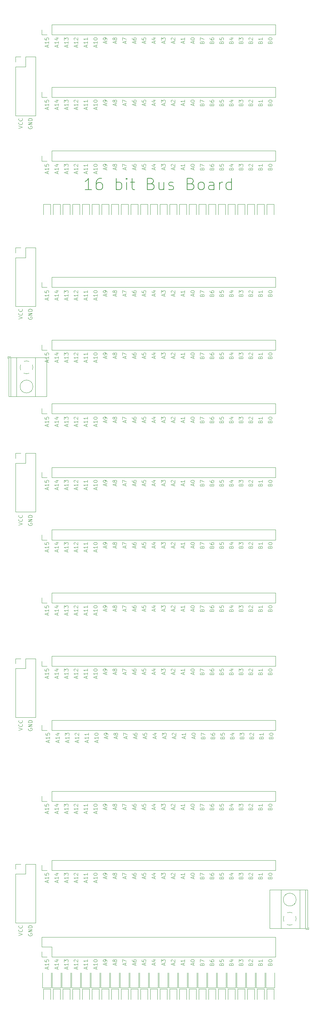
<source format=gbr>
%TF.GenerationSoftware,KiCad,Pcbnew,(5.1.10-1-10_14)*%
%TF.CreationDate,2021-10-20T12:30:06-04:00*%
%TF.ProjectId,16-bit-bus-prototype,31362d62-6974-42d6-9275-732d70726f74,rev?*%
%TF.SameCoordinates,Original*%
%TF.FileFunction,Legend,Top*%
%TF.FilePolarity,Positive*%
%FSLAX46Y46*%
G04 Gerber Fmt 4.6, Leading zero omitted, Abs format (unit mm)*
G04 Created by KiCad (PCBNEW (5.1.10-1-10_14)) date 2021-10-20 12:30:06*
%MOMM*%
%LPD*%
G01*
G04 APERTURE LIST*
%ADD10C,0.100000*%
%ADD11C,0.200000*%
%ADD12C,0.120000*%
G04 APERTURE END LIST*
D10*
X124388571Y-59357952D02*
X124436190Y-59215095D01*
X124483809Y-59167476D01*
X124579047Y-59119857D01*
X124721904Y-59119857D01*
X124817142Y-59167476D01*
X124864761Y-59215095D01*
X124912380Y-59310333D01*
X124912380Y-59691285D01*
X123912380Y-59691285D01*
X123912380Y-59357952D01*
X123960000Y-59262714D01*
X124007619Y-59215095D01*
X124102857Y-59167476D01*
X124198095Y-59167476D01*
X124293333Y-59215095D01*
X124340952Y-59262714D01*
X124388571Y-59357952D01*
X124388571Y-59691285D01*
X124007619Y-58738904D02*
X123960000Y-58691285D01*
X123912380Y-58596047D01*
X123912380Y-58357952D01*
X123960000Y-58262714D01*
X124007619Y-58215095D01*
X124102857Y-58167476D01*
X124198095Y-58167476D01*
X124340952Y-58215095D01*
X124912380Y-58786523D01*
X124912380Y-58167476D01*
X121848571Y-59357952D02*
X121896190Y-59215095D01*
X121943809Y-59167476D01*
X122039047Y-59119857D01*
X122181904Y-59119857D01*
X122277142Y-59167476D01*
X122324761Y-59215095D01*
X122372380Y-59310333D01*
X122372380Y-59691285D01*
X121372380Y-59691285D01*
X121372380Y-59357952D01*
X121420000Y-59262714D01*
X121467619Y-59215095D01*
X121562857Y-59167476D01*
X121658095Y-59167476D01*
X121753333Y-59215095D01*
X121800952Y-59262714D01*
X121848571Y-59357952D01*
X121848571Y-59691285D01*
X121372380Y-58786523D02*
X121372380Y-58167476D01*
X121753333Y-58500809D01*
X121753333Y-58357952D01*
X121800952Y-58262714D01*
X121848571Y-58215095D01*
X121943809Y-58167476D01*
X122181904Y-58167476D01*
X122277142Y-58215095D01*
X122324761Y-58262714D01*
X122372380Y-58357952D01*
X122372380Y-58643666D01*
X122324761Y-58738904D01*
X122277142Y-58786523D01*
X96686666Y-59596047D02*
X96686666Y-59119857D01*
X96972380Y-59691285D02*
X95972380Y-59357952D01*
X96972380Y-59024619D01*
X95972380Y-58215095D02*
X95972380Y-58691285D01*
X96448571Y-58738904D01*
X96400952Y-58691285D01*
X96353333Y-58596047D01*
X96353333Y-58357952D01*
X96400952Y-58262714D01*
X96448571Y-58215095D01*
X96543809Y-58167476D01*
X96781904Y-58167476D01*
X96877142Y-58215095D01*
X96924761Y-58262714D01*
X96972380Y-58357952D01*
X96972380Y-58596047D01*
X96924761Y-58691285D01*
X96877142Y-58738904D01*
X109386666Y-59596047D02*
X109386666Y-59119857D01*
X109672380Y-59691285D02*
X108672380Y-59357952D01*
X109672380Y-59024619D01*
X108672380Y-58500809D02*
X108672380Y-58405571D01*
X108720000Y-58310333D01*
X108767619Y-58262714D01*
X108862857Y-58215095D01*
X109053333Y-58167476D01*
X109291428Y-58167476D01*
X109481904Y-58215095D01*
X109577142Y-58262714D01*
X109624761Y-58310333D01*
X109672380Y-58405571D01*
X109672380Y-58500809D01*
X109624761Y-58596047D01*
X109577142Y-58643666D01*
X109481904Y-58691285D01*
X109291428Y-58738904D01*
X109053333Y-58738904D01*
X108862857Y-58691285D01*
X108767619Y-58643666D01*
X108720000Y-58596047D01*
X108672380Y-58500809D01*
X94146666Y-59596047D02*
X94146666Y-59119857D01*
X94432380Y-59691285D02*
X93432380Y-59357952D01*
X94432380Y-59024619D01*
X93432380Y-58262714D02*
X93432380Y-58453190D01*
X93480000Y-58548428D01*
X93527619Y-58596047D01*
X93670476Y-58691285D01*
X93860952Y-58738904D01*
X94241904Y-58738904D01*
X94337142Y-58691285D01*
X94384761Y-58643666D01*
X94432380Y-58548428D01*
X94432380Y-58357952D01*
X94384761Y-58262714D01*
X94337142Y-58215095D01*
X94241904Y-58167476D01*
X94003809Y-58167476D01*
X93908571Y-58215095D01*
X93860952Y-58262714D01*
X93813333Y-58357952D01*
X93813333Y-58548428D01*
X93860952Y-58643666D01*
X93908571Y-58691285D01*
X94003809Y-58738904D01*
X119308571Y-59357952D02*
X119356190Y-59215095D01*
X119403809Y-59167476D01*
X119499047Y-59119857D01*
X119641904Y-59119857D01*
X119737142Y-59167476D01*
X119784761Y-59215095D01*
X119832380Y-59310333D01*
X119832380Y-59691285D01*
X118832380Y-59691285D01*
X118832380Y-59357952D01*
X118880000Y-59262714D01*
X118927619Y-59215095D01*
X119022857Y-59167476D01*
X119118095Y-59167476D01*
X119213333Y-59215095D01*
X119260952Y-59262714D01*
X119308571Y-59357952D01*
X119308571Y-59691285D01*
X119165714Y-58262714D02*
X119832380Y-58262714D01*
X118784761Y-58500809D02*
X119499047Y-58738904D01*
X119499047Y-58119857D01*
X99226666Y-59596047D02*
X99226666Y-59119857D01*
X99512380Y-59691285D02*
X98512380Y-59357952D01*
X99512380Y-59024619D01*
X98845714Y-58262714D02*
X99512380Y-58262714D01*
X98464761Y-58500809D02*
X99179047Y-58738904D01*
X99179047Y-58119857D01*
X71286666Y-60548428D02*
X71286666Y-60072238D01*
X71572380Y-60643666D02*
X70572380Y-60310333D01*
X71572380Y-59977000D01*
X71572380Y-59119857D02*
X71572380Y-59691285D01*
X71572380Y-59405571D02*
X70572380Y-59405571D01*
X70715238Y-59500809D01*
X70810476Y-59596047D01*
X70858095Y-59691285D01*
X70572380Y-58215095D02*
X70572380Y-58691285D01*
X71048571Y-58738904D01*
X71000952Y-58691285D01*
X70953333Y-58596047D01*
X70953333Y-58357952D01*
X71000952Y-58262714D01*
X71048571Y-58215095D01*
X71143809Y-58167476D01*
X71381904Y-58167476D01*
X71477142Y-58215095D01*
X71524761Y-58262714D01*
X71572380Y-58357952D01*
X71572380Y-58596047D01*
X71524761Y-58691285D01*
X71477142Y-58738904D01*
X114228571Y-59357952D02*
X114276190Y-59215095D01*
X114323809Y-59167476D01*
X114419047Y-59119857D01*
X114561904Y-59119857D01*
X114657142Y-59167476D01*
X114704761Y-59215095D01*
X114752380Y-59310333D01*
X114752380Y-59691285D01*
X113752380Y-59691285D01*
X113752380Y-59357952D01*
X113800000Y-59262714D01*
X113847619Y-59215095D01*
X113942857Y-59167476D01*
X114038095Y-59167476D01*
X114133333Y-59215095D01*
X114180952Y-59262714D01*
X114228571Y-59357952D01*
X114228571Y-59691285D01*
X113752380Y-58262714D02*
X113752380Y-58453190D01*
X113800000Y-58548428D01*
X113847619Y-58596047D01*
X113990476Y-58691285D01*
X114180952Y-58738904D01*
X114561904Y-58738904D01*
X114657142Y-58691285D01*
X114704761Y-58643666D01*
X114752380Y-58548428D01*
X114752380Y-58357952D01*
X114704761Y-58262714D01*
X114657142Y-58215095D01*
X114561904Y-58167476D01*
X114323809Y-58167476D01*
X114228571Y-58215095D01*
X114180952Y-58262714D01*
X114133333Y-58357952D01*
X114133333Y-58548428D01*
X114180952Y-58643666D01*
X114228571Y-58691285D01*
X114323809Y-58738904D01*
X78906666Y-60548428D02*
X78906666Y-60072238D01*
X79192380Y-60643666D02*
X78192380Y-60310333D01*
X79192380Y-59977000D01*
X79192380Y-59119857D02*
X79192380Y-59691285D01*
X79192380Y-59405571D02*
X78192380Y-59405571D01*
X78335238Y-59500809D01*
X78430476Y-59596047D01*
X78478095Y-59691285D01*
X78287619Y-58738904D02*
X78240000Y-58691285D01*
X78192380Y-58596047D01*
X78192380Y-58357952D01*
X78240000Y-58262714D01*
X78287619Y-58215095D01*
X78382857Y-58167476D01*
X78478095Y-58167476D01*
X78620952Y-58215095D01*
X79192380Y-58786523D01*
X79192380Y-58167476D01*
X101766666Y-59596047D02*
X101766666Y-59119857D01*
X102052380Y-59691285D02*
X101052380Y-59357952D01*
X102052380Y-59024619D01*
X101052380Y-58786523D02*
X101052380Y-58167476D01*
X101433333Y-58500809D01*
X101433333Y-58357952D01*
X101480952Y-58262714D01*
X101528571Y-58215095D01*
X101623809Y-58167476D01*
X101861904Y-58167476D01*
X101957142Y-58215095D01*
X102004761Y-58262714D01*
X102052380Y-58357952D01*
X102052380Y-58643666D01*
X102004761Y-58738904D01*
X101957142Y-58786523D01*
X86526666Y-59596047D02*
X86526666Y-59119857D01*
X86812380Y-59691285D02*
X85812380Y-59357952D01*
X86812380Y-59024619D01*
X86812380Y-58643666D02*
X86812380Y-58453190D01*
X86764761Y-58357952D01*
X86717142Y-58310333D01*
X86574285Y-58215095D01*
X86383809Y-58167476D01*
X86002857Y-58167476D01*
X85907619Y-58215095D01*
X85860000Y-58262714D01*
X85812380Y-58357952D01*
X85812380Y-58548428D01*
X85860000Y-58643666D01*
X85907619Y-58691285D01*
X86002857Y-58738904D01*
X86240952Y-58738904D01*
X86336190Y-58691285D01*
X86383809Y-58643666D01*
X86431428Y-58548428D01*
X86431428Y-58357952D01*
X86383809Y-58262714D01*
X86336190Y-58215095D01*
X86240952Y-58167476D01*
X91606666Y-59596047D02*
X91606666Y-59119857D01*
X91892380Y-59691285D02*
X90892380Y-59357952D01*
X91892380Y-59024619D01*
X90892380Y-58786523D02*
X90892380Y-58119857D01*
X91892380Y-58548428D01*
X111688571Y-59357952D02*
X111736190Y-59215095D01*
X111783809Y-59167476D01*
X111879047Y-59119857D01*
X112021904Y-59119857D01*
X112117142Y-59167476D01*
X112164761Y-59215095D01*
X112212380Y-59310333D01*
X112212380Y-59691285D01*
X111212380Y-59691285D01*
X111212380Y-59357952D01*
X111260000Y-59262714D01*
X111307619Y-59215095D01*
X111402857Y-59167476D01*
X111498095Y-59167476D01*
X111593333Y-59215095D01*
X111640952Y-59262714D01*
X111688571Y-59357952D01*
X111688571Y-59691285D01*
X111212380Y-58786523D02*
X111212380Y-58119857D01*
X112212380Y-58548428D01*
X129468571Y-59357952D02*
X129516190Y-59215095D01*
X129563809Y-59167476D01*
X129659047Y-59119857D01*
X129801904Y-59119857D01*
X129897142Y-59167476D01*
X129944761Y-59215095D01*
X129992380Y-59310333D01*
X129992380Y-59691285D01*
X128992380Y-59691285D01*
X128992380Y-59357952D01*
X129040000Y-59262714D01*
X129087619Y-59215095D01*
X129182857Y-59167476D01*
X129278095Y-59167476D01*
X129373333Y-59215095D01*
X129420952Y-59262714D01*
X129468571Y-59357952D01*
X129468571Y-59691285D01*
X128992380Y-58500809D02*
X128992380Y-58405571D01*
X129040000Y-58310333D01*
X129087619Y-58262714D01*
X129182857Y-58215095D01*
X129373333Y-58167476D01*
X129611428Y-58167476D01*
X129801904Y-58215095D01*
X129897142Y-58262714D01*
X129944761Y-58310333D01*
X129992380Y-58405571D01*
X129992380Y-58500809D01*
X129944761Y-58596047D01*
X129897142Y-58643666D01*
X129801904Y-58691285D01*
X129611428Y-58738904D01*
X129373333Y-58738904D01*
X129182857Y-58691285D01*
X129087619Y-58643666D01*
X129040000Y-58596047D01*
X128992380Y-58500809D01*
X73826666Y-60548428D02*
X73826666Y-60072238D01*
X74112380Y-60643666D02*
X73112380Y-60310333D01*
X74112380Y-59977000D01*
X74112380Y-59119857D02*
X74112380Y-59691285D01*
X74112380Y-59405571D02*
X73112380Y-59405571D01*
X73255238Y-59500809D01*
X73350476Y-59596047D01*
X73398095Y-59691285D01*
X73445714Y-58262714D02*
X74112380Y-58262714D01*
X73064761Y-58500809D02*
X73779047Y-58738904D01*
X73779047Y-58119857D01*
X126928571Y-59357952D02*
X126976190Y-59215095D01*
X127023809Y-59167476D01*
X127119047Y-59119857D01*
X127261904Y-59119857D01*
X127357142Y-59167476D01*
X127404761Y-59215095D01*
X127452380Y-59310333D01*
X127452380Y-59691285D01*
X126452380Y-59691285D01*
X126452380Y-59357952D01*
X126500000Y-59262714D01*
X126547619Y-59215095D01*
X126642857Y-59167476D01*
X126738095Y-59167476D01*
X126833333Y-59215095D01*
X126880952Y-59262714D01*
X126928571Y-59357952D01*
X126928571Y-59691285D01*
X127452380Y-58167476D02*
X127452380Y-58738904D01*
X127452380Y-58453190D02*
X126452380Y-58453190D01*
X126595238Y-58548428D01*
X126690476Y-58643666D01*
X126738095Y-58738904D01*
X89066666Y-59596047D02*
X89066666Y-59119857D01*
X89352380Y-59691285D02*
X88352380Y-59357952D01*
X89352380Y-59024619D01*
X88780952Y-58548428D02*
X88733333Y-58643666D01*
X88685714Y-58691285D01*
X88590476Y-58738904D01*
X88542857Y-58738904D01*
X88447619Y-58691285D01*
X88400000Y-58643666D01*
X88352380Y-58548428D01*
X88352380Y-58357952D01*
X88400000Y-58262714D01*
X88447619Y-58215095D01*
X88542857Y-58167476D01*
X88590476Y-58167476D01*
X88685714Y-58215095D01*
X88733333Y-58262714D01*
X88780952Y-58357952D01*
X88780952Y-58548428D01*
X88828571Y-58643666D01*
X88876190Y-58691285D01*
X88971428Y-58738904D01*
X89161904Y-58738904D01*
X89257142Y-58691285D01*
X89304761Y-58643666D01*
X89352380Y-58548428D01*
X89352380Y-58357952D01*
X89304761Y-58262714D01*
X89257142Y-58215095D01*
X89161904Y-58167476D01*
X88971428Y-58167476D01*
X88876190Y-58215095D01*
X88828571Y-58262714D01*
X88780952Y-58357952D01*
X81446666Y-60548428D02*
X81446666Y-60072238D01*
X81732380Y-60643666D02*
X80732380Y-60310333D01*
X81732380Y-59977000D01*
X81732380Y-59119857D02*
X81732380Y-59691285D01*
X81732380Y-59405571D02*
X80732380Y-59405571D01*
X80875238Y-59500809D01*
X80970476Y-59596047D01*
X81018095Y-59691285D01*
X81732380Y-58167476D02*
X81732380Y-58738904D01*
X81732380Y-58453190D02*
X80732380Y-58453190D01*
X80875238Y-58548428D01*
X80970476Y-58643666D01*
X81018095Y-58738904D01*
X104306666Y-59596047D02*
X104306666Y-59119857D01*
X104592380Y-59691285D02*
X103592380Y-59357952D01*
X104592380Y-59024619D01*
X103687619Y-58738904D02*
X103640000Y-58691285D01*
X103592380Y-58596047D01*
X103592380Y-58357952D01*
X103640000Y-58262714D01*
X103687619Y-58215095D01*
X103782857Y-58167476D01*
X103878095Y-58167476D01*
X104020952Y-58215095D01*
X104592380Y-58786523D01*
X104592380Y-58167476D01*
X76366666Y-60548428D02*
X76366666Y-60072238D01*
X76652380Y-60643666D02*
X75652380Y-60310333D01*
X76652380Y-59977000D01*
X76652380Y-59119857D02*
X76652380Y-59691285D01*
X76652380Y-59405571D02*
X75652380Y-59405571D01*
X75795238Y-59500809D01*
X75890476Y-59596047D01*
X75938095Y-59691285D01*
X75652380Y-58786523D02*
X75652380Y-58167476D01*
X76033333Y-58500809D01*
X76033333Y-58357952D01*
X76080952Y-58262714D01*
X76128571Y-58215095D01*
X76223809Y-58167476D01*
X76461904Y-58167476D01*
X76557142Y-58215095D01*
X76604761Y-58262714D01*
X76652380Y-58357952D01*
X76652380Y-58643666D01*
X76604761Y-58738904D01*
X76557142Y-58786523D01*
X83986666Y-60548428D02*
X83986666Y-60072238D01*
X84272380Y-60643666D02*
X83272380Y-60310333D01*
X84272380Y-59977000D01*
X84272380Y-59119857D02*
X84272380Y-59691285D01*
X84272380Y-59405571D02*
X83272380Y-59405571D01*
X83415238Y-59500809D01*
X83510476Y-59596047D01*
X83558095Y-59691285D01*
X83272380Y-58500809D02*
X83272380Y-58405571D01*
X83320000Y-58310333D01*
X83367619Y-58262714D01*
X83462857Y-58215095D01*
X83653333Y-58167476D01*
X83891428Y-58167476D01*
X84081904Y-58215095D01*
X84177142Y-58262714D01*
X84224761Y-58310333D01*
X84272380Y-58405571D01*
X84272380Y-58500809D01*
X84224761Y-58596047D01*
X84177142Y-58643666D01*
X84081904Y-58691285D01*
X83891428Y-58738904D01*
X83653333Y-58738904D01*
X83462857Y-58691285D01*
X83367619Y-58643666D01*
X83320000Y-58596047D01*
X83272380Y-58500809D01*
X106846666Y-59596047D02*
X106846666Y-59119857D01*
X107132380Y-59691285D02*
X106132380Y-59357952D01*
X107132380Y-59024619D01*
X107132380Y-58167476D02*
X107132380Y-58738904D01*
X107132380Y-58453190D02*
X106132380Y-58453190D01*
X106275238Y-58548428D01*
X106370476Y-58643666D01*
X106418095Y-58738904D01*
X116768571Y-59357952D02*
X116816190Y-59215095D01*
X116863809Y-59167476D01*
X116959047Y-59119857D01*
X117101904Y-59119857D01*
X117197142Y-59167476D01*
X117244761Y-59215095D01*
X117292380Y-59310333D01*
X117292380Y-59691285D01*
X116292380Y-59691285D01*
X116292380Y-59357952D01*
X116340000Y-59262714D01*
X116387619Y-59215095D01*
X116482857Y-59167476D01*
X116578095Y-59167476D01*
X116673333Y-59215095D01*
X116720952Y-59262714D01*
X116768571Y-59357952D01*
X116768571Y-59691285D01*
X116292380Y-58215095D02*
X116292380Y-58691285D01*
X116768571Y-58738904D01*
X116720952Y-58691285D01*
X116673333Y-58596047D01*
X116673333Y-58357952D01*
X116720952Y-58262714D01*
X116768571Y-58215095D01*
X116863809Y-58167476D01*
X117101904Y-58167476D01*
X117197142Y-58215095D01*
X117244761Y-58262714D01*
X117292380Y-58357952D01*
X117292380Y-58596047D01*
X117244761Y-58691285D01*
X117197142Y-58738904D01*
X126928571Y-125397952D02*
X126976190Y-125255095D01*
X127023809Y-125207476D01*
X127119047Y-125159857D01*
X127261904Y-125159857D01*
X127357142Y-125207476D01*
X127404761Y-125255095D01*
X127452380Y-125350333D01*
X127452380Y-125731285D01*
X126452380Y-125731285D01*
X126452380Y-125397952D01*
X126500000Y-125302714D01*
X126547619Y-125255095D01*
X126642857Y-125207476D01*
X126738095Y-125207476D01*
X126833333Y-125255095D01*
X126880952Y-125302714D01*
X126928571Y-125397952D01*
X126928571Y-125731285D01*
X127452380Y-124207476D02*
X127452380Y-124778904D01*
X127452380Y-124493190D02*
X126452380Y-124493190D01*
X126595238Y-124588428D01*
X126690476Y-124683666D01*
X126738095Y-124778904D01*
X89066666Y-125636047D02*
X89066666Y-125159857D01*
X89352380Y-125731285D02*
X88352380Y-125397952D01*
X89352380Y-125064619D01*
X88780952Y-124588428D02*
X88733333Y-124683666D01*
X88685714Y-124731285D01*
X88590476Y-124778904D01*
X88542857Y-124778904D01*
X88447619Y-124731285D01*
X88400000Y-124683666D01*
X88352380Y-124588428D01*
X88352380Y-124397952D01*
X88400000Y-124302714D01*
X88447619Y-124255095D01*
X88542857Y-124207476D01*
X88590476Y-124207476D01*
X88685714Y-124255095D01*
X88733333Y-124302714D01*
X88780952Y-124397952D01*
X88780952Y-124588428D01*
X88828571Y-124683666D01*
X88876190Y-124731285D01*
X88971428Y-124778904D01*
X89161904Y-124778904D01*
X89257142Y-124731285D01*
X89304761Y-124683666D01*
X89352380Y-124588428D01*
X89352380Y-124397952D01*
X89304761Y-124302714D01*
X89257142Y-124255095D01*
X89161904Y-124207476D01*
X88971428Y-124207476D01*
X88876190Y-124255095D01*
X88828571Y-124302714D01*
X88780952Y-124397952D01*
X101766666Y-125636047D02*
X101766666Y-125159857D01*
X102052380Y-125731285D02*
X101052380Y-125397952D01*
X102052380Y-125064619D01*
X101052380Y-124826523D02*
X101052380Y-124207476D01*
X101433333Y-124540809D01*
X101433333Y-124397952D01*
X101480952Y-124302714D01*
X101528571Y-124255095D01*
X101623809Y-124207476D01*
X101861904Y-124207476D01*
X101957142Y-124255095D01*
X102004761Y-124302714D01*
X102052380Y-124397952D01*
X102052380Y-124683666D01*
X102004761Y-124778904D01*
X101957142Y-124826523D01*
X91606666Y-125636047D02*
X91606666Y-125159857D01*
X91892380Y-125731285D02*
X90892380Y-125397952D01*
X91892380Y-125064619D01*
X90892380Y-124826523D02*
X90892380Y-124159857D01*
X91892380Y-124588428D01*
X96686666Y-125636047D02*
X96686666Y-125159857D01*
X96972380Y-125731285D02*
X95972380Y-125397952D01*
X96972380Y-125064619D01*
X95972380Y-124255095D02*
X95972380Y-124731285D01*
X96448571Y-124778904D01*
X96400952Y-124731285D01*
X96353333Y-124636047D01*
X96353333Y-124397952D01*
X96400952Y-124302714D01*
X96448571Y-124255095D01*
X96543809Y-124207476D01*
X96781904Y-124207476D01*
X96877142Y-124255095D01*
X96924761Y-124302714D01*
X96972380Y-124397952D01*
X96972380Y-124636047D01*
X96924761Y-124731285D01*
X96877142Y-124778904D01*
X121848571Y-125397952D02*
X121896190Y-125255095D01*
X121943809Y-125207476D01*
X122039047Y-125159857D01*
X122181904Y-125159857D01*
X122277142Y-125207476D01*
X122324761Y-125255095D01*
X122372380Y-125350333D01*
X122372380Y-125731285D01*
X121372380Y-125731285D01*
X121372380Y-125397952D01*
X121420000Y-125302714D01*
X121467619Y-125255095D01*
X121562857Y-125207476D01*
X121658095Y-125207476D01*
X121753333Y-125255095D01*
X121800952Y-125302714D01*
X121848571Y-125397952D01*
X121848571Y-125731285D01*
X121372380Y-124826523D02*
X121372380Y-124207476D01*
X121753333Y-124540809D01*
X121753333Y-124397952D01*
X121800952Y-124302714D01*
X121848571Y-124255095D01*
X121943809Y-124207476D01*
X122181904Y-124207476D01*
X122277142Y-124255095D01*
X122324761Y-124302714D01*
X122372380Y-124397952D01*
X122372380Y-124683666D01*
X122324761Y-124778904D01*
X122277142Y-124826523D01*
X106846666Y-125636047D02*
X106846666Y-125159857D01*
X107132380Y-125731285D02*
X106132380Y-125397952D01*
X107132380Y-125064619D01*
X107132380Y-124207476D02*
X107132380Y-124778904D01*
X107132380Y-124493190D02*
X106132380Y-124493190D01*
X106275238Y-124588428D01*
X106370476Y-124683666D01*
X106418095Y-124778904D01*
X104306666Y-125636047D02*
X104306666Y-125159857D01*
X104592380Y-125731285D02*
X103592380Y-125397952D01*
X104592380Y-125064619D01*
X103687619Y-124778904D02*
X103640000Y-124731285D01*
X103592380Y-124636047D01*
X103592380Y-124397952D01*
X103640000Y-124302714D01*
X103687619Y-124255095D01*
X103782857Y-124207476D01*
X103878095Y-124207476D01*
X104020952Y-124255095D01*
X104592380Y-124826523D01*
X104592380Y-124207476D01*
X111688571Y-125397952D02*
X111736190Y-125255095D01*
X111783809Y-125207476D01*
X111879047Y-125159857D01*
X112021904Y-125159857D01*
X112117142Y-125207476D01*
X112164761Y-125255095D01*
X112212380Y-125350333D01*
X112212380Y-125731285D01*
X111212380Y-125731285D01*
X111212380Y-125397952D01*
X111260000Y-125302714D01*
X111307619Y-125255095D01*
X111402857Y-125207476D01*
X111498095Y-125207476D01*
X111593333Y-125255095D01*
X111640952Y-125302714D01*
X111688571Y-125397952D01*
X111688571Y-125731285D01*
X111212380Y-124826523D02*
X111212380Y-124159857D01*
X112212380Y-124588428D01*
X114228571Y-125397952D02*
X114276190Y-125255095D01*
X114323809Y-125207476D01*
X114419047Y-125159857D01*
X114561904Y-125159857D01*
X114657142Y-125207476D01*
X114704761Y-125255095D01*
X114752380Y-125350333D01*
X114752380Y-125731285D01*
X113752380Y-125731285D01*
X113752380Y-125397952D01*
X113800000Y-125302714D01*
X113847619Y-125255095D01*
X113942857Y-125207476D01*
X114038095Y-125207476D01*
X114133333Y-125255095D01*
X114180952Y-125302714D01*
X114228571Y-125397952D01*
X114228571Y-125731285D01*
X113752380Y-124302714D02*
X113752380Y-124493190D01*
X113800000Y-124588428D01*
X113847619Y-124636047D01*
X113990476Y-124731285D01*
X114180952Y-124778904D01*
X114561904Y-124778904D01*
X114657142Y-124731285D01*
X114704761Y-124683666D01*
X114752380Y-124588428D01*
X114752380Y-124397952D01*
X114704761Y-124302714D01*
X114657142Y-124255095D01*
X114561904Y-124207476D01*
X114323809Y-124207476D01*
X114228571Y-124255095D01*
X114180952Y-124302714D01*
X114133333Y-124397952D01*
X114133333Y-124588428D01*
X114180952Y-124683666D01*
X114228571Y-124731285D01*
X114323809Y-124778904D01*
X78906666Y-126588428D02*
X78906666Y-126112238D01*
X79192380Y-126683666D02*
X78192380Y-126350333D01*
X79192380Y-126017000D01*
X79192380Y-125159857D02*
X79192380Y-125731285D01*
X79192380Y-125445571D02*
X78192380Y-125445571D01*
X78335238Y-125540809D01*
X78430476Y-125636047D01*
X78478095Y-125731285D01*
X78287619Y-124778904D02*
X78240000Y-124731285D01*
X78192380Y-124636047D01*
X78192380Y-124397952D01*
X78240000Y-124302714D01*
X78287619Y-124255095D01*
X78382857Y-124207476D01*
X78478095Y-124207476D01*
X78620952Y-124255095D01*
X79192380Y-124826523D01*
X79192380Y-124207476D01*
X109386666Y-125636047D02*
X109386666Y-125159857D01*
X109672380Y-125731285D02*
X108672380Y-125397952D01*
X109672380Y-125064619D01*
X108672380Y-124540809D02*
X108672380Y-124445571D01*
X108720000Y-124350333D01*
X108767619Y-124302714D01*
X108862857Y-124255095D01*
X109053333Y-124207476D01*
X109291428Y-124207476D01*
X109481904Y-124255095D01*
X109577142Y-124302714D01*
X109624761Y-124350333D01*
X109672380Y-124445571D01*
X109672380Y-124540809D01*
X109624761Y-124636047D01*
X109577142Y-124683666D01*
X109481904Y-124731285D01*
X109291428Y-124778904D01*
X109053333Y-124778904D01*
X108862857Y-124731285D01*
X108767619Y-124683666D01*
X108720000Y-124636047D01*
X108672380Y-124540809D01*
X129468571Y-125397952D02*
X129516190Y-125255095D01*
X129563809Y-125207476D01*
X129659047Y-125159857D01*
X129801904Y-125159857D01*
X129897142Y-125207476D01*
X129944761Y-125255095D01*
X129992380Y-125350333D01*
X129992380Y-125731285D01*
X128992380Y-125731285D01*
X128992380Y-125397952D01*
X129040000Y-125302714D01*
X129087619Y-125255095D01*
X129182857Y-125207476D01*
X129278095Y-125207476D01*
X129373333Y-125255095D01*
X129420952Y-125302714D01*
X129468571Y-125397952D01*
X129468571Y-125731285D01*
X128992380Y-124540809D02*
X128992380Y-124445571D01*
X129040000Y-124350333D01*
X129087619Y-124302714D01*
X129182857Y-124255095D01*
X129373333Y-124207476D01*
X129611428Y-124207476D01*
X129801904Y-124255095D01*
X129897142Y-124302714D01*
X129944761Y-124350333D01*
X129992380Y-124445571D01*
X129992380Y-124540809D01*
X129944761Y-124636047D01*
X129897142Y-124683666D01*
X129801904Y-124731285D01*
X129611428Y-124778904D01*
X129373333Y-124778904D01*
X129182857Y-124731285D01*
X129087619Y-124683666D01*
X129040000Y-124636047D01*
X128992380Y-124540809D01*
X99226666Y-125636047D02*
X99226666Y-125159857D01*
X99512380Y-125731285D02*
X98512380Y-125397952D01*
X99512380Y-125064619D01*
X98845714Y-124302714D02*
X99512380Y-124302714D01*
X98464761Y-124540809D02*
X99179047Y-124778904D01*
X99179047Y-124159857D01*
X116768571Y-125397952D02*
X116816190Y-125255095D01*
X116863809Y-125207476D01*
X116959047Y-125159857D01*
X117101904Y-125159857D01*
X117197142Y-125207476D01*
X117244761Y-125255095D01*
X117292380Y-125350333D01*
X117292380Y-125731285D01*
X116292380Y-125731285D01*
X116292380Y-125397952D01*
X116340000Y-125302714D01*
X116387619Y-125255095D01*
X116482857Y-125207476D01*
X116578095Y-125207476D01*
X116673333Y-125255095D01*
X116720952Y-125302714D01*
X116768571Y-125397952D01*
X116768571Y-125731285D01*
X116292380Y-124255095D02*
X116292380Y-124731285D01*
X116768571Y-124778904D01*
X116720952Y-124731285D01*
X116673333Y-124636047D01*
X116673333Y-124397952D01*
X116720952Y-124302714D01*
X116768571Y-124255095D01*
X116863809Y-124207476D01*
X117101904Y-124207476D01*
X117197142Y-124255095D01*
X117244761Y-124302714D01*
X117292380Y-124397952D01*
X117292380Y-124636047D01*
X117244761Y-124731285D01*
X117197142Y-124778904D01*
X86526666Y-125636047D02*
X86526666Y-125159857D01*
X86812380Y-125731285D02*
X85812380Y-125397952D01*
X86812380Y-125064619D01*
X86812380Y-124683666D02*
X86812380Y-124493190D01*
X86764761Y-124397952D01*
X86717142Y-124350333D01*
X86574285Y-124255095D01*
X86383809Y-124207476D01*
X86002857Y-124207476D01*
X85907619Y-124255095D01*
X85860000Y-124302714D01*
X85812380Y-124397952D01*
X85812380Y-124588428D01*
X85860000Y-124683666D01*
X85907619Y-124731285D01*
X86002857Y-124778904D01*
X86240952Y-124778904D01*
X86336190Y-124731285D01*
X86383809Y-124683666D01*
X86431428Y-124588428D01*
X86431428Y-124397952D01*
X86383809Y-124302714D01*
X86336190Y-124255095D01*
X86240952Y-124207476D01*
X83986666Y-126588428D02*
X83986666Y-126112238D01*
X84272380Y-126683666D02*
X83272380Y-126350333D01*
X84272380Y-126017000D01*
X84272380Y-125159857D02*
X84272380Y-125731285D01*
X84272380Y-125445571D02*
X83272380Y-125445571D01*
X83415238Y-125540809D01*
X83510476Y-125636047D01*
X83558095Y-125731285D01*
X83272380Y-124540809D02*
X83272380Y-124445571D01*
X83320000Y-124350333D01*
X83367619Y-124302714D01*
X83462857Y-124255095D01*
X83653333Y-124207476D01*
X83891428Y-124207476D01*
X84081904Y-124255095D01*
X84177142Y-124302714D01*
X84224761Y-124350333D01*
X84272380Y-124445571D01*
X84272380Y-124540809D01*
X84224761Y-124636047D01*
X84177142Y-124683666D01*
X84081904Y-124731285D01*
X83891428Y-124778904D01*
X83653333Y-124778904D01*
X83462857Y-124731285D01*
X83367619Y-124683666D01*
X83320000Y-124636047D01*
X83272380Y-124540809D01*
X73826666Y-126588428D02*
X73826666Y-126112238D01*
X74112380Y-126683666D02*
X73112380Y-126350333D01*
X74112380Y-126017000D01*
X74112380Y-125159857D02*
X74112380Y-125731285D01*
X74112380Y-125445571D02*
X73112380Y-125445571D01*
X73255238Y-125540809D01*
X73350476Y-125636047D01*
X73398095Y-125731285D01*
X73445714Y-124302714D02*
X74112380Y-124302714D01*
X73064761Y-124540809D02*
X73779047Y-124778904D01*
X73779047Y-124159857D01*
X76366666Y-126588428D02*
X76366666Y-126112238D01*
X76652380Y-126683666D02*
X75652380Y-126350333D01*
X76652380Y-126017000D01*
X76652380Y-125159857D02*
X76652380Y-125731285D01*
X76652380Y-125445571D02*
X75652380Y-125445571D01*
X75795238Y-125540809D01*
X75890476Y-125636047D01*
X75938095Y-125731285D01*
X75652380Y-124826523D02*
X75652380Y-124207476D01*
X76033333Y-124540809D01*
X76033333Y-124397952D01*
X76080952Y-124302714D01*
X76128571Y-124255095D01*
X76223809Y-124207476D01*
X76461904Y-124207476D01*
X76557142Y-124255095D01*
X76604761Y-124302714D01*
X76652380Y-124397952D01*
X76652380Y-124683666D01*
X76604761Y-124778904D01*
X76557142Y-124826523D01*
X94146666Y-125636047D02*
X94146666Y-125159857D01*
X94432380Y-125731285D02*
X93432380Y-125397952D01*
X94432380Y-125064619D01*
X93432380Y-124302714D02*
X93432380Y-124493190D01*
X93480000Y-124588428D01*
X93527619Y-124636047D01*
X93670476Y-124731285D01*
X93860952Y-124778904D01*
X94241904Y-124778904D01*
X94337142Y-124731285D01*
X94384761Y-124683666D01*
X94432380Y-124588428D01*
X94432380Y-124397952D01*
X94384761Y-124302714D01*
X94337142Y-124255095D01*
X94241904Y-124207476D01*
X94003809Y-124207476D01*
X93908571Y-124255095D01*
X93860952Y-124302714D01*
X93813333Y-124397952D01*
X93813333Y-124588428D01*
X93860952Y-124683666D01*
X93908571Y-124731285D01*
X94003809Y-124778904D01*
X71286666Y-126588428D02*
X71286666Y-126112238D01*
X71572380Y-126683666D02*
X70572380Y-126350333D01*
X71572380Y-126017000D01*
X71572380Y-125159857D02*
X71572380Y-125731285D01*
X71572380Y-125445571D02*
X70572380Y-125445571D01*
X70715238Y-125540809D01*
X70810476Y-125636047D01*
X70858095Y-125731285D01*
X70572380Y-124255095D02*
X70572380Y-124731285D01*
X71048571Y-124778904D01*
X71000952Y-124731285D01*
X70953333Y-124636047D01*
X70953333Y-124397952D01*
X71000952Y-124302714D01*
X71048571Y-124255095D01*
X71143809Y-124207476D01*
X71381904Y-124207476D01*
X71477142Y-124255095D01*
X71524761Y-124302714D01*
X71572380Y-124397952D01*
X71572380Y-124636047D01*
X71524761Y-124731285D01*
X71477142Y-124778904D01*
X119308571Y-125397952D02*
X119356190Y-125255095D01*
X119403809Y-125207476D01*
X119499047Y-125159857D01*
X119641904Y-125159857D01*
X119737142Y-125207476D01*
X119784761Y-125255095D01*
X119832380Y-125350333D01*
X119832380Y-125731285D01*
X118832380Y-125731285D01*
X118832380Y-125397952D01*
X118880000Y-125302714D01*
X118927619Y-125255095D01*
X119022857Y-125207476D01*
X119118095Y-125207476D01*
X119213333Y-125255095D01*
X119260952Y-125302714D01*
X119308571Y-125397952D01*
X119308571Y-125731285D01*
X119165714Y-124302714D02*
X119832380Y-124302714D01*
X118784761Y-124540809D02*
X119499047Y-124778904D01*
X119499047Y-124159857D01*
X124388571Y-125397952D02*
X124436190Y-125255095D01*
X124483809Y-125207476D01*
X124579047Y-125159857D01*
X124721904Y-125159857D01*
X124817142Y-125207476D01*
X124864761Y-125255095D01*
X124912380Y-125350333D01*
X124912380Y-125731285D01*
X123912380Y-125731285D01*
X123912380Y-125397952D01*
X123960000Y-125302714D01*
X124007619Y-125255095D01*
X124102857Y-125207476D01*
X124198095Y-125207476D01*
X124293333Y-125255095D01*
X124340952Y-125302714D01*
X124388571Y-125397952D01*
X124388571Y-125731285D01*
X124007619Y-124778904D02*
X123960000Y-124731285D01*
X123912380Y-124636047D01*
X123912380Y-124397952D01*
X123960000Y-124302714D01*
X124007619Y-124255095D01*
X124102857Y-124207476D01*
X124198095Y-124207476D01*
X124340952Y-124255095D01*
X124912380Y-124826523D01*
X124912380Y-124207476D01*
X81446666Y-126588428D02*
X81446666Y-126112238D01*
X81732380Y-126683666D02*
X80732380Y-126350333D01*
X81732380Y-126017000D01*
X81732380Y-125159857D02*
X81732380Y-125731285D01*
X81732380Y-125445571D02*
X80732380Y-125445571D01*
X80875238Y-125540809D01*
X80970476Y-125636047D01*
X81018095Y-125731285D01*
X81732380Y-124207476D02*
X81732380Y-124778904D01*
X81732380Y-124493190D02*
X80732380Y-124493190D01*
X80875238Y-124588428D01*
X80970476Y-124683666D01*
X81018095Y-124778904D01*
X104306666Y-158910047D02*
X104306666Y-158433857D01*
X104592380Y-159005285D02*
X103592380Y-158671952D01*
X104592380Y-158338619D01*
X103687619Y-158052904D02*
X103640000Y-158005285D01*
X103592380Y-157910047D01*
X103592380Y-157671952D01*
X103640000Y-157576714D01*
X103687619Y-157529095D01*
X103782857Y-157481476D01*
X103878095Y-157481476D01*
X104020952Y-157529095D01*
X104592380Y-158100523D01*
X104592380Y-157481476D01*
X101766666Y-158910047D02*
X101766666Y-158433857D01*
X102052380Y-159005285D02*
X101052380Y-158671952D01*
X102052380Y-158338619D01*
X101052380Y-158100523D02*
X101052380Y-157481476D01*
X101433333Y-157814809D01*
X101433333Y-157671952D01*
X101480952Y-157576714D01*
X101528571Y-157529095D01*
X101623809Y-157481476D01*
X101861904Y-157481476D01*
X101957142Y-157529095D01*
X102004761Y-157576714D01*
X102052380Y-157671952D01*
X102052380Y-157957666D01*
X102004761Y-158052904D01*
X101957142Y-158100523D01*
X106846666Y-158910047D02*
X106846666Y-158433857D01*
X107132380Y-159005285D02*
X106132380Y-158671952D01*
X107132380Y-158338619D01*
X107132380Y-157481476D02*
X107132380Y-158052904D01*
X107132380Y-157767190D02*
X106132380Y-157767190D01*
X106275238Y-157862428D01*
X106370476Y-157957666D01*
X106418095Y-158052904D01*
X109386666Y-158910047D02*
X109386666Y-158433857D01*
X109672380Y-159005285D02*
X108672380Y-158671952D01*
X109672380Y-158338619D01*
X108672380Y-157814809D02*
X108672380Y-157719571D01*
X108720000Y-157624333D01*
X108767619Y-157576714D01*
X108862857Y-157529095D01*
X109053333Y-157481476D01*
X109291428Y-157481476D01*
X109481904Y-157529095D01*
X109577142Y-157576714D01*
X109624761Y-157624333D01*
X109672380Y-157719571D01*
X109672380Y-157814809D01*
X109624761Y-157910047D01*
X109577142Y-157957666D01*
X109481904Y-158005285D01*
X109291428Y-158052904D01*
X109053333Y-158052904D01*
X108862857Y-158005285D01*
X108767619Y-157957666D01*
X108720000Y-157910047D01*
X108672380Y-157814809D01*
X111688571Y-158671952D02*
X111736190Y-158529095D01*
X111783809Y-158481476D01*
X111879047Y-158433857D01*
X112021904Y-158433857D01*
X112117142Y-158481476D01*
X112164761Y-158529095D01*
X112212380Y-158624333D01*
X112212380Y-159005285D01*
X111212380Y-159005285D01*
X111212380Y-158671952D01*
X111260000Y-158576714D01*
X111307619Y-158529095D01*
X111402857Y-158481476D01*
X111498095Y-158481476D01*
X111593333Y-158529095D01*
X111640952Y-158576714D01*
X111688571Y-158671952D01*
X111688571Y-159005285D01*
X111212380Y-158100523D02*
X111212380Y-157433857D01*
X112212380Y-157862428D01*
X114228571Y-158671952D02*
X114276190Y-158529095D01*
X114323809Y-158481476D01*
X114419047Y-158433857D01*
X114561904Y-158433857D01*
X114657142Y-158481476D01*
X114704761Y-158529095D01*
X114752380Y-158624333D01*
X114752380Y-159005285D01*
X113752380Y-159005285D01*
X113752380Y-158671952D01*
X113800000Y-158576714D01*
X113847619Y-158529095D01*
X113942857Y-158481476D01*
X114038095Y-158481476D01*
X114133333Y-158529095D01*
X114180952Y-158576714D01*
X114228571Y-158671952D01*
X114228571Y-159005285D01*
X113752380Y-157576714D02*
X113752380Y-157767190D01*
X113800000Y-157862428D01*
X113847619Y-157910047D01*
X113990476Y-158005285D01*
X114180952Y-158052904D01*
X114561904Y-158052904D01*
X114657142Y-158005285D01*
X114704761Y-157957666D01*
X114752380Y-157862428D01*
X114752380Y-157671952D01*
X114704761Y-157576714D01*
X114657142Y-157529095D01*
X114561904Y-157481476D01*
X114323809Y-157481476D01*
X114228571Y-157529095D01*
X114180952Y-157576714D01*
X114133333Y-157671952D01*
X114133333Y-157862428D01*
X114180952Y-157957666D01*
X114228571Y-158005285D01*
X114323809Y-158052904D01*
X116768571Y-158671952D02*
X116816190Y-158529095D01*
X116863809Y-158481476D01*
X116959047Y-158433857D01*
X117101904Y-158433857D01*
X117197142Y-158481476D01*
X117244761Y-158529095D01*
X117292380Y-158624333D01*
X117292380Y-159005285D01*
X116292380Y-159005285D01*
X116292380Y-158671952D01*
X116340000Y-158576714D01*
X116387619Y-158529095D01*
X116482857Y-158481476D01*
X116578095Y-158481476D01*
X116673333Y-158529095D01*
X116720952Y-158576714D01*
X116768571Y-158671952D01*
X116768571Y-159005285D01*
X116292380Y-157529095D02*
X116292380Y-158005285D01*
X116768571Y-158052904D01*
X116720952Y-158005285D01*
X116673333Y-157910047D01*
X116673333Y-157671952D01*
X116720952Y-157576714D01*
X116768571Y-157529095D01*
X116863809Y-157481476D01*
X117101904Y-157481476D01*
X117197142Y-157529095D01*
X117244761Y-157576714D01*
X117292380Y-157671952D01*
X117292380Y-157910047D01*
X117244761Y-158005285D01*
X117197142Y-158052904D01*
X119308571Y-158671952D02*
X119356190Y-158529095D01*
X119403809Y-158481476D01*
X119499047Y-158433857D01*
X119641904Y-158433857D01*
X119737142Y-158481476D01*
X119784761Y-158529095D01*
X119832380Y-158624333D01*
X119832380Y-159005285D01*
X118832380Y-159005285D01*
X118832380Y-158671952D01*
X118880000Y-158576714D01*
X118927619Y-158529095D01*
X119022857Y-158481476D01*
X119118095Y-158481476D01*
X119213333Y-158529095D01*
X119260952Y-158576714D01*
X119308571Y-158671952D01*
X119308571Y-159005285D01*
X119165714Y-157576714D02*
X119832380Y-157576714D01*
X118784761Y-157814809D02*
X119499047Y-158052904D01*
X119499047Y-157433857D01*
X121848571Y-158671952D02*
X121896190Y-158529095D01*
X121943809Y-158481476D01*
X122039047Y-158433857D01*
X122181904Y-158433857D01*
X122277142Y-158481476D01*
X122324761Y-158529095D01*
X122372380Y-158624333D01*
X122372380Y-159005285D01*
X121372380Y-159005285D01*
X121372380Y-158671952D01*
X121420000Y-158576714D01*
X121467619Y-158529095D01*
X121562857Y-158481476D01*
X121658095Y-158481476D01*
X121753333Y-158529095D01*
X121800952Y-158576714D01*
X121848571Y-158671952D01*
X121848571Y-159005285D01*
X121372380Y-158100523D02*
X121372380Y-157481476D01*
X121753333Y-157814809D01*
X121753333Y-157671952D01*
X121800952Y-157576714D01*
X121848571Y-157529095D01*
X121943809Y-157481476D01*
X122181904Y-157481476D01*
X122277142Y-157529095D01*
X122324761Y-157576714D01*
X122372380Y-157671952D01*
X122372380Y-157957666D01*
X122324761Y-158052904D01*
X122277142Y-158100523D01*
X124388571Y-158671952D02*
X124436190Y-158529095D01*
X124483809Y-158481476D01*
X124579047Y-158433857D01*
X124721904Y-158433857D01*
X124817142Y-158481476D01*
X124864761Y-158529095D01*
X124912380Y-158624333D01*
X124912380Y-159005285D01*
X123912380Y-159005285D01*
X123912380Y-158671952D01*
X123960000Y-158576714D01*
X124007619Y-158529095D01*
X124102857Y-158481476D01*
X124198095Y-158481476D01*
X124293333Y-158529095D01*
X124340952Y-158576714D01*
X124388571Y-158671952D01*
X124388571Y-159005285D01*
X124007619Y-158052904D02*
X123960000Y-158005285D01*
X123912380Y-157910047D01*
X123912380Y-157671952D01*
X123960000Y-157576714D01*
X124007619Y-157529095D01*
X124102857Y-157481476D01*
X124198095Y-157481476D01*
X124340952Y-157529095D01*
X124912380Y-158100523D01*
X124912380Y-157481476D01*
X126928571Y-158671952D02*
X126976190Y-158529095D01*
X127023809Y-158481476D01*
X127119047Y-158433857D01*
X127261904Y-158433857D01*
X127357142Y-158481476D01*
X127404761Y-158529095D01*
X127452380Y-158624333D01*
X127452380Y-159005285D01*
X126452380Y-159005285D01*
X126452380Y-158671952D01*
X126500000Y-158576714D01*
X126547619Y-158529095D01*
X126642857Y-158481476D01*
X126738095Y-158481476D01*
X126833333Y-158529095D01*
X126880952Y-158576714D01*
X126928571Y-158671952D01*
X126928571Y-159005285D01*
X127452380Y-157481476D02*
X127452380Y-158052904D01*
X127452380Y-157767190D02*
X126452380Y-157767190D01*
X126595238Y-157862428D01*
X126690476Y-157957666D01*
X126738095Y-158052904D01*
X129468571Y-158671952D02*
X129516190Y-158529095D01*
X129563809Y-158481476D01*
X129659047Y-158433857D01*
X129801904Y-158433857D01*
X129897142Y-158481476D01*
X129944761Y-158529095D01*
X129992380Y-158624333D01*
X129992380Y-159005285D01*
X128992380Y-159005285D01*
X128992380Y-158671952D01*
X129040000Y-158576714D01*
X129087619Y-158529095D01*
X129182857Y-158481476D01*
X129278095Y-158481476D01*
X129373333Y-158529095D01*
X129420952Y-158576714D01*
X129468571Y-158671952D01*
X129468571Y-159005285D01*
X128992380Y-157814809D02*
X128992380Y-157719571D01*
X129040000Y-157624333D01*
X129087619Y-157576714D01*
X129182857Y-157529095D01*
X129373333Y-157481476D01*
X129611428Y-157481476D01*
X129801904Y-157529095D01*
X129897142Y-157576714D01*
X129944761Y-157624333D01*
X129992380Y-157719571D01*
X129992380Y-157814809D01*
X129944761Y-157910047D01*
X129897142Y-157957666D01*
X129801904Y-158005285D01*
X129611428Y-158052904D01*
X129373333Y-158052904D01*
X129182857Y-158005285D01*
X129087619Y-157957666D01*
X129040000Y-157910047D01*
X128992380Y-157814809D01*
X99226666Y-158910047D02*
X99226666Y-158433857D01*
X99512380Y-159005285D02*
X98512380Y-158671952D01*
X99512380Y-158338619D01*
X98845714Y-157576714D02*
X99512380Y-157576714D01*
X98464761Y-157814809D02*
X99179047Y-158052904D01*
X99179047Y-157433857D01*
X96686666Y-158910047D02*
X96686666Y-158433857D01*
X96972380Y-159005285D02*
X95972380Y-158671952D01*
X96972380Y-158338619D01*
X95972380Y-157529095D02*
X95972380Y-158005285D01*
X96448571Y-158052904D01*
X96400952Y-158005285D01*
X96353333Y-157910047D01*
X96353333Y-157671952D01*
X96400952Y-157576714D01*
X96448571Y-157529095D01*
X96543809Y-157481476D01*
X96781904Y-157481476D01*
X96877142Y-157529095D01*
X96924761Y-157576714D01*
X96972380Y-157671952D01*
X96972380Y-157910047D01*
X96924761Y-158005285D01*
X96877142Y-158052904D01*
X94146666Y-158910047D02*
X94146666Y-158433857D01*
X94432380Y-159005285D02*
X93432380Y-158671952D01*
X94432380Y-158338619D01*
X93432380Y-157576714D02*
X93432380Y-157767190D01*
X93480000Y-157862428D01*
X93527619Y-157910047D01*
X93670476Y-158005285D01*
X93860952Y-158052904D01*
X94241904Y-158052904D01*
X94337142Y-158005285D01*
X94384761Y-157957666D01*
X94432380Y-157862428D01*
X94432380Y-157671952D01*
X94384761Y-157576714D01*
X94337142Y-157529095D01*
X94241904Y-157481476D01*
X94003809Y-157481476D01*
X93908571Y-157529095D01*
X93860952Y-157576714D01*
X93813333Y-157671952D01*
X93813333Y-157862428D01*
X93860952Y-157957666D01*
X93908571Y-158005285D01*
X94003809Y-158052904D01*
X91606666Y-158910047D02*
X91606666Y-158433857D01*
X91892380Y-159005285D02*
X90892380Y-158671952D01*
X91892380Y-158338619D01*
X90892380Y-158100523D02*
X90892380Y-157433857D01*
X91892380Y-157862428D01*
X89066666Y-158910047D02*
X89066666Y-158433857D01*
X89352380Y-159005285D02*
X88352380Y-158671952D01*
X89352380Y-158338619D01*
X88780952Y-157862428D02*
X88733333Y-157957666D01*
X88685714Y-158005285D01*
X88590476Y-158052904D01*
X88542857Y-158052904D01*
X88447619Y-158005285D01*
X88400000Y-157957666D01*
X88352380Y-157862428D01*
X88352380Y-157671952D01*
X88400000Y-157576714D01*
X88447619Y-157529095D01*
X88542857Y-157481476D01*
X88590476Y-157481476D01*
X88685714Y-157529095D01*
X88733333Y-157576714D01*
X88780952Y-157671952D01*
X88780952Y-157862428D01*
X88828571Y-157957666D01*
X88876190Y-158005285D01*
X88971428Y-158052904D01*
X89161904Y-158052904D01*
X89257142Y-158005285D01*
X89304761Y-157957666D01*
X89352380Y-157862428D01*
X89352380Y-157671952D01*
X89304761Y-157576714D01*
X89257142Y-157529095D01*
X89161904Y-157481476D01*
X88971428Y-157481476D01*
X88876190Y-157529095D01*
X88828571Y-157576714D01*
X88780952Y-157671952D01*
X86526666Y-158910047D02*
X86526666Y-158433857D01*
X86812380Y-159005285D02*
X85812380Y-158671952D01*
X86812380Y-158338619D01*
X86812380Y-157957666D02*
X86812380Y-157767190D01*
X86764761Y-157671952D01*
X86717142Y-157624333D01*
X86574285Y-157529095D01*
X86383809Y-157481476D01*
X86002857Y-157481476D01*
X85907619Y-157529095D01*
X85860000Y-157576714D01*
X85812380Y-157671952D01*
X85812380Y-157862428D01*
X85860000Y-157957666D01*
X85907619Y-158005285D01*
X86002857Y-158052904D01*
X86240952Y-158052904D01*
X86336190Y-158005285D01*
X86383809Y-157957666D01*
X86431428Y-157862428D01*
X86431428Y-157671952D01*
X86383809Y-157576714D01*
X86336190Y-157529095D01*
X86240952Y-157481476D01*
X83986666Y-159862428D02*
X83986666Y-159386238D01*
X84272380Y-159957666D02*
X83272380Y-159624333D01*
X84272380Y-159291000D01*
X84272380Y-158433857D02*
X84272380Y-159005285D01*
X84272380Y-158719571D02*
X83272380Y-158719571D01*
X83415238Y-158814809D01*
X83510476Y-158910047D01*
X83558095Y-159005285D01*
X83272380Y-157814809D02*
X83272380Y-157719571D01*
X83320000Y-157624333D01*
X83367619Y-157576714D01*
X83462857Y-157529095D01*
X83653333Y-157481476D01*
X83891428Y-157481476D01*
X84081904Y-157529095D01*
X84177142Y-157576714D01*
X84224761Y-157624333D01*
X84272380Y-157719571D01*
X84272380Y-157814809D01*
X84224761Y-157910047D01*
X84177142Y-157957666D01*
X84081904Y-158005285D01*
X83891428Y-158052904D01*
X83653333Y-158052904D01*
X83462857Y-158005285D01*
X83367619Y-157957666D01*
X83320000Y-157910047D01*
X83272380Y-157814809D01*
X81446666Y-159862428D02*
X81446666Y-159386238D01*
X81732380Y-159957666D02*
X80732380Y-159624333D01*
X81732380Y-159291000D01*
X81732380Y-158433857D02*
X81732380Y-159005285D01*
X81732380Y-158719571D02*
X80732380Y-158719571D01*
X80875238Y-158814809D01*
X80970476Y-158910047D01*
X81018095Y-159005285D01*
X81732380Y-157481476D02*
X81732380Y-158052904D01*
X81732380Y-157767190D02*
X80732380Y-157767190D01*
X80875238Y-157862428D01*
X80970476Y-157957666D01*
X81018095Y-158052904D01*
X78906666Y-159862428D02*
X78906666Y-159386238D01*
X79192380Y-159957666D02*
X78192380Y-159624333D01*
X79192380Y-159291000D01*
X79192380Y-158433857D02*
X79192380Y-159005285D01*
X79192380Y-158719571D02*
X78192380Y-158719571D01*
X78335238Y-158814809D01*
X78430476Y-158910047D01*
X78478095Y-159005285D01*
X78287619Y-158052904D02*
X78240000Y-158005285D01*
X78192380Y-157910047D01*
X78192380Y-157671952D01*
X78240000Y-157576714D01*
X78287619Y-157529095D01*
X78382857Y-157481476D01*
X78478095Y-157481476D01*
X78620952Y-157529095D01*
X79192380Y-158100523D01*
X79192380Y-157481476D01*
X76366666Y-159862428D02*
X76366666Y-159386238D01*
X76652380Y-159957666D02*
X75652380Y-159624333D01*
X76652380Y-159291000D01*
X76652380Y-158433857D02*
X76652380Y-159005285D01*
X76652380Y-158719571D02*
X75652380Y-158719571D01*
X75795238Y-158814809D01*
X75890476Y-158910047D01*
X75938095Y-159005285D01*
X75652380Y-158100523D02*
X75652380Y-157481476D01*
X76033333Y-157814809D01*
X76033333Y-157671952D01*
X76080952Y-157576714D01*
X76128571Y-157529095D01*
X76223809Y-157481476D01*
X76461904Y-157481476D01*
X76557142Y-157529095D01*
X76604761Y-157576714D01*
X76652380Y-157671952D01*
X76652380Y-157957666D01*
X76604761Y-158052904D01*
X76557142Y-158100523D01*
X73826666Y-159862428D02*
X73826666Y-159386238D01*
X74112380Y-159957666D02*
X73112380Y-159624333D01*
X74112380Y-159291000D01*
X74112380Y-158433857D02*
X74112380Y-159005285D01*
X74112380Y-158719571D02*
X73112380Y-158719571D01*
X73255238Y-158814809D01*
X73350476Y-158910047D01*
X73398095Y-159005285D01*
X73445714Y-157576714D02*
X74112380Y-157576714D01*
X73064761Y-157814809D02*
X73779047Y-158052904D01*
X73779047Y-157433857D01*
X71286666Y-159862428D02*
X71286666Y-159386238D01*
X71572380Y-159957666D02*
X70572380Y-159624333D01*
X71572380Y-159291000D01*
X71572380Y-158433857D02*
X71572380Y-159005285D01*
X71572380Y-158719571D02*
X70572380Y-158719571D01*
X70715238Y-158814809D01*
X70810476Y-158910047D01*
X70858095Y-159005285D01*
X70572380Y-157529095D02*
X70572380Y-158005285D01*
X71048571Y-158052904D01*
X71000952Y-158005285D01*
X70953333Y-157910047D01*
X70953333Y-157671952D01*
X71000952Y-157576714D01*
X71048571Y-157529095D01*
X71143809Y-157481476D01*
X71381904Y-157481476D01*
X71477142Y-157529095D01*
X71524761Y-157576714D01*
X71572380Y-157671952D01*
X71572380Y-157910047D01*
X71524761Y-158005285D01*
X71477142Y-158052904D01*
X71286666Y-192628428D02*
X71286666Y-192152238D01*
X71572380Y-192723666D02*
X70572380Y-192390333D01*
X71572380Y-192057000D01*
X71572380Y-191199857D02*
X71572380Y-191771285D01*
X71572380Y-191485571D02*
X70572380Y-191485571D01*
X70715238Y-191580809D01*
X70810476Y-191676047D01*
X70858095Y-191771285D01*
X70572380Y-190295095D02*
X70572380Y-190771285D01*
X71048571Y-190818904D01*
X71000952Y-190771285D01*
X70953333Y-190676047D01*
X70953333Y-190437952D01*
X71000952Y-190342714D01*
X71048571Y-190295095D01*
X71143809Y-190247476D01*
X71381904Y-190247476D01*
X71477142Y-190295095D01*
X71524761Y-190342714D01*
X71572380Y-190437952D01*
X71572380Y-190676047D01*
X71524761Y-190771285D01*
X71477142Y-190818904D01*
X73826666Y-192628428D02*
X73826666Y-192152238D01*
X74112380Y-192723666D02*
X73112380Y-192390333D01*
X74112380Y-192057000D01*
X74112380Y-191199857D02*
X74112380Y-191771285D01*
X74112380Y-191485571D02*
X73112380Y-191485571D01*
X73255238Y-191580809D01*
X73350476Y-191676047D01*
X73398095Y-191771285D01*
X73445714Y-190342714D02*
X74112380Y-190342714D01*
X73064761Y-190580809D02*
X73779047Y-190818904D01*
X73779047Y-190199857D01*
X76366666Y-192628428D02*
X76366666Y-192152238D01*
X76652380Y-192723666D02*
X75652380Y-192390333D01*
X76652380Y-192057000D01*
X76652380Y-191199857D02*
X76652380Y-191771285D01*
X76652380Y-191485571D02*
X75652380Y-191485571D01*
X75795238Y-191580809D01*
X75890476Y-191676047D01*
X75938095Y-191771285D01*
X75652380Y-190866523D02*
X75652380Y-190247476D01*
X76033333Y-190580809D01*
X76033333Y-190437952D01*
X76080952Y-190342714D01*
X76128571Y-190295095D01*
X76223809Y-190247476D01*
X76461904Y-190247476D01*
X76557142Y-190295095D01*
X76604761Y-190342714D01*
X76652380Y-190437952D01*
X76652380Y-190723666D01*
X76604761Y-190818904D01*
X76557142Y-190866523D01*
X78906666Y-192628428D02*
X78906666Y-192152238D01*
X79192380Y-192723666D02*
X78192380Y-192390333D01*
X79192380Y-192057000D01*
X79192380Y-191199857D02*
X79192380Y-191771285D01*
X79192380Y-191485571D02*
X78192380Y-191485571D01*
X78335238Y-191580809D01*
X78430476Y-191676047D01*
X78478095Y-191771285D01*
X78287619Y-190818904D02*
X78240000Y-190771285D01*
X78192380Y-190676047D01*
X78192380Y-190437952D01*
X78240000Y-190342714D01*
X78287619Y-190295095D01*
X78382857Y-190247476D01*
X78478095Y-190247476D01*
X78620952Y-190295095D01*
X79192380Y-190866523D01*
X79192380Y-190247476D01*
X81446666Y-192628428D02*
X81446666Y-192152238D01*
X81732380Y-192723666D02*
X80732380Y-192390333D01*
X81732380Y-192057000D01*
X81732380Y-191199857D02*
X81732380Y-191771285D01*
X81732380Y-191485571D02*
X80732380Y-191485571D01*
X80875238Y-191580809D01*
X80970476Y-191676047D01*
X81018095Y-191771285D01*
X81732380Y-190247476D02*
X81732380Y-190818904D01*
X81732380Y-190533190D02*
X80732380Y-190533190D01*
X80875238Y-190628428D01*
X80970476Y-190723666D01*
X81018095Y-190818904D01*
X83986666Y-192628428D02*
X83986666Y-192152238D01*
X84272380Y-192723666D02*
X83272380Y-192390333D01*
X84272380Y-192057000D01*
X84272380Y-191199857D02*
X84272380Y-191771285D01*
X84272380Y-191485571D02*
X83272380Y-191485571D01*
X83415238Y-191580809D01*
X83510476Y-191676047D01*
X83558095Y-191771285D01*
X83272380Y-190580809D02*
X83272380Y-190485571D01*
X83320000Y-190390333D01*
X83367619Y-190342714D01*
X83462857Y-190295095D01*
X83653333Y-190247476D01*
X83891428Y-190247476D01*
X84081904Y-190295095D01*
X84177142Y-190342714D01*
X84224761Y-190390333D01*
X84272380Y-190485571D01*
X84272380Y-190580809D01*
X84224761Y-190676047D01*
X84177142Y-190723666D01*
X84081904Y-190771285D01*
X83891428Y-190818904D01*
X83653333Y-190818904D01*
X83462857Y-190771285D01*
X83367619Y-190723666D01*
X83320000Y-190676047D01*
X83272380Y-190580809D01*
X86526666Y-191676047D02*
X86526666Y-191199857D01*
X86812380Y-191771285D02*
X85812380Y-191437952D01*
X86812380Y-191104619D01*
X86812380Y-190723666D02*
X86812380Y-190533190D01*
X86764761Y-190437952D01*
X86717142Y-190390333D01*
X86574285Y-190295095D01*
X86383809Y-190247476D01*
X86002857Y-190247476D01*
X85907619Y-190295095D01*
X85860000Y-190342714D01*
X85812380Y-190437952D01*
X85812380Y-190628428D01*
X85860000Y-190723666D01*
X85907619Y-190771285D01*
X86002857Y-190818904D01*
X86240952Y-190818904D01*
X86336190Y-190771285D01*
X86383809Y-190723666D01*
X86431428Y-190628428D01*
X86431428Y-190437952D01*
X86383809Y-190342714D01*
X86336190Y-190295095D01*
X86240952Y-190247476D01*
X89066666Y-191676047D02*
X89066666Y-191199857D01*
X89352380Y-191771285D02*
X88352380Y-191437952D01*
X89352380Y-191104619D01*
X88780952Y-190628428D02*
X88733333Y-190723666D01*
X88685714Y-190771285D01*
X88590476Y-190818904D01*
X88542857Y-190818904D01*
X88447619Y-190771285D01*
X88400000Y-190723666D01*
X88352380Y-190628428D01*
X88352380Y-190437952D01*
X88400000Y-190342714D01*
X88447619Y-190295095D01*
X88542857Y-190247476D01*
X88590476Y-190247476D01*
X88685714Y-190295095D01*
X88733333Y-190342714D01*
X88780952Y-190437952D01*
X88780952Y-190628428D01*
X88828571Y-190723666D01*
X88876190Y-190771285D01*
X88971428Y-190818904D01*
X89161904Y-190818904D01*
X89257142Y-190771285D01*
X89304761Y-190723666D01*
X89352380Y-190628428D01*
X89352380Y-190437952D01*
X89304761Y-190342714D01*
X89257142Y-190295095D01*
X89161904Y-190247476D01*
X88971428Y-190247476D01*
X88876190Y-190295095D01*
X88828571Y-190342714D01*
X88780952Y-190437952D01*
X91606666Y-191676047D02*
X91606666Y-191199857D01*
X91892380Y-191771285D02*
X90892380Y-191437952D01*
X91892380Y-191104619D01*
X90892380Y-190866523D02*
X90892380Y-190199857D01*
X91892380Y-190628428D01*
X94146666Y-191676047D02*
X94146666Y-191199857D01*
X94432380Y-191771285D02*
X93432380Y-191437952D01*
X94432380Y-191104619D01*
X93432380Y-190342714D02*
X93432380Y-190533190D01*
X93480000Y-190628428D01*
X93527619Y-190676047D01*
X93670476Y-190771285D01*
X93860952Y-190818904D01*
X94241904Y-190818904D01*
X94337142Y-190771285D01*
X94384761Y-190723666D01*
X94432380Y-190628428D01*
X94432380Y-190437952D01*
X94384761Y-190342714D01*
X94337142Y-190295095D01*
X94241904Y-190247476D01*
X94003809Y-190247476D01*
X93908571Y-190295095D01*
X93860952Y-190342714D01*
X93813333Y-190437952D01*
X93813333Y-190628428D01*
X93860952Y-190723666D01*
X93908571Y-190771285D01*
X94003809Y-190818904D01*
X96686666Y-191676047D02*
X96686666Y-191199857D01*
X96972380Y-191771285D02*
X95972380Y-191437952D01*
X96972380Y-191104619D01*
X95972380Y-190295095D02*
X95972380Y-190771285D01*
X96448571Y-190818904D01*
X96400952Y-190771285D01*
X96353333Y-190676047D01*
X96353333Y-190437952D01*
X96400952Y-190342714D01*
X96448571Y-190295095D01*
X96543809Y-190247476D01*
X96781904Y-190247476D01*
X96877142Y-190295095D01*
X96924761Y-190342714D01*
X96972380Y-190437952D01*
X96972380Y-190676047D01*
X96924761Y-190771285D01*
X96877142Y-190818904D01*
X99226666Y-191676047D02*
X99226666Y-191199857D01*
X99512380Y-191771285D02*
X98512380Y-191437952D01*
X99512380Y-191104619D01*
X98845714Y-190342714D02*
X99512380Y-190342714D01*
X98464761Y-190580809D02*
X99179047Y-190818904D01*
X99179047Y-190199857D01*
X101766666Y-191676047D02*
X101766666Y-191199857D01*
X102052380Y-191771285D02*
X101052380Y-191437952D01*
X102052380Y-191104619D01*
X101052380Y-190866523D02*
X101052380Y-190247476D01*
X101433333Y-190580809D01*
X101433333Y-190437952D01*
X101480952Y-190342714D01*
X101528571Y-190295095D01*
X101623809Y-190247476D01*
X101861904Y-190247476D01*
X101957142Y-190295095D01*
X102004761Y-190342714D01*
X102052380Y-190437952D01*
X102052380Y-190723666D01*
X102004761Y-190818904D01*
X101957142Y-190866523D01*
X104306666Y-191676047D02*
X104306666Y-191199857D01*
X104592380Y-191771285D02*
X103592380Y-191437952D01*
X104592380Y-191104619D01*
X103687619Y-190818904D02*
X103640000Y-190771285D01*
X103592380Y-190676047D01*
X103592380Y-190437952D01*
X103640000Y-190342714D01*
X103687619Y-190295095D01*
X103782857Y-190247476D01*
X103878095Y-190247476D01*
X104020952Y-190295095D01*
X104592380Y-190866523D01*
X104592380Y-190247476D01*
X106846666Y-191676047D02*
X106846666Y-191199857D01*
X107132380Y-191771285D02*
X106132380Y-191437952D01*
X107132380Y-191104619D01*
X107132380Y-190247476D02*
X107132380Y-190818904D01*
X107132380Y-190533190D02*
X106132380Y-190533190D01*
X106275238Y-190628428D01*
X106370476Y-190723666D01*
X106418095Y-190818904D01*
X109386666Y-191676047D02*
X109386666Y-191199857D01*
X109672380Y-191771285D02*
X108672380Y-191437952D01*
X109672380Y-191104619D01*
X108672380Y-190580809D02*
X108672380Y-190485571D01*
X108720000Y-190390333D01*
X108767619Y-190342714D01*
X108862857Y-190295095D01*
X109053333Y-190247476D01*
X109291428Y-190247476D01*
X109481904Y-190295095D01*
X109577142Y-190342714D01*
X109624761Y-190390333D01*
X109672380Y-190485571D01*
X109672380Y-190580809D01*
X109624761Y-190676047D01*
X109577142Y-190723666D01*
X109481904Y-190771285D01*
X109291428Y-190818904D01*
X109053333Y-190818904D01*
X108862857Y-190771285D01*
X108767619Y-190723666D01*
X108720000Y-190676047D01*
X108672380Y-190580809D01*
X111688571Y-191437952D02*
X111736190Y-191295095D01*
X111783809Y-191247476D01*
X111879047Y-191199857D01*
X112021904Y-191199857D01*
X112117142Y-191247476D01*
X112164761Y-191295095D01*
X112212380Y-191390333D01*
X112212380Y-191771285D01*
X111212380Y-191771285D01*
X111212380Y-191437952D01*
X111260000Y-191342714D01*
X111307619Y-191295095D01*
X111402857Y-191247476D01*
X111498095Y-191247476D01*
X111593333Y-191295095D01*
X111640952Y-191342714D01*
X111688571Y-191437952D01*
X111688571Y-191771285D01*
X111212380Y-190866523D02*
X111212380Y-190199857D01*
X112212380Y-190628428D01*
X114228571Y-191437952D02*
X114276190Y-191295095D01*
X114323809Y-191247476D01*
X114419047Y-191199857D01*
X114561904Y-191199857D01*
X114657142Y-191247476D01*
X114704761Y-191295095D01*
X114752380Y-191390333D01*
X114752380Y-191771285D01*
X113752380Y-191771285D01*
X113752380Y-191437952D01*
X113800000Y-191342714D01*
X113847619Y-191295095D01*
X113942857Y-191247476D01*
X114038095Y-191247476D01*
X114133333Y-191295095D01*
X114180952Y-191342714D01*
X114228571Y-191437952D01*
X114228571Y-191771285D01*
X113752380Y-190342714D02*
X113752380Y-190533190D01*
X113800000Y-190628428D01*
X113847619Y-190676047D01*
X113990476Y-190771285D01*
X114180952Y-190818904D01*
X114561904Y-190818904D01*
X114657142Y-190771285D01*
X114704761Y-190723666D01*
X114752380Y-190628428D01*
X114752380Y-190437952D01*
X114704761Y-190342714D01*
X114657142Y-190295095D01*
X114561904Y-190247476D01*
X114323809Y-190247476D01*
X114228571Y-190295095D01*
X114180952Y-190342714D01*
X114133333Y-190437952D01*
X114133333Y-190628428D01*
X114180952Y-190723666D01*
X114228571Y-190771285D01*
X114323809Y-190818904D01*
X116768571Y-191437952D02*
X116816190Y-191295095D01*
X116863809Y-191247476D01*
X116959047Y-191199857D01*
X117101904Y-191199857D01*
X117197142Y-191247476D01*
X117244761Y-191295095D01*
X117292380Y-191390333D01*
X117292380Y-191771285D01*
X116292380Y-191771285D01*
X116292380Y-191437952D01*
X116340000Y-191342714D01*
X116387619Y-191295095D01*
X116482857Y-191247476D01*
X116578095Y-191247476D01*
X116673333Y-191295095D01*
X116720952Y-191342714D01*
X116768571Y-191437952D01*
X116768571Y-191771285D01*
X116292380Y-190295095D02*
X116292380Y-190771285D01*
X116768571Y-190818904D01*
X116720952Y-190771285D01*
X116673333Y-190676047D01*
X116673333Y-190437952D01*
X116720952Y-190342714D01*
X116768571Y-190295095D01*
X116863809Y-190247476D01*
X117101904Y-190247476D01*
X117197142Y-190295095D01*
X117244761Y-190342714D01*
X117292380Y-190437952D01*
X117292380Y-190676047D01*
X117244761Y-190771285D01*
X117197142Y-190818904D01*
X119308571Y-191437952D02*
X119356190Y-191295095D01*
X119403809Y-191247476D01*
X119499047Y-191199857D01*
X119641904Y-191199857D01*
X119737142Y-191247476D01*
X119784761Y-191295095D01*
X119832380Y-191390333D01*
X119832380Y-191771285D01*
X118832380Y-191771285D01*
X118832380Y-191437952D01*
X118880000Y-191342714D01*
X118927619Y-191295095D01*
X119022857Y-191247476D01*
X119118095Y-191247476D01*
X119213333Y-191295095D01*
X119260952Y-191342714D01*
X119308571Y-191437952D01*
X119308571Y-191771285D01*
X119165714Y-190342714D02*
X119832380Y-190342714D01*
X118784761Y-190580809D02*
X119499047Y-190818904D01*
X119499047Y-190199857D01*
X121848571Y-191437952D02*
X121896190Y-191295095D01*
X121943809Y-191247476D01*
X122039047Y-191199857D01*
X122181904Y-191199857D01*
X122277142Y-191247476D01*
X122324761Y-191295095D01*
X122372380Y-191390333D01*
X122372380Y-191771285D01*
X121372380Y-191771285D01*
X121372380Y-191437952D01*
X121420000Y-191342714D01*
X121467619Y-191295095D01*
X121562857Y-191247476D01*
X121658095Y-191247476D01*
X121753333Y-191295095D01*
X121800952Y-191342714D01*
X121848571Y-191437952D01*
X121848571Y-191771285D01*
X121372380Y-190866523D02*
X121372380Y-190247476D01*
X121753333Y-190580809D01*
X121753333Y-190437952D01*
X121800952Y-190342714D01*
X121848571Y-190295095D01*
X121943809Y-190247476D01*
X122181904Y-190247476D01*
X122277142Y-190295095D01*
X122324761Y-190342714D01*
X122372380Y-190437952D01*
X122372380Y-190723666D01*
X122324761Y-190818904D01*
X122277142Y-190866523D01*
X124388571Y-191437952D02*
X124436190Y-191295095D01*
X124483809Y-191247476D01*
X124579047Y-191199857D01*
X124721904Y-191199857D01*
X124817142Y-191247476D01*
X124864761Y-191295095D01*
X124912380Y-191390333D01*
X124912380Y-191771285D01*
X123912380Y-191771285D01*
X123912380Y-191437952D01*
X123960000Y-191342714D01*
X124007619Y-191295095D01*
X124102857Y-191247476D01*
X124198095Y-191247476D01*
X124293333Y-191295095D01*
X124340952Y-191342714D01*
X124388571Y-191437952D01*
X124388571Y-191771285D01*
X124007619Y-190818904D02*
X123960000Y-190771285D01*
X123912380Y-190676047D01*
X123912380Y-190437952D01*
X123960000Y-190342714D01*
X124007619Y-190295095D01*
X124102857Y-190247476D01*
X124198095Y-190247476D01*
X124340952Y-190295095D01*
X124912380Y-190866523D01*
X124912380Y-190247476D01*
X126928571Y-191437952D02*
X126976190Y-191295095D01*
X127023809Y-191247476D01*
X127119047Y-191199857D01*
X127261904Y-191199857D01*
X127357142Y-191247476D01*
X127404761Y-191295095D01*
X127452380Y-191390333D01*
X127452380Y-191771285D01*
X126452380Y-191771285D01*
X126452380Y-191437952D01*
X126500000Y-191342714D01*
X126547619Y-191295095D01*
X126642857Y-191247476D01*
X126738095Y-191247476D01*
X126833333Y-191295095D01*
X126880952Y-191342714D01*
X126928571Y-191437952D01*
X126928571Y-191771285D01*
X127452380Y-190247476D02*
X127452380Y-190818904D01*
X127452380Y-190533190D02*
X126452380Y-190533190D01*
X126595238Y-190628428D01*
X126690476Y-190723666D01*
X126738095Y-190818904D01*
X129468571Y-191437952D02*
X129516190Y-191295095D01*
X129563809Y-191247476D01*
X129659047Y-191199857D01*
X129801904Y-191199857D01*
X129897142Y-191247476D01*
X129944761Y-191295095D01*
X129992380Y-191390333D01*
X129992380Y-191771285D01*
X128992380Y-191771285D01*
X128992380Y-191437952D01*
X129040000Y-191342714D01*
X129087619Y-191295095D01*
X129182857Y-191247476D01*
X129278095Y-191247476D01*
X129373333Y-191295095D01*
X129420952Y-191342714D01*
X129468571Y-191437952D01*
X129468571Y-191771285D01*
X128992380Y-190580809D02*
X128992380Y-190485571D01*
X129040000Y-190390333D01*
X129087619Y-190342714D01*
X129182857Y-190295095D01*
X129373333Y-190247476D01*
X129611428Y-190247476D01*
X129801904Y-190295095D01*
X129897142Y-190342714D01*
X129944761Y-190390333D01*
X129992380Y-190485571D01*
X129992380Y-190580809D01*
X129944761Y-190676047D01*
X129897142Y-190723666D01*
X129801904Y-190771285D01*
X129611428Y-190818904D01*
X129373333Y-190818904D01*
X129182857Y-190771285D01*
X129087619Y-190723666D01*
X129040000Y-190676047D01*
X128992380Y-190580809D01*
X71540666Y-225902428D02*
X71540666Y-225426238D01*
X71826380Y-225997666D02*
X70826380Y-225664333D01*
X71826380Y-225331000D01*
X71826380Y-224473857D02*
X71826380Y-225045285D01*
X71826380Y-224759571D02*
X70826380Y-224759571D01*
X70969238Y-224854809D01*
X71064476Y-224950047D01*
X71112095Y-225045285D01*
X70826380Y-223569095D02*
X70826380Y-224045285D01*
X71302571Y-224092904D01*
X71254952Y-224045285D01*
X71207333Y-223950047D01*
X71207333Y-223711952D01*
X71254952Y-223616714D01*
X71302571Y-223569095D01*
X71397809Y-223521476D01*
X71635904Y-223521476D01*
X71731142Y-223569095D01*
X71778761Y-223616714D01*
X71826380Y-223711952D01*
X71826380Y-223950047D01*
X71778761Y-224045285D01*
X71731142Y-224092904D01*
X74080666Y-225902428D02*
X74080666Y-225426238D01*
X74366380Y-225997666D02*
X73366380Y-225664333D01*
X74366380Y-225331000D01*
X74366380Y-224473857D02*
X74366380Y-225045285D01*
X74366380Y-224759571D02*
X73366380Y-224759571D01*
X73509238Y-224854809D01*
X73604476Y-224950047D01*
X73652095Y-225045285D01*
X73699714Y-223616714D02*
X74366380Y-223616714D01*
X73318761Y-223854809D02*
X74033047Y-224092904D01*
X74033047Y-223473857D01*
X76620666Y-225902428D02*
X76620666Y-225426238D01*
X76906380Y-225997666D02*
X75906380Y-225664333D01*
X76906380Y-225331000D01*
X76906380Y-224473857D02*
X76906380Y-225045285D01*
X76906380Y-224759571D02*
X75906380Y-224759571D01*
X76049238Y-224854809D01*
X76144476Y-224950047D01*
X76192095Y-225045285D01*
X75906380Y-224140523D02*
X75906380Y-223521476D01*
X76287333Y-223854809D01*
X76287333Y-223711952D01*
X76334952Y-223616714D01*
X76382571Y-223569095D01*
X76477809Y-223521476D01*
X76715904Y-223521476D01*
X76811142Y-223569095D01*
X76858761Y-223616714D01*
X76906380Y-223711952D01*
X76906380Y-223997666D01*
X76858761Y-224092904D01*
X76811142Y-224140523D01*
X79160666Y-225902428D02*
X79160666Y-225426238D01*
X79446380Y-225997666D02*
X78446380Y-225664333D01*
X79446380Y-225331000D01*
X79446380Y-224473857D02*
X79446380Y-225045285D01*
X79446380Y-224759571D02*
X78446380Y-224759571D01*
X78589238Y-224854809D01*
X78684476Y-224950047D01*
X78732095Y-225045285D01*
X78541619Y-224092904D02*
X78494000Y-224045285D01*
X78446380Y-223950047D01*
X78446380Y-223711952D01*
X78494000Y-223616714D01*
X78541619Y-223569095D01*
X78636857Y-223521476D01*
X78732095Y-223521476D01*
X78874952Y-223569095D01*
X79446380Y-224140523D01*
X79446380Y-223521476D01*
X81700666Y-225902428D02*
X81700666Y-225426238D01*
X81986380Y-225997666D02*
X80986380Y-225664333D01*
X81986380Y-225331000D01*
X81986380Y-224473857D02*
X81986380Y-225045285D01*
X81986380Y-224759571D02*
X80986380Y-224759571D01*
X81129238Y-224854809D01*
X81224476Y-224950047D01*
X81272095Y-225045285D01*
X81986380Y-223521476D02*
X81986380Y-224092904D01*
X81986380Y-223807190D02*
X80986380Y-223807190D01*
X81129238Y-223902428D01*
X81224476Y-223997666D01*
X81272095Y-224092904D01*
X84240666Y-225902428D02*
X84240666Y-225426238D01*
X84526380Y-225997666D02*
X83526380Y-225664333D01*
X84526380Y-225331000D01*
X84526380Y-224473857D02*
X84526380Y-225045285D01*
X84526380Y-224759571D02*
X83526380Y-224759571D01*
X83669238Y-224854809D01*
X83764476Y-224950047D01*
X83812095Y-225045285D01*
X83526380Y-223854809D02*
X83526380Y-223759571D01*
X83574000Y-223664333D01*
X83621619Y-223616714D01*
X83716857Y-223569095D01*
X83907333Y-223521476D01*
X84145428Y-223521476D01*
X84335904Y-223569095D01*
X84431142Y-223616714D01*
X84478761Y-223664333D01*
X84526380Y-223759571D01*
X84526380Y-223854809D01*
X84478761Y-223950047D01*
X84431142Y-223997666D01*
X84335904Y-224045285D01*
X84145428Y-224092904D01*
X83907333Y-224092904D01*
X83716857Y-224045285D01*
X83621619Y-223997666D01*
X83574000Y-223950047D01*
X83526380Y-223854809D01*
X86780666Y-224950047D02*
X86780666Y-224473857D01*
X87066380Y-225045285D02*
X86066380Y-224711952D01*
X87066380Y-224378619D01*
X87066380Y-223997666D02*
X87066380Y-223807190D01*
X87018761Y-223711952D01*
X86971142Y-223664333D01*
X86828285Y-223569095D01*
X86637809Y-223521476D01*
X86256857Y-223521476D01*
X86161619Y-223569095D01*
X86114000Y-223616714D01*
X86066380Y-223711952D01*
X86066380Y-223902428D01*
X86114000Y-223997666D01*
X86161619Y-224045285D01*
X86256857Y-224092904D01*
X86494952Y-224092904D01*
X86590190Y-224045285D01*
X86637809Y-223997666D01*
X86685428Y-223902428D01*
X86685428Y-223711952D01*
X86637809Y-223616714D01*
X86590190Y-223569095D01*
X86494952Y-223521476D01*
X89320666Y-224950047D02*
X89320666Y-224473857D01*
X89606380Y-225045285D02*
X88606380Y-224711952D01*
X89606380Y-224378619D01*
X89034952Y-223902428D02*
X88987333Y-223997666D01*
X88939714Y-224045285D01*
X88844476Y-224092904D01*
X88796857Y-224092904D01*
X88701619Y-224045285D01*
X88654000Y-223997666D01*
X88606380Y-223902428D01*
X88606380Y-223711952D01*
X88654000Y-223616714D01*
X88701619Y-223569095D01*
X88796857Y-223521476D01*
X88844476Y-223521476D01*
X88939714Y-223569095D01*
X88987333Y-223616714D01*
X89034952Y-223711952D01*
X89034952Y-223902428D01*
X89082571Y-223997666D01*
X89130190Y-224045285D01*
X89225428Y-224092904D01*
X89415904Y-224092904D01*
X89511142Y-224045285D01*
X89558761Y-223997666D01*
X89606380Y-223902428D01*
X89606380Y-223711952D01*
X89558761Y-223616714D01*
X89511142Y-223569095D01*
X89415904Y-223521476D01*
X89225428Y-223521476D01*
X89130190Y-223569095D01*
X89082571Y-223616714D01*
X89034952Y-223711952D01*
X91860666Y-224950047D02*
X91860666Y-224473857D01*
X92146380Y-225045285D02*
X91146380Y-224711952D01*
X92146380Y-224378619D01*
X91146380Y-224140523D02*
X91146380Y-223473857D01*
X92146380Y-223902428D01*
X94400666Y-224950047D02*
X94400666Y-224473857D01*
X94686380Y-225045285D02*
X93686380Y-224711952D01*
X94686380Y-224378619D01*
X93686380Y-223616714D02*
X93686380Y-223807190D01*
X93734000Y-223902428D01*
X93781619Y-223950047D01*
X93924476Y-224045285D01*
X94114952Y-224092904D01*
X94495904Y-224092904D01*
X94591142Y-224045285D01*
X94638761Y-223997666D01*
X94686380Y-223902428D01*
X94686380Y-223711952D01*
X94638761Y-223616714D01*
X94591142Y-223569095D01*
X94495904Y-223521476D01*
X94257809Y-223521476D01*
X94162571Y-223569095D01*
X94114952Y-223616714D01*
X94067333Y-223711952D01*
X94067333Y-223902428D01*
X94114952Y-223997666D01*
X94162571Y-224045285D01*
X94257809Y-224092904D01*
X96940666Y-224950047D02*
X96940666Y-224473857D01*
X97226380Y-225045285D02*
X96226380Y-224711952D01*
X97226380Y-224378619D01*
X96226380Y-223569095D02*
X96226380Y-224045285D01*
X96702571Y-224092904D01*
X96654952Y-224045285D01*
X96607333Y-223950047D01*
X96607333Y-223711952D01*
X96654952Y-223616714D01*
X96702571Y-223569095D01*
X96797809Y-223521476D01*
X97035904Y-223521476D01*
X97131142Y-223569095D01*
X97178761Y-223616714D01*
X97226380Y-223711952D01*
X97226380Y-223950047D01*
X97178761Y-224045285D01*
X97131142Y-224092904D01*
X99480666Y-224950047D02*
X99480666Y-224473857D01*
X99766380Y-225045285D02*
X98766380Y-224711952D01*
X99766380Y-224378619D01*
X99099714Y-223616714D02*
X99766380Y-223616714D01*
X98718761Y-223854809D02*
X99433047Y-224092904D01*
X99433047Y-223473857D01*
X102020666Y-224950047D02*
X102020666Y-224473857D01*
X102306380Y-225045285D02*
X101306380Y-224711952D01*
X102306380Y-224378619D01*
X101306380Y-224140523D02*
X101306380Y-223521476D01*
X101687333Y-223854809D01*
X101687333Y-223711952D01*
X101734952Y-223616714D01*
X101782571Y-223569095D01*
X101877809Y-223521476D01*
X102115904Y-223521476D01*
X102211142Y-223569095D01*
X102258761Y-223616714D01*
X102306380Y-223711952D01*
X102306380Y-223997666D01*
X102258761Y-224092904D01*
X102211142Y-224140523D01*
X104560666Y-224950047D02*
X104560666Y-224473857D01*
X104846380Y-225045285D02*
X103846380Y-224711952D01*
X104846380Y-224378619D01*
X103941619Y-224092904D02*
X103894000Y-224045285D01*
X103846380Y-223950047D01*
X103846380Y-223711952D01*
X103894000Y-223616714D01*
X103941619Y-223569095D01*
X104036857Y-223521476D01*
X104132095Y-223521476D01*
X104274952Y-223569095D01*
X104846380Y-224140523D01*
X104846380Y-223521476D01*
X107100666Y-224950047D02*
X107100666Y-224473857D01*
X107386380Y-225045285D02*
X106386380Y-224711952D01*
X107386380Y-224378619D01*
X107386380Y-223521476D02*
X107386380Y-224092904D01*
X107386380Y-223807190D02*
X106386380Y-223807190D01*
X106529238Y-223902428D01*
X106624476Y-223997666D01*
X106672095Y-224092904D01*
X109640666Y-224950047D02*
X109640666Y-224473857D01*
X109926380Y-225045285D02*
X108926380Y-224711952D01*
X109926380Y-224378619D01*
X108926380Y-223854809D02*
X108926380Y-223759571D01*
X108974000Y-223664333D01*
X109021619Y-223616714D01*
X109116857Y-223569095D01*
X109307333Y-223521476D01*
X109545428Y-223521476D01*
X109735904Y-223569095D01*
X109831142Y-223616714D01*
X109878761Y-223664333D01*
X109926380Y-223759571D01*
X109926380Y-223854809D01*
X109878761Y-223950047D01*
X109831142Y-223997666D01*
X109735904Y-224045285D01*
X109545428Y-224092904D01*
X109307333Y-224092904D01*
X109116857Y-224045285D01*
X109021619Y-223997666D01*
X108974000Y-223950047D01*
X108926380Y-223854809D01*
X111942571Y-224711952D02*
X111990190Y-224569095D01*
X112037809Y-224521476D01*
X112133047Y-224473857D01*
X112275904Y-224473857D01*
X112371142Y-224521476D01*
X112418761Y-224569095D01*
X112466380Y-224664333D01*
X112466380Y-225045285D01*
X111466380Y-225045285D01*
X111466380Y-224711952D01*
X111514000Y-224616714D01*
X111561619Y-224569095D01*
X111656857Y-224521476D01*
X111752095Y-224521476D01*
X111847333Y-224569095D01*
X111894952Y-224616714D01*
X111942571Y-224711952D01*
X111942571Y-225045285D01*
X111466380Y-224140523D02*
X111466380Y-223473857D01*
X112466380Y-223902428D01*
X114482571Y-224711952D02*
X114530190Y-224569095D01*
X114577809Y-224521476D01*
X114673047Y-224473857D01*
X114815904Y-224473857D01*
X114911142Y-224521476D01*
X114958761Y-224569095D01*
X115006380Y-224664333D01*
X115006380Y-225045285D01*
X114006380Y-225045285D01*
X114006380Y-224711952D01*
X114054000Y-224616714D01*
X114101619Y-224569095D01*
X114196857Y-224521476D01*
X114292095Y-224521476D01*
X114387333Y-224569095D01*
X114434952Y-224616714D01*
X114482571Y-224711952D01*
X114482571Y-225045285D01*
X114006380Y-223616714D02*
X114006380Y-223807190D01*
X114054000Y-223902428D01*
X114101619Y-223950047D01*
X114244476Y-224045285D01*
X114434952Y-224092904D01*
X114815904Y-224092904D01*
X114911142Y-224045285D01*
X114958761Y-223997666D01*
X115006380Y-223902428D01*
X115006380Y-223711952D01*
X114958761Y-223616714D01*
X114911142Y-223569095D01*
X114815904Y-223521476D01*
X114577809Y-223521476D01*
X114482571Y-223569095D01*
X114434952Y-223616714D01*
X114387333Y-223711952D01*
X114387333Y-223902428D01*
X114434952Y-223997666D01*
X114482571Y-224045285D01*
X114577809Y-224092904D01*
X117022571Y-224711952D02*
X117070190Y-224569095D01*
X117117809Y-224521476D01*
X117213047Y-224473857D01*
X117355904Y-224473857D01*
X117451142Y-224521476D01*
X117498761Y-224569095D01*
X117546380Y-224664333D01*
X117546380Y-225045285D01*
X116546380Y-225045285D01*
X116546380Y-224711952D01*
X116594000Y-224616714D01*
X116641619Y-224569095D01*
X116736857Y-224521476D01*
X116832095Y-224521476D01*
X116927333Y-224569095D01*
X116974952Y-224616714D01*
X117022571Y-224711952D01*
X117022571Y-225045285D01*
X116546380Y-223569095D02*
X116546380Y-224045285D01*
X117022571Y-224092904D01*
X116974952Y-224045285D01*
X116927333Y-223950047D01*
X116927333Y-223711952D01*
X116974952Y-223616714D01*
X117022571Y-223569095D01*
X117117809Y-223521476D01*
X117355904Y-223521476D01*
X117451142Y-223569095D01*
X117498761Y-223616714D01*
X117546380Y-223711952D01*
X117546380Y-223950047D01*
X117498761Y-224045285D01*
X117451142Y-224092904D01*
X119562571Y-224711952D02*
X119610190Y-224569095D01*
X119657809Y-224521476D01*
X119753047Y-224473857D01*
X119895904Y-224473857D01*
X119991142Y-224521476D01*
X120038761Y-224569095D01*
X120086380Y-224664333D01*
X120086380Y-225045285D01*
X119086380Y-225045285D01*
X119086380Y-224711952D01*
X119134000Y-224616714D01*
X119181619Y-224569095D01*
X119276857Y-224521476D01*
X119372095Y-224521476D01*
X119467333Y-224569095D01*
X119514952Y-224616714D01*
X119562571Y-224711952D01*
X119562571Y-225045285D01*
X119419714Y-223616714D02*
X120086380Y-223616714D01*
X119038761Y-223854809D02*
X119753047Y-224092904D01*
X119753047Y-223473857D01*
X122102571Y-224711952D02*
X122150190Y-224569095D01*
X122197809Y-224521476D01*
X122293047Y-224473857D01*
X122435904Y-224473857D01*
X122531142Y-224521476D01*
X122578761Y-224569095D01*
X122626380Y-224664333D01*
X122626380Y-225045285D01*
X121626380Y-225045285D01*
X121626380Y-224711952D01*
X121674000Y-224616714D01*
X121721619Y-224569095D01*
X121816857Y-224521476D01*
X121912095Y-224521476D01*
X122007333Y-224569095D01*
X122054952Y-224616714D01*
X122102571Y-224711952D01*
X122102571Y-225045285D01*
X121626380Y-224140523D02*
X121626380Y-223521476D01*
X122007333Y-223854809D01*
X122007333Y-223711952D01*
X122054952Y-223616714D01*
X122102571Y-223569095D01*
X122197809Y-223521476D01*
X122435904Y-223521476D01*
X122531142Y-223569095D01*
X122578761Y-223616714D01*
X122626380Y-223711952D01*
X122626380Y-223997666D01*
X122578761Y-224092904D01*
X122531142Y-224140523D01*
X124642571Y-224711952D02*
X124690190Y-224569095D01*
X124737809Y-224521476D01*
X124833047Y-224473857D01*
X124975904Y-224473857D01*
X125071142Y-224521476D01*
X125118761Y-224569095D01*
X125166380Y-224664333D01*
X125166380Y-225045285D01*
X124166380Y-225045285D01*
X124166380Y-224711952D01*
X124214000Y-224616714D01*
X124261619Y-224569095D01*
X124356857Y-224521476D01*
X124452095Y-224521476D01*
X124547333Y-224569095D01*
X124594952Y-224616714D01*
X124642571Y-224711952D01*
X124642571Y-225045285D01*
X124261619Y-224092904D02*
X124214000Y-224045285D01*
X124166380Y-223950047D01*
X124166380Y-223711952D01*
X124214000Y-223616714D01*
X124261619Y-223569095D01*
X124356857Y-223521476D01*
X124452095Y-223521476D01*
X124594952Y-223569095D01*
X125166380Y-224140523D01*
X125166380Y-223521476D01*
X127182571Y-224711952D02*
X127230190Y-224569095D01*
X127277809Y-224521476D01*
X127373047Y-224473857D01*
X127515904Y-224473857D01*
X127611142Y-224521476D01*
X127658761Y-224569095D01*
X127706380Y-224664333D01*
X127706380Y-225045285D01*
X126706380Y-225045285D01*
X126706380Y-224711952D01*
X126754000Y-224616714D01*
X126801619Y-224569095D01*
X126896857Y-224521476D01*
X126992095Y-224521476D01*
X127087333Y-224569095D01*
X127134952Y-224616714D01*
X127182571Y-224711952D01*
X127182571Y-225045285D01*
X127706380Y-223521476D02*
X127706380Y-224092904D01*
X127706380Y-223807190D02*
X126706380Y-223807190D01*
X126849238Y-223902428D01*
X126944476Y-223997666D01*
X126992095Y-224092904D01*
X129722571Y-224711952D02*
X129770190Y-224569095D01*
X129817809Y-224521476D01*
X129913047Y-224473857D01*
X130055904Y-224473857D01*
X130151142Y-224521476D01*
X130198761Y-224569095D01*
X130246380Y-224664333D01*
X130246380Y-225045285D01*
X129246380Y-225045285D01*
X129246380Y-224711952D01*
X129294000Y-224616714D01*
X129341619Y-224569095D01*
X129436857Y-224521476D01*
X129532095Y-224521476D01*
X129627333Y-224569095D01*
X129674952Y-224616714D01*
X129722571Y-224711952D01*
X129722571Y-225045285D01*
X129246380Y-223854809D02*
X129246380Y-223759571D01*
X129294000Y-223664333D01*
X129341619Y-223616714D01*
X129436857Y-223569095D01*
X129627333Y-223521476D01*
X129865428Y-223521476D01*
X130055904Y-223569095D01*
X130151142Y-223616714D01*
X130198761Y-223664333D01*
X130246380Y-223759571D01*
X130246380Y-223854809D01*
X130198761Y-223950047D01*
X130151142Y-223997666D01*
X130055904Y-224045285D01*
X129865428Y-224092904D01*
X129627333Y-224092904D01*
X129436857Y-224045285D01*
X129341619Y-223997666D01*
X129294000Y-223950047D01*
X129246380Y-223854809D01*
X71286666Y-262478428D02*
X71286666Y-262002238D01*
X71572380Y-262573666D02*
X70572380Y-262240333D01*
X71572380Y-261907000D01*
X71572380Y-261049857D02*
X71572380Y-261621285D01*
X71572380Y-261335571D02*
X70572380Y-261335571D01*
X70715238Y-261430809D01*
X70810476Y-261526047D01*
X70858095Y-261621285D01*
X70572380Y-260145095D02*
X70572380Y-260621285D01*
X71048571Y-260668904D01*
X71000952Y-260621285D01*
X70953333Y-260526047D01*
X70953333Y-260287952D01*
X71000952Y-260192714D01*
X71048571Y-260145095D01*
X71143809Y-260097476D01*
X71381904Y-260097476D01*
X71477142Y-260145095D01*
X71524761Y-260192714D01*
X71572380Y-260287952D01*
X71572380Y-260526047D01*
X71524761Y-260621285D01*
X71477142Y-260668904D01*
X73826666Y-262478428D02*
X73826666Y-262002238D01*
X74112380Y-262573666D02*
X73112380Y-262240333D01*
X74112380Y-261907000D01*
X74112380Y-261049857D02*
X74112380Y-261621285D01*
X74112380Y-261335571D02*
X73112380Y-261335571D01*
X73255238Y-261430809D01*
X73350476Y-261526047D01*
X73398095Y-261621285D01*
X73445714Y-260192714D02*
X74112380Y-260192714D01*
X73064761Y-260430809D02*
X73779047Y-260668904D01*
X73779047Y-260049857D01*
X76366666Y-262478428D02*
X76366666Y-262002238D01*
X76652380Y-262573666D02*
X75652380Y-262240333D01*
X76652380Y-261907000D01*
X76652380Y-261049857D02*
X76652380Y-261621285D01*
X76652380Y-261335571D02*
X75652380Y-261335571D01*
X75795238Y-261430809D01*
X75890476Y-261526047D01*
X75938095Y-261621285D01*
X75652380Y-260716523D02*
X75652380Y-260097476D01*
X76033333Y-260430809D01*
X76033333Y-260287952D01*
X76080952Y-260192714D01*
X76128571Y-260145095D01*
X76223809Y-260097476D01*
X76461904Y-260097476D01*
X76557142Y-260145095D01*
X76604761Y-260192714D01*
X76652380Y-260287952D01*
X76652380Y-260573666D01*
X76604761Y-260668904D01*
X76557142Y-260716523D01*
X78906666Y-262478428D02*
X78906666Y-262002238D01*
X79192380Y-262573666D02*
X78192380Y-262240333D01*
X79192380Y-261907000D01*
X79192380Y-261049857D02*
X79192380Y-261621285D01*
X79192380Y-261335571D02*
X78192380Y-261335571D01*
X78335238Y-261430809D01*
X78430476Y-261526047D01*
X78478095Y-261621285D01*
X78287619Y-260668904D02*
X78240000Y-260621285D01*
X78192380Y-260526047D01*
X78192380Y-260287952D01*
X78240000Y-260192714D01*
X78287619Y-260145095D01*
X78382857Y-260097476D01*
X78478095Y-260097476D01*
X78620952Y-260145095D01*
X79192380Y-260716523D01*
X79192380Y-260097476D01*
X81446666Y-262478428D02*
X81446666Y-262002238D01*
X81732380Y-262573666D02*
X80732380Y-262240333D01*
X81732380Y-261907000D01*
X81732380Y-261049857D02*
X81732380Y-261621285D01*
X81732380Y-261335571D02*
X80732380Y-261335571D01*
X80875238Y-261430809D01*
X80970476Y-261526047D01*
X81018095Y-261621285D01*
X81732380Y-260097476D02*
X81732380Y-260668904D01*
X81732380Y-260383190D02*
X80732380Y-260383190D01*
X80875238Y-260478428D01*
X80970476Y-260573666D01*
X81018095Y-260668904D01*
X83986666Y-262478428D02*
X83986666Y-262002238D01*
X84272380Y-262573666D02*
X83272380Y-262240333D01*
X84272380Y-261907000D01*
X84272380Y-261049857D02*
X84272380Y-261621285D01*
X84272380Y-261335571D02*
X83272380Y-261335571D01*
X83415238Y-261430809D01*
X83510476Y-261526047D01*
X83558095Y-261621285D01*
X83272380Y-260430809D02*
X83272380Y-260335571D01*
X83320000Y-260240333D01*
X83367619Y-260192714D01*
X83462857Y-260145095D01*
X83653333Y-260097476D01*
X83891428Y-260097476D01*
X84081904Y-260145095D01*
X84177142Y-260192714D01*
X84224761Y-260240333D01*
X84272380Y-260335571D01*
X84272380Y-260430809D01*
X84224761Y-260526047D01*
X84177142Y-260573666D01*
X84081904Y-260621285D01*
X83891428Y-260668904D01*
X83653333Y-260668904D01*
X83462857Y-260621285D01*
X83367619Y-260573666D01*
X83320000Y-260526047D01*
X83272380Y-260430809D01*
X86526666Y-261526047D02*
X86526666Y-261049857D01*
X86812380Y-261621285D02*
X85812380Y-261287952D01*
X86812380Y-260954619D01*
X86812380Y-260573666D02*
X86812380Y-260383190D01*
X86764761Y-260287952D01*
X86717142Y-260240333D01*
X86574285Y-260145095D01*
X86383809Y-260097476D01*
X86002857Y-260097476D01*
X85907619Y-260145095D01*
X85860000Y-260192714D01*
X85812380Y-260287952D01*
X85812380Y-260478428D01*
X85860000Y-260573666D01*
X85907619Y-260621285D01*
X86002857Y-260668904D01*
X86240952Y-260668904D01*
X86336190Y-260621285D01*
X86383809Y-260573666D01*
X86431428Y-260478428D01*
X86431428Y-260287952D01*
X86383809Y-260192714D01*
X86336190Y-260145095D01*
X86240952Y-260097476D01*
X89066666Y-261526047D02*
X89066666Y-261049857D01*
X89352380Y-261621285D02*
X88352380Y-261287952D01*
X89352380Y-260954619D01*
X88780952Y-260478428D02*
X88733333Y-260573666D01*
X88685714Y-260621285D01*
X88590476Y-260668904D01*
X88542857Y-260668904D01*
X88447619Y-260621285D01*
X88400000Y-260573666D01*
X88352380Y-260478428D01*
X88352380Y-260287952D01*
X88400000Y-260192714D01*
X88447619Y-260145095D01*
X88542857Y-260097476D01*
X88590476Y-260097476D01*
X88685714Y-260145095D01*
X88733333Y-260192714D01*
X88780952Y-260287952D01*
X88780952Y-260478428D01*
X88828571Y-260573666D01*
X88876190Y-260621285D01*
X88971428Y-260668904D01*
X89161904Y-260668904D01*
X89257142Y-260621285D01*
X89304761Y-260573666D01*
X89352380Y-260478428D01*
X89352380Y-260287952D01*
X89304761Y-260192714D01*
X89257142Y-260145095D01*
X89161904Y-260097476D01*
X88971428Y-260097476D01*
X88876190Y-260145095D01*
X88828571Y-260192714D01*
X88780952Y-260287952D01*
X91606666Y-261526047D02*
X91606666Y-261049857D01*
X91892380Y-261621285D02*
X90892380Y-261287952D01*
X91892380Y-260954619D01*
X90892380Y-260716523D02*
X90892380Y-260049857D01*
X91892380Y-260478428D01*
X94146666Y-261526047D02*
X94146666Y-261049857D01*
X94432380Y-261621285D02*
X93432380Y-261287952D01*
X94432380Y-260954619D01*
X93432380Y-260192714D02*
X93432380Y-260383190D01*
X93480000Y-260478428D01*
X93527619Y-260526047D01*
X93670476Y-260621285D01*
X93860952Y-260668904D01*
X94241904Y-260668904D01*
X94337142Y-260621285D01*
X94384761Y-260573666D01*
X94432380Y-260478428D01*
X94432380Y-260287952D01*
X94384761Y-260192714D01*
X94337142Y-260145095D01*
X94241904Y-260097476D01*
X94003809Y-260097476D01*
X93908571Y-260145095D01*
X93860952Y-260192714D01*
X93813333Y-260287952D01*
X93813333Y-260478428D01*
X93860952Y-260573666D01*
X93908571Y-260621285D01*
X94003809Y-260668904D01*
X96686666Y-261526047D02*
X96686666Y-261049857D01*
X96972380Y-261621285D02*
X95972380Y-261287952D01*
X96972380Y-260954619D01*
X95972380Y-260145095D02*
X95972380Y-260621285D01*
X96448571Y-260668904D01*
X96400952Y-260621285D01*
X96353333Y-260526047D01*
X96353333Y-260287952D01*
X96400952Y-260192714D01*
X96448571Y-260145095D01*
X96543809Y-260097476D01*
X96781904Y-260097476D01*
X96877142Y-260145095D01*
X96924761Y-260192714D01*
X96972380Y-260287952D01*
X96972380Y-260526047D01*
X96924761Y-260621285D01*
X96877142Y-260668904D01*
X99226666Y-261526047D02*
X99226666Y-261049857D01*
X99512380Y-261621285D02*
X98512380Y-261287952D01*
X99512380Y-260954619D01*
X98845714Y-260192714D02*
X99512380Y-260192714D01*
X98464761Y-260430809D02*
X99179047Y-260668904D01*
X99179047Y-260049857D01*
X101766666Y-261526047D02*
X101766666Y-261049857D01*
X102052380Y-261621285D02*
X101052380Y-261287952D01*
X102052380Y-260954619D01*
X101052380Y-260716523D02*
X101052380Y-260097476D01*
X101433333Y-260430809D01*
X101433333Y-260287952D01*
X101480952Y-260192714D01*
X101528571Y-260145095D01*
X101623809Y-260097476D01*
X101861904Y-260097476D01*
X101957142Y-260145095D01*
X102004761Y-260192714D01*
X102052380Y-260287952D01*
X102052380Y-260573666D01*
X102004761Y-260668904D01*
X101957142Y-260716523D01*
X104306666Y-261526047D02*
X104306666Y-261049857D01*
X104592380Y-261621285D02*
X103592380Y-261287952D01*
X104592380Y-260954619D01*
X103687619Y-260668904D02*
X103640000Y-260621285D01*
X103592380Y-260526047D01*
X103592380Y-260287952D01*
X103640000Y-260192714D01*
X103687619Y-260145095D01*
X103782857Y-260097476D01*
X103878095Y-260097476D01*
X104020952Y-260145095D01*
X104592380Y-260716523D01*
X104592380Y-260097476D01*
X106846666Y-261526047D02*
X106846666Y-261049857D01*
X107132380Y-261621285D02*
X106132380Y-261287952D01*
X107132380Y-260954619D01*
X107132380Y-260097476D02*
X107132380Y-260668904D01*
X107132380Y-260383190D02*
X106132380Y-260383190D01*
X106275238Y-260478428D01*
X106370476Y-260573666D01*
X106418095Y-260668904D01*
X109386666Y-261526047D02*
X109386666Y-261049857D01*
X109672380Y-261621285D02*
X108672380Y-261287952D01*
X109672380Y-260954619D01*
X108672380Y-260430809D02*
X108672380Y-260335571D01*
X108720000Y-260240333D01*
X108767619Y-260192714D01*
X108862857Y-260145095D01*
X109053333Y-260097476D01*
X109291428Y-260097476D01*
X109481904Y-260145095D01*
X109577142Y-260192714D01*
X109624761Y-260240333D01*
X109672380Y-260335571D01*
X109672380Y-260430809D01*
X109624761Y-260526047D01*
X109577142Y-260573666D01*
X109481904Y-260621285D01*
X109291428Y-260668904D01*
X109053333Y-260668904D01*
X108862857Y-260621285D01*
X108767619Y-260573666D01*
X108720000Y-260526047D01*
X108672380Y-260430809D01*
X111688571Y-261287952D02*
X111736190Y-261145095D01*
X111783809Y-261097476D01*
X111879047Y-261049857D01*
X112021904Y-261049857D01*
X112117142Y-261097476D01*
X112164761Y-261145095D01*
X112212380Y-261240333D01*
X112212380Y-261621285D01*
X111212380Y-261621285D01*
X111212380Y-261287952D01*
X111260000Y-261192714D01*
X111307619Y-261145095D01*
X111402857Y-261097476D01*
X111498095Y-261097476D01*
X111593333Y-261145095D01*
X111640952Y-261192714D01*
X111688571Y-261287952D01*
X111688571Y-261621285D01*
X111212380Y-260716523D02*
X111212380Y-260049857D01*
X112212380Y-260478428D01*
X114228571Y-261287952D02*
X114276190Y-261145095D01*
X114323809Y-261097476D01*
X114419047Y-261049857D01*
X114561904Y-261049857D01*
X114657142Y-261097476D01*
X114704761Y-261145095D01*
X114752380Y-261240333D01*
X114752380Y-261621285D01*
X113752380Y-261621285D01*
X113752380Y-261287952D01*
X113800000Y-261192714D01*
X113847619Y-261145095D01*
X113942857Y-261097476D01*
X114038095Y-261097476D01*
X114133333Y-261145095D01*
X114180952Y-261192714D01*
X114228571Y-261287952D01*
X114228571Y-261621285D01*
X113752380Y-260192714D02*
X113752380Y-260383190D01*
X113800000Y-260478428D01*
X113847619Y-260526047D01*
X113990476Y-260621285D01*
X114180952Y-260668904D01*
X114561904Y-260668904D01*
X114657142Y-260621285D01*
X114704761Y-260573666D01*
X114752380Y-260478428D01*
X114752380Y-260287952D01*
X114704761Y-260192714D01*
X114657142Y-260145095D01*
X114561904Y-260097476D01*
X114323809Y-260097476D01*
X114228571Y-260145095D01*
X114180952Y-260192714D01*
X114133333Y-260287952D01*
X114133333Y-260478428D01*
X114180952Y-260573666D01*
X114228571Y-260621285D01*
X114323809Y-260668904D01*
X116768571Y-261287952D02*
X116816190Y-261145095D01*
X116863809Y-261097476D01*
X116959047Y-261049857D01*
X117101904Y-261049857D01*
X117197142Y-261097476D01*
X117244761Y-261145095D01*
X117292380Y-261240333D01*
X117292380Y-261621285D01*
X116292380Y-261621285D01*
X116292380Y-261287952D01*
X116340000Y-261192714D01*
X116387619Y-261145095D01*
X116482857Y-261097476D01*
X116578095Y-261097476D01*
X116673333Y-261145095D01*
X116720952Y-261192714D01*
X116768571Y-261287952D01*
X116768571Y-261621285D01*
X116292380Y-260145095D02*
X116292380Y-260621285D01*
X116768571Y-260668904D01*
X116720952Y-260621285D01*
X116673333Y-260526047D01*
X116673333Y-260287952D01*
X116720952Y-260192714D01*
X116768571Y-260145095D01*
X116863809Y-260097476D01*
X117101904Y-260097476D01*
X117197142Y-260145095D01*
X117244761Y-260192714D01*
X117292380Y-260287952D01*
X117292380Y-260526047D01*
X117244761Y-260621285D01*
X117197142Y-260668904D01*
X119308571Y-261287952D02*
X119356190Y-261145095D01*
X119403809Y-261097476D01*
X119499047Y-261049857D01*
X119641904Y-261049857D01*
X119737142Y-261097476D01*
X119784761Y-261145095D01*
X119832380Y-261240333D01*
X119832380Y-261621285D01*
X118832380Y-261621285D01*
X118832380Y-261287952D01*
X118880000Y-261192714D01*
X118927619Y-261145095D01*
X119022857Y-261097476D01*
X119118095Y-261097476D01*
X119213333Y-261145095D01*
X119260952Y-261192714D01*
X119308571Y-261287952D01*
X119308571Y-261621285D01*
X119165714Y-260192714D02*
X119832380Y-260192714D01*
X118784761Y-260430809D02*
X119499047Y-260668904D01*
X119499047Y-260049857D01*
X121848571Y-261287952D02*
X121896190Y-261145095D01*
X121943809Y-261097476D01*
X122039047Y-261049857D01*
X122181904Y-261049857D01*
X122277142Y-261097476D01*
X122324761Y-261145095D01*
X122372380Y-261240333D01*
X122372380Y-261621285D01*
X121372380Y-261621285D01*
X121372380Y-261287952D01*
X121420000Y-261192714D01*
X121467619Y-261145095D01*
X121562857Y-261097476D01*
X121658095Y-261097476D01*
X121753333Y-261145095D01*
X121800952Y-261192714D01*
X121848571Y-261287952D01*
X121848571Y-261621285D01*
X121372380Y-260716523D02*
X121372380Y-260097476D01*
X121753333Y-260430809D01*
X121753333Y-260287952D01*
X121800952Y-260192714D01*
X121848571Y-260145095D01*
X121943809Y-260097476D01*
X122181904Y-260097476D01*
X122277142Y-260145095D01*
X122324761Y-260192714D01*
X122372380Y-260287952D01*
X122372380Y-260573666D01*
X122324761Y-260668904D01*
X122277142Y-260716523D01*
X124388571Y-261287952D02*
X124436190Y-261145095D01*
X124483809Y-261097476D01*
X124579047Y-261049857D01*
X124721904Y-261049857D01*
X124817142Y-261097476D01*
X124864761Y-261145095D01*
X124912380Y-261240333D01*
X124912380Y-261621285D01*
X123912380Y-261621285D01*
X123912380Y-261287952D01*
X123960000Y-261192714D01*
X124007619Y-261145095D01*
X124102857Y-261097476D01*
X124198095Y-261097476D01*
X124293333Y-261145095D01*
X124340952Y-261192714D01*
X124388571Y-261287952D01*
X124388571Y-261621285D01*
X124007619Y-260668904D02*
X123960000Y-260621285D01*
X123912380Y-260526047D01*
X123912380Y-260287952D01*
X123960000Y-260192714D01*
X124007619Y-260145095D01*
X124102857Y-260097476D01*
X124198095Y-260097476D01*
X124340952Y-260145095D01*
X124912380Y-260716523D01*
X124912380Y-260097476D01*
X126928571Y-261287952D02*
X126976190Y-261145095D01*
X127023809Y-261097476D01*
X127119047Y-261049857D01*
X127261904Y-261049857D01*
X127357142Y-261097476D01*
X127404761Y-261145095D01*
X127452380Y-261240333D01*
X127452380Y-261621285D01*
X126452380Y-261621285D01*
X126452380Y-261287952D01*
X126500000Y-261192714D01*
X126547619Y-261145095D01*
X126642857Y-261097476D01*
X126738095Y-261097476D01*
X126833333Y-261145095D01*
X126880952Y-261192714D01*
X126928571Y-261287952D01*
X126928571Y-261621285D01*
X127452380Y-260097476D02*
X127452380Y-260668904D01*
X127452380Y-260383190D02*
X126452380Y-260383190D01*
X126595238Y-260478428D01*
X126690476Y-260573666D01*
X126738095Y-260668904D01*
X129468571Y-261287952D02*
X129516190Y-261145095D01*
X129563809Y-261097476D01*
X129659047Y-261049857D01*
X129801904Y-261049857D01*
X129897142Y-261097476D01*
X129944761Y-261145095D01*
X129992380Y-261240333D01*
X129992380Y-261621285D01*
X128992380Y-261621285D01*
X128992380Y-261287952D01*
X129040000Y-261192714D01*
X129087619Y-261145095D01*
X129182857Y-261097476D01*
X129278095Y-261097476D01*
X129373333Y-261145095D01*
X129420952Y-261192714D01*
X129468571Y-261287952D01*
X129468571Y-261621285D01*
X128992380Y-260430809D02*
X128992380Y-260335571D01*
X129040000Y-260240333D01*
X129087619Y-260192714D01*
X129182857Y-260145095D01*
X129373333Y-260097476D01*
X129611428Y-260097476D01*
X129801904Y-260145095D01*
X129897142Y-260192714D01*
X129944761Y-260240333D01*
X129992380Y-260335571D01*
X129992380Y-260430809D01*
X129944761Y-260526047D01*
X129897142Y-260573666D01*
X129801904Y-260621285D01*
X129611428Y-260668904D01*
X129373333Y-260668904D01*
X129182857Y-260621285D01*
X129087619Y-260573666D01*
X129040000Y-260526047D01*
X128992380Y-260430809D01*
X66302000Y-275908714D02*
X66254380Y-276003952D01*
X66254380Y-276146809D01*
X66302000Y-276289666D01*
X66397238Y-276384904D01*
X66492476Y-276432523D01*
X66682952Y-276480142D01*
X66825809Y-276480142D01*
X67016285Y-276432523D01*
X67111523Y-276384904D01*
X67206761Y-276289666D01*
X67254380Y-276146809D01*
X67254380Y-276051571D01*
X67206761Y-275908714D01*
X67159142Y-275861095D01*
X66825809Y-275861095D01*
X66825809Y-276051571D01*
X67254380Y-275432523D02*
X66254380Y-275432523D01*
X67254380Y-274861095D01*
X66254380Y-274861095D01*
X67254380Y-274384904D02*
X66254380Y-274384904D01*
X66254380Y-274146809D01*
X66302000Y-274003952D01*
X66397238Y-273908714D01*
X66492476Y-273861095D01*
X66682952Y-273813476D01*
X66825809Y-273813476D01*
X67016285Y-273861095D01*
X67111523Y-273908714D01*
X67206761Y-274003952D01*
X67254380Y-274146809D01*
X67254380Y-274384904D01*
X63714380Y-276384904D02*
X64714380Y-276051571D01*
X63714380Y-275718238D01*
X64619142Y-274813476D02*
X64666761Y-274861095D01*
X64714380Y-275003952D01*
X64714380Y-275099190D01*
X64666761Y-275242047D01*
X64571523Y-275337285D01*
X64476285Y-275384904D01*
X64285809Y-275432523D01*
X64142952Y-275432523D01*
X63952476Y-275384904D01*
X63857238Y-275337285D01*
X63762000Y-275242047D01*
X63714380Y-275099190D01*
X63714380Y-275003952D01*
X63762000Y-274861095D01*
X63809619Y-274813476D01*
X64619142Y-273813476D02*
X64666761Y-273861095D01*
X64714380Y-274003952D01*
X64714380Y-274099190D01*
X64666761Y-274242047D01*
X64571523Y-274337285D01*
X64476285Y-274384904D01*
X64285809Y-274432523D01*
X64142952Y-274432523D01*
X63952476Y-274384904D01*
X63857238Y-274337285D01*
X63762000Y-274242047D01*
X63714380Y-274099190D01*
X63714380Y-274003952D01*
X63762000Y-273861095D01*
X63809619Y-273813476D01*
X63714380Y-222790904D02*
X64714380Y-222457571D01*
X63714380Y-222124238D01*
X64619142Y-221219476D02*
X64666761Y-221267095D01*
X64714380Y-221409952D01*
X64714380Y-221505190D01*
X64666761Y-221648047D01*
X64571523Y-221743285D01*
X64476285Y-221790904D01*
X64285809Y-221838523D01*
X64142952Y-221838523D01*
X63952476Y-221790904D01*
X63857238Y-221743285D01*
X63762000Y-221648047D01*
X63714380Y-221505190D01*
X63714380Y-221409952D01*
X63762000Y-221267095D01*
X63809619Y-221219476D01*
X64619142Y-220219476D02*
X64666761Y-220267095D01*
X64714380Y-220409952D01*
X64714380Y-220505190D01*
X64666761Y-220648047D01*
X64571523Y-220743285D01*
X64476285Y-220790904D01*
X64285809Y-220838523D01*
X64142952Y-220838523D01*
X63952476Y-220790904D01*
X63857238Y-220743285D01*
X63762000Y-220648047D01*
X63714380Y-220505190D01*
X63714380Y-220409952D01*
X63762000Y-220267095D01*
X63809619Y-220219476D01*
X66302000Y-222314714D02*
X66254380Y-222409952D01*
X66254380Y-222552809D01*
X66302000Y-222695666D01*
X66397238Y-222790904D01*
X66492476Y-222838523D01*
X66682952Y-222886142D01*
X66825809Y-222886142D01*
X67016285Y-222838523D01*
X67111523Y-222790904D01*
X67206761Y-222695666D01*
X67254380Y-222552809D01*
X67254380Y-222457571D01*
X67206761Y-222314714D01*
X67159142Y-222267095D01*
X66825809Y-222267095D01*
X66825809Y-222457571D01*
X67254380Y-221838523D02*
X66254380Y-221838523D01*
X67254380Y-221267095D01*
X66254380Y-221267095D01*
X67254380Y-220790904D02*
X66254380Y-220790904D01*
X66254380Y-220552809D01*
X66302000Y-220409952D01*
X66397238Y-220314714D01*
X66492476Y-220267095D01*
X66682952Y-220219476D01*
X66825809Y-220219476D01*
X67016285Y-220267095D01*
X67111523Y-220314714D01*
X67206761Y-220409952D01*
X67254380Y-220552809D01*
X67254380Y-220790904D01*
X63714380Y-169196904D02*
X64714380Y-168863571D01*
X63714380Y-168530238D01*
X64619142Y-167625476D02*
X64666761Y-167673095D01*
X64714380Y-167815952D01*
X64714380Y-167911190D01*
X64666761Y-168054047D01*
X64571523Y-168149285D01*
X64476285Y-168196904D01*
X64285809Y-168244523D01*
X64142952Y-168244523D01*
X63952476Y-168196904D01*
X63857238Y-168149285D01*
X63762000Y-168054047D01*
X63714380Y-167911190D01*
X63714380Y-167815952D01*
X63762000Y-167673095D01*
X63809619Y-167625476D01*
X64619142Y-166625476D02*
X64666761Y-166673095D01*
X64714380Y-166815952D01*
X64714380Y-166911190D01*
X64666761Y-167054047D01*
X64571523Y-167149285D01*
X64476285Y-167196904D01*
X64285809Y-167244523D01*
X64142952Y-167244523D01*
X63952476Y-167196904D01*
X63857238Y-167149285D01*
X63762000Y-167054047D01*
X63714380Y-166911190D01*
X63714380Y-166815952D01*
X63762000Y-166673095D01*
X63809619Y-166625476D01*
X66302000Y-168720714D02*
X66254380Y-168815952D01*
X66254380Y-168958809D01*
X66302000Y-169101666D01*
X66397238Y-169196904D01*
X66492476Y-169244523D01*
X66682952Y-169292142D01*
X66825809Y-169292142D01*
X67016285Y-169244523D01*
X67111523Y-169196904D01*
X67206761Y-169101666D01*
X67254380Y-168958809D01*
X67254380Y-168863571D01*
X67206761Y-168720714D01*
X67159142Y-168673095D01*
X66825809Y-168673095D01*
X66825809Y-168863571D01*
X67254380Y-168244523D02*
X66254380Y-168244523D01*
X67254380Y-167673095D01*
X66254380Y-167673095D01*
X67254380Y-167196904D02*
X66254380Y-167196904D01*
X66254380Y-166958809D01*
X66302000Y-166815952D01*
X66397238Y-166720714D01*
X66492476Y-166673095D01*
X66682952Y-166625476D01*
X66825809Y-166625476D01*
X67016285Y-166673095D01*
X67111523Y-166720714D01*
X67206761Y-166815952D01*
X67254380Y-166958809D01*
X67254380Y-167196904D01*
X63714380Y-115348904D02*
X64714380Y-115015571D01*
X63714380Y-114682238D01*
X64619142Y-113777476D02*
X64666761Y-113825095D01*
X64714380Y-113967952D01*
X64714380Y-114063190D01*
X64666761Y-114206047D01*
X64571523Y-114301285D01*
X64476285Y-114348904D01*
X64285809Y-114396523D01*
X64142952Y-114396523D01*
X63952476Y-114348904D01*
X63857238Y-114301285D01*
X63762000Y-114206047D01*
X63714380Y-114063190D01*
X63714380Y-113967952D01*
X63762000Y-113825095D01*
X63809619Y-113777476D01*
X64619142Y-112777476D02*
X64666761Y-112825095D01*
X64714380Y-112967952D01*
X64714380Y-113063190D01*
X64666761Y-113206047D01*
X64571523Y-113301285D01*
X64476285Y-113348904D01*
X64285809Y-113396523D01*
X64142952Y-113396523D01*
X63952476Y-113348904D01*
X63857238Y-113301285D01*
X63762000Y-113206047D01*
X63714380Y-113063190D01*
X63714380Y-112967952D01*
X63762000Y-112825095D01*
X63809619Y-112777476D01*
X66302000Y-114872714D02*
X66254380Y-114967952D01*
X66254380Y-115110809D01*
X66302000Y-115253666D01*
X66397238Y-115348904D01*
X66492476Y-115396523D01*
X66682952Y-115444142D01*
X66825809Y-115444142D01*
X67016285Y-115396523D01*
X67111523Y-115348904D01*
X67206761Y-115253666D01*
X67254380Y-115110809D01*
X67254380Y-115015571D01*
X67206761Y-114872714D01*
X67159142Y-114825095D01*
X66825809Y-114825095D01*
X66825809Y-115015571D01*
X67254380Y-114396523D02*
X66254380Y-114396523D01*
X67254380Y-113825095D01*
X66254380Y-113825095D01*
X67254380Y-113348904D02*
X66254380Y-113348904D01*
X66254380Y-113110809D01*
X66302000Y-112967952D01*
X66397238Y-112872714D01*
X66492476Y-112825095D01*
X66682952Y-112777476D01*
X66825809Y-112777476D01*
X67016285Y-112825095D01*
X67111523Y-112872714D01*
X67206761Y-112967952D01*
X67254380Y-113110809D01*
X67254380Y-113348904D01*
X63714380Y-65564904D02*
X64714380Y-65231571D01*
X63714380Y-64898238D01*
X64619142Y-63993476D02*
X64666761Y-64041095D01*
X64714380Y-64183952D01*
X64714380Y-64279190D01*
X64666761Y-64422047D01*
X64571523Y-64517285D01*
X64476285Y-64564904D01*
X64285809Y-64612523D01*
X64142952Y-64612523D01*
X63952476Y-64564904D01*
X63857238Y-64517285D01*
X63762000Y-64422047D01*
X63714380Y-64279190D01*
X63714380Y-64183952D01*
X63762000Y-64041095D01*
X63809619Y-63993476D01*
X64619142Y-62993476D02*
X64666761Y-63041095D01*
X64714380Y-63183952D01*
X64714380Y-63279190D01*
X64666761Y-63422047D01*
X64571523Y-63517285D01*
X64476285Y-63564904D01*
X64285809Y-63612523D01*
X64142952Y-63612523D01*
X63952476Y-63564904D01*
X63857238Y-63517285D01*
X63762000Y-63422047D01*
X63714380Y-63279190D01*
X63714380Y-63183952D01*
X63762000Y-63041095D01*
X63809619Y-62993476D01*
X66302000Y-65088714D02*
X66254380Y-65183952D01*
X66254380Y-65326809D01*
X66302000Y-65469666D01*
X66397238Y-65564904D01*
X66492476Y-65612523D01*
X66682952Y-65660142D01*
X66825809Y-65660142D01*
X67016285Y-65612523D01*
X67111523Y-65564904D01*
X67206761Y-65469666D01*
X67254380Y-65326809D01*
X67254380Y-65231571D01*
X67206761Y-65088714D01*
X67159142Y-65041095D01*
X66825809Y-65041095D01*
X66825809Y-65231571D01*
X67254380Y-64612523D02*
X66254380Y-64612523D01*
X67254380Y-64041095D01*
X66254380Y-64041095D01*
X67254380Y-63564904D02*
X66254380Y-63564904D01*
X66254380Y-63326809D01*
X66302000Y-63183952D01*
X66397238Y-63088714D01*
X66492476Y-63041095D01*
X66682952Y-62993476D01*
X66825809Y-62993476D01*
X67016285Y-63041095D01*
X67111523Y-63088714D01*
X67206761Y-63183952D01*
X67254380Y-63326809D01*
X67254380Y-63564904D01*
D11*
X82830000Y-81621142D02*
X81115714Y-81621142D01*
X81972857Y-81621142D02*
X81972857Y-78621142D01*
X81687142Y-79049714D01*
X81401428Y-79335428D01*
X81115714Y-79478285D01*
X85401428Y-78621142D02*
X84830000Y-78621142D01*
X84544285Y-78764000D01*
X84401428Y-78906857D01*
X84115714Y-79335428D01*
X83972857Y-79906857D01*
X83972857Y-81049714D01*
X84115714Y-81335428D01*
X84258571Y-81478285D01*
X84544285Y-81621142D01*
X85115714Y-81621142D01*
X85401428Y-81478285D01*
X85544285Y-81335428D01*
X85687142Y-81049714D01*
X85687142Y-80335428D01*
X85544285Y-80049714D01*
X85401428Y-79906857D01*
X85115714Y-79764000D01*
X84544285Y-79764000D01*
X84258571Y-79906857D01*
X84115714Y-80049714D01*
X83972857Y-80335428D01*
X89258571Y-81621142D02*
X89258571Y-78621142D01*
X89258571Y-79764000D02*
X89544285Y-79621142D01*
X90115714Y-79621142D01*
X90401428Y-79764000D01*
X90544285Y-79906857D01*
X90687142Y-80192571D01*
X90687142Y-81049714D01*
X90544285Y-81335428D01*
X90401428Y-81478285D01*
X90115714Y-81621142D01*
X89544285Y-81621142D01*
X89258571Y-81478285D01*
X91972857Y-81621142D02*
X91972857Y-79621142D01*
X91972857Y-78621142D02*
X91830000Y-78764000D01*
X91972857Y-78906857D01*
X92115714Y-78764000D01*
X91972857Y-78621142D01*
X91972857Y-78906857D01*
X92972857Y-79621142D02*
X94115714Y-79621142D01*
X93401428Y-78621142D02*
X93401428Y-81192571D01*
X93544285Y-81478285D01*
X93830000Y-81621142D01*
X94115714Y-81621142D01*
X98401428Y-80049714D02*
X98830000Y-80192571D01*
X98972857Y-80335428D01*
X99115714Y-80621142D01*
X99115714Y-81049714D01*
X98972857Y-81335428D01*
X98830000Y-81478285D01*
X98544285Y-81621142D01*
X97401428Y-81621142D01*
X97401428Y-78621142D01*
X98401428Y-78621142D01*
X98687142Y-78764000D01*
X98830000Y-78906857D01*
X98972857Y-79192571D01*
X98972857Y-79478285D01*
X98830000Y-79764000D01*
X98687142Y-79906857D01*
X98401428Y-80049714D01*
X97401428Y-80049714D01*
X101687142Y-79621142D02*
X101687142Y-81621142D01*
X100401428Y-79621142D02*
X100401428Y-81192571D01*
X100544285Y-81478285D01*
X100830000Y-81621142D01*
X101258571Y-81621142D01*
X101544285Y-81478285D01*
X101687142Y-81335428D01*
X102972857Y-81478285D02*
X103258571Y-81621142D01*
X103830000Y-81621142D01*
X104115714Y-81478285D01*
X104258571Y-81192571D01*
X104258571Y-81049714D01*
X104115714Y-80764000D01*
X103830000Y-80621142D01*
X103401428Y-80621142D01*
X103115714Y-80478285D01*
X102972857Y-80192571D01*
X102972857Y-80049714D01*
X103115714Y-79764000D01*
X103401428Y-79621142D01*
X103830000Y-79621142D01*
X104115714Y-79764000D01*
X108830000Y-80049714D02*
X109258571Y-80192571D01*
X109401428Y-80335428D01*
X109544285Y-80621142D01*
X109544285Y-81049714D01*
X109401428Y-81335428D01*
X109258571Y-81478285D01*
X108972857Y-81621142D01*
X107830000Y-81621142D01*
X107830000Y-78621142D01*
X108830000Y-78621142D01*
X109115714Y-78764000D01*
X109258571Y-78906857D01*
X109401428Y-79192571D01*
X109401428Y-79478285D01*
X109258571Y-79764000D01*
X109115714Y-79906857D01*
X108830000Y-80049714D01*
X107830000Y-80049714D01*
X111258571Y-81621142D02*
X110972857Y-81478285D01*
X110830000Y-81335428D01*
X110687142Y-81049714D01*
X110687142Y-80192571D01*
X110830000Y-79906857D01*
X110972857Y-79764000D01*
X111258571Y-79621142D01*
X111687142Y-79621142D01*
X111972857Y-79764000D01*
X112115714Y-79906857D01*
X112258571Y-80192571D01*
X112258571Y-81049714D01*
X112115714Y-81335428D01*
X111972857Y-81478285D01*
X111687142Y-81621142D01*
X111258571Y-81621142D01*
X114830000Y-81621142D02*
X114830000Y-80049714D01*
X114687142Y-79764000D01*
X114401428Y-79621142D01*
X113830000Y-79621142D01*
X113544285Y-79764000D01*
X114830000Y-81478285D02*
X114544285Y-81621142D01*
X113830000Y-81621142D01*
X113544285Y-81478285D01*
X113401428Y-81192571D01*
X113401428Y-80906857D01*
X113544285Y-80621142D01*
X113830000Y-80478285D01*
X114544285Y-80478285D01*
X114830000Y-80335428D01*
X116258571Y-81621142D02*
X116258571Y-79621142D01*
X116258571Y-80192571D02*
X116401428Y-79906857D01*
X116544285Y-79764000D01*
X116830000Y-79621142D01*
X117115714Y-79621142D01*
X119401428Y-81621142D02*
X119401428Y-78621142D01*
X119401428Y-81478285D02*
X119115714Y-81621142D01*
X118544285Y-81621142D01*
X118258571Y-81478285D01*
X118115714Y-81335428D01*
X117972857Y-81049714D01*
X117972857Y-80192571D01*
X118115714Y-79906857D01*
X118258571Y-79764000D01*
X118544285Y-79621142D01*
X119115714Y-79621142D01*
X119401428Y-79764000D01*
D10*
X116768571Y-43101952D02*
X116816190Y-42959095D01*
X116863809Y-42911476D01*
X116959047Y-42863857D01*
X117101904Y-42863857D01*
X117197142Y-42911476D01*
X117244761Y-42959095D01*
X117292380Y-43054333D01*
X117292380Y-43435285D01*
X116292380Y-43435285D01*
X116292380Y-43101952D01*
X116340000Y-43006714D01*
X116387619Y-42959095D01*
X116482857Y-42911476D01*
X116578095Y-42911476D01*
X116673333Y-42959095D01*
X116720952Y-43006714D01*
X116768571Y-43101952D01*
X116768571Y-43435285D01*
X116292380Y-41959095D02*
X116292380Y-42435285D01*
X116768571Y-42482904D01*
X116720952Y-42435285D01*
X116673333Y-42340047D01*
X116673333Y-42101952D01*
X116720952Y-42006714D01*
X116768571Y-41959095D01*
X116863809Y-41911476D01*
X117101904Y-41911476D01*
X117197142Y-41959095D01*
X117244761Y-42006714D01*
X117292380Y-42101952D01*
X117292380Y-42340047D01*
X117244761Y-42435285D01*
X117197142Y-42482904D01*
X106846666Y-43340047D02*
X106846666Y-42863857D01*
X107132380Y-43435285D02*
X106132380Y-43101952D01*
X107132380Y-42768619D01*
X107132380Y-41911476D02*
X107132380Y-42482904D01*
X107132380Y-42197190D02*
X106132380Y-42197190D01*
X106275238Y-42292428D01*
X106370476Y-42387666D01*
X106418095Y-42482904D01*
X83986666Y-44292428D02*
X83986666Y-43816238D01*
X84272380Y-44387666D02*
X83272380Y-44054333D01*
X84272380Y-43721000D01*
X84272380Y-42863857D02*
X84272380Y-43435285D01*
X84272380Y-43149571D02*
X83272380Y-43149571D01*
X83415238Y-43244809D01*
X83510476Y-43340047D01*
X83558095Y-43435285D01*
X83272380Y-42244809D02*
X83272380Y-42149571D01*
X83320000Y-42054333D01*
X83367619Y-42006714D01*
X83462857Y-41959095D01*
X83653333Y-41911476D01*
X83891428Y-41911476D01*
X84081904Y-41959095D01*
X84177142Y-42006714D01*
X84224761Y-42054333D01*
X84272380Y-42149571D01*
X84272380Y-42244809D01*
X84224761Y-42340047D01*
X84177142Y-42387666D01*
X84081904Y-42435285D01*
X83891428Y-42482904D01*
X83653333Y-42482904D01*
X83462857Y-42435285D01*
X83367619Y-42387666D01*
X83320000Y-42340047D01*
X83272380Y-42244809D01*
X76366666Y-44292428D02*
X76366666Y-43816238D01*
X76652380Y-44387666D02*
X75652380Y-44054333D01*
X76652380Y-43721000D01*
X76652380Y-42863857D02*
X76652380Y-43435285D01*
X76652380Y-43149571D02*
X75652380Y-43149571D01*
X75795238Y-43244809D01*
X75890476Y-43340047D01*
X75938095Y-43435285D01*
X75652380Y-42530523D02*
X75652380Y-41911476D01*
X76033333Y-42244809D01*
X76033333Y-42101952D01*
X76080952Y-42006714D01*
X76128571Y-41959095D01*
X76223809Y-41911476D01*
X76461904Y-41911476D01*
X76557142Y-41959095D01*
X76604761Y-42006714D01*
X76652380Y-42101952D01*
X76652380Y-42387666D01*
X76604761Y-42482904D01*
X76557142Y-42530523D01*
X104306666Y-43340047D02*
X104306666Y-42863857D01*
X104592380Y-43435285D02*
X103592380Y-43101952D01*
X104592380Y-42768619D01*
X103687619Y-42482904D02*
X103640000Y-42435285D01*
X103592380Y-42340047D01*
X103592380Y-42101952D01*
X103640000Y-42006714D01*
X103687619Y-41959095D01*
X103782857Y-41911476D01*
X103878095Y-41911476D01*
X104020952Y-41959095D01*
X104592380Y-42530523D01*
X104592380Y-41911476D01*
X81446666Y-44292428D02*
X81446666Y-43816238D01*
X81732380Y-44387666D02*
X80732380Y-44054333D01*
X81732380Y-43721000D01*
X81732380Y-42863857D02*
X81732380Y-43435285D01*
X81732380Y-43149571D02*
X80732380Y-43149571D01*
X80875238Y-43244809D01*
X80970476Y-43340047D01*
X81018095Y-43435285D01*
X81732380Y-41911476D02*
X81732380Y-42482904D01*
X81732380Y-42197190D02*
X80732380Y-42197190D01*
X80875238Y-42292428D01*
X80970476Y-42387666D01*
X81018095Y-42482904D01*
X89066666Y-43340047D02*
X89066666Y-42863857D01*
X89352380Y-43435285D02*
X88352380Y-43101952D01*
X89352380Y-42768619D01*
X88780952Y-42292428D02*
X88733333Y-42387666D01*
X88685714Y-42435285D01*
X88590476Y-42482904D01*
X88542857Y-42482904D01*
X88447619Y-42435285D01*
X88400000Y-42387666D01*
X88352380Y-42292428D01*
X88352380Y-42101952D01*
X88400000Y-42006714D01*
X88447619Y-41959095D01*
X88542857Y-41911476D01*
X88590476Y-41911476D01*
X88685714Y-41959095D01*
X88733333Y-42006714D01*
X88780952Y-42101952D01*
X88780952Y-42292428D01*
X88828571Y-42387666D01*
X88876190Y-42435285D01*
X88971428Y-42482904D01*
X89161904Y-42482904D01*
X89257142Y-42435285D01*
X89304761Y-42387666D01*
X89352380Y-42292428D01*
X89352380Y-42101952D01*
X89304761Y-42006714D01*
X89257142Y-41959095D01*
X89161904Y-41911476D01*
X88971428Y-41911476D01*
X88876190Y-41959095D01*
X88828571Y-42006714D01*
X88780952Y-42101952D01*
X126928571Y-43101952D02*
X126976190Y-42959095D01*
X127023809Y-42911476D01*
X127119047Y-42863857D01*
X127261904Y-42863857D01*
X127357142Y-42911476D01*
X127404761Y-42959095D01*
X127452380Y-43054333D01*
X127452380Y-43435285D01*
X126452380Y-43435285D01*
X126452380Y-43101952D01*
X126500000Y-43006714D01*
X126547619Y-42959095D01*
X126642857Y-42911476D01*
X126738095Y-42911476D01*
X126833333Y-42959095D01*
X126880952Y-43006714D01*
X126928571Y-43101952D01*
X126928571Y-43435285D01*
X127452380Y-41911476D02*
X127452380Y-42482904D01*
X127452380Y-42197190D02*
X126452380Y-42197190D01*
X126595238Y-42292428D01*
X126690476Y-42387666D01*
X126738095Y-42482904D01*
X73826666Y-44292428D02*
X73826666Y-43816238D01*
X74112380Y-44387666D02*
X73112380Y-44054333D01*
X74112380Y-43721000D01*
X74112380Y-42863857D02*
X74112380Y-43435285D01*
X74112380Y-43149571D02*
X73112380Y-43149571D01*
X73255238Y-43244809D01*
X73350476Y-43340047D01*
X73398095Y-43435285D01*
X73445714Y-42006714D02*
X74112380Y-42006714D01*
X73064761Y-42244809D02*
X73779047Y-42482904D01*
X73779047Y-41863857D01*
X129468571Y-43101952D02*
X129516190Y-42959095D01*
X129563809Y-42911476D01*
X129659047Y-42863857D01*
X129801904Y-42863857D01*
X129897142Y-42911476D01*
X129944761Y-42959095D01*
X129992380Y-43054333D01*
X129992380Y-43435285D01*
X128992380Y-43435285D01*
X128992380Y-43101952D01*
X129040000Y-43006714D01*
X129087619Y-42959095D01*
X129182857Y-42911476D01*
X129278095Y-42911476D01*
X129373333Y-42959095D01*
X129420952Y-43006714D01*
X129468571Y-43101952D01*
X129468571Y-43435285D01*
X128992380Y-42244809D02*
X128992380Y-42149571D01*
X129040000Y-42054333D01*
X129087619Y-42006714D01*
X129182857Y-41959095D01*
X129373333Y-41911476D01*
X129611428Y-41911476D01*
X129801904Y-41959095D01*
X129897142Y-42006714D01*
X129944761Y-42054333D01*
X129992380Y-42149571D01*
X129992380Y-42244809D01*
X129944761Y-42340047D01*
X129897142Y-42387666D01*
X129801904Y-42435285D01*
X129611428Y-42482904D01*
X129373333Y-42482904D01*
X129182857Y-42435285D01*
X129087619Y-42387666D01*
X129040000Y-42340047D01*
X128992380Y-42244809D01*
X111688571Y-43101952D02*
X111736190Y-42959095D01*
X111783809Y-42911476D01*
X111879047Y-42863857D01*
X112021904Y-42863857D01*
X112117142Y-42911476D01*
X112164761Y-42959095D01*
X112212380Y-43054333D01*
X112212380Y-43435285D01*
X111212380Y-43435285D01*
X111212380Y-43101952D01*
X111260000Y-43006714D01*
X111307619Y-42959095D01*
X111402857Y-42911476D01*
X111498095Y-42911476D01*
X111593333Y-42959095D01*
X111640952Y-43006714D01*
X111688571Y-43101952D01*
X111688571Y-43435285D01*
X111212380Y-42530523D02*
X111212380Y-41863857D01*
X112212380Y-42292428D01*
X91606666Y-43340047D02*
X91606666Y-42863857D01*
X91892380Y-43435285D02*
X90892380Y-43101952D01*
X91892380Y-42768619D01*
X90892380Y-42530523D02*
X90892380Y-41863857D01*
X91892380Y-42292428D01*
X86526666Y-43340047D02*
X86526666Y-42863857D01*
X86812380Y-43435285D02*
X85812380Y-43101952D01*
X86812380Y-42768619D01*
X86812380Y-42387666D02*
X86812380Y-42197190D01*
X86764761Y-42101952D01*
X86717142Y-42054333D01*
X86574285Y-41959095D01*
X86383809Y-41911476D01*
X86002857Y-41911476D01*
X85907619Y-41959095D01*
X85860000Y-42006714D01*
X85812380Y-42101952D01*
X85812380Y-42292428D01*
X85860000Y-42387666D01*
X85907619Y-42435285D01*
X86002857Y-42482904D01*
X86240952Y-42482904D01*
X86336190Y-42435285D01*
X86383809Y-42387666D01*
X86431428Y-42292428D01*
X86431428Y-42101952D01*
X86383809Y-42006714D01*
X86336190Y-41959095D01*
X86240952Y-41911476D01*
X101766666Y-43340047D02*
X101766666Y-42863857D01*
X102052380Y-43435285D02*
X101052380Y-43101952D01*
X102052380Y-42768619D01*
X101052380Y-42530523D02*
X101052380Y-41911476D01*
X101433333Y-42244809D01*
X101433333Y-42101952D01*
X101480952Y-42006714D01*
X101528571Y-41959095D01*
X101623809Y-41911476D01*
X101861904Y-41911476D01*
X101957142Y-41959095D01*
X102004761Y-42006714D01*
X102052380Y-42101952D01*
X102052380Y-42387666D01*
X102004761Y-42482904D01*
X101957142Y-42530523D01*
X78906666Y-44292428D02*
X78906666Y-43816238D01*
X79192380Y-44387666D02*
X78192380Y-44054333D01*
X79192380Y-43721000D01*
X79192380Y-42863857D02*
X79192380Y-43435285D01*
X79192380Y-43149571D02*
X78192380Y-43149571D01*
X78335238Y-43244809D01*
X78430476Y-43340047D01*
X78478095Y-43435285D01*
X78287619Y-42482904D02*
X78240000Y-42435285D01*
X78192380Y-42340047D01*
X78192380Y-42101952D01*
X78240000Y-42006714D01*
X78287619Y-41959095D01*
X78382857Y-41911476D01*
X78478095Y-41911476D01*
X78620952Y-41959095D01*
X79192380Y-42530523D01*
X79192380Y-41911476D01*
X114228571Y-43101952D02*
X114276190Y-42959095D01*
X114323809Y-42911476D01*
X114419047Y-42863857D01*
X114561904Y-42863857D01*
X114657142Y-42911476D01*
X114704761Y-42959095D01*
X114752380Y-43054333D01*
X114752380Y-43435285D01*
X113752380Y-43435285D01*
X113752380Y-43101952D01*
X113800000Y-43006714D01*
X113847619Y-42959095D01*
X113942857Y-42911476D01*
X114038095Y-42911476D01*
X114133333Y-42959095D01*
X114180952Y-43006714D01*
X114228571Y-43101952D01*
X114228571Y-43435285D01*
X113752380Y-42006714D02*
X113752380Y-42197190D01*
X113800000Y-42292428D01*
X113847619Y-42340047D01*
X113990476Y-42435285D01*
X114180952Y-42482904D01*
X114561904Y-42482904D01*
X114657142Y-42435285D01*
X114704761Y-42387666D01*
X114752380Y-42292428D01*
X114752380Y-42101952D01*
X114704761Y-42006714D01*
X114657142Y-41959095D01*
X114561904Y-41911476D01*
X114323809Y-41911476D01*
X114228571Y-41959095D01*
X114180952Y-42006714D01*
X114133333Y-42101952D01*
X114133333Y-42292428D01*
X114180952Y-42387666D01*
X114228571Y-42435285D01*
X114323809Y-42482904D01*
X71286666Y-44292428D02*
X71286666Y-43816238D01*
X71572380Y-44387666D02*
X70572380Y-44054333D01*
X71572380Y-43721000D01*
X71572380Y-42863857D02*
X71572380Y-43435285D01*
X71572380Y-43149571D02*
X70572380Y-43149571D01*
X70715238Y-43244809D01*
X70810476Y-43340047D01*
X70858095Y-43435285D01*
X70572380Y-41959095D02*
X70572380Y-42435285D01*
X71048571Y-42482904D01*
X71000952Y-42435285D01*
X70953333Y-42340047D01*
X70953333Y-42101952D01*
X71000952Y-42006714D01*
X71048571Y-41959095D01*
X71143809Y-41911476D01*
X71381904Y-41911476D01*
X71477142Y-41959095D01*
X71524761Y-42006714D01*
X71572380Y-42101952D01*
X71572380Y-42340047D01*
X71524761Y-42435285D01*
X71477142Y-42482904D01*
X99226666Y-43340047D02*
X99226666Y-42863857D01*
X99512380Y-43435285D02*
X98512380Y-43101952D01*
X99512380Y-42768619D01*
X98845714Y-42006714D02*
X99512380Y-42006714D01*
X98464761Y-42244809D02*
X99179047Y-42482904D01*
X99179047Y-41863857D01*
X119308571Y-43101952D02*
X119356190Y-42959095D01*
X119403809Y-42911476D01*
X119499047Y-42863857D01*
X119641904Y-42863857D01*
X119737142Y-42911476D01*
X119784761Y-42959095D01*
X119832380Y-43054333D01*
X119832380Y-43435285D01*
X118832380Y-43435285D01*
X118832380Y-43101952D01*
X118880000Y-43006714D01*
X118927619Y-42959095D01*
X119022857Y-42911476D01*
X119118095Y-42911476D01*
X119213333Y-42959095D01*
X119260952Y-43006714D01*
X119308571Y-43101952D01*
X119308571Y-43435285D01*
X119165714Y-42006714D02*
X119832380Y-42006714D01*
X118784761Y-42244809D02*
X119499047Y-42482904D01*
X119499047Y-41863857D01*
X94146666Y-43340047D02*
X94146666Y-42863857D01*
X94432380Y-43435285D02*
X93432380Y-43101952D01*
X94432380Y-42768619D01*
X93432380Y-42006714D02*
X93432380Y-42197190D01*
X93480000Y-42292428D01*
X93527619Y-42340047D01*
X93670476Y-42435285D01*
X93860952Y-42482904D01*
X94241904Y-42482904D01*
X94337142Y-42435285D01*
X94384761Y-42387666D01*
X94432380Y-42292428D01*
X94432380Y-42101952D01*
X94384761Y-42006714D01*
X94337142Y-41959095D01*
X94241904Y-41911476D01*
X94003809Y-41911476D01*
X93908571Y-41959095D01*
X93860952Y-42006714D01*
X93813333Y-42101952D01*
X93813333Y-42292428D01*
X93860952Y-42387666D01*
X93908571Y-42435285D01*
X94003809Y-42482904D01*
X109386666Y-43340047D02*
X109386666Y-42863857D01*
X109672380Y-43435285D02*
X108672380Y-43101952D01*
X109672380Y-42768619D01*
X108672380Y-42244809D02*
X108672380Y-42149571D01*
X108720000Y-42054333D01*
X108767619Y-42006714D01*
X108862857Y-41959095D01*
X109053333Y-41911476D01*
X109291428Y-41911476D01*
X109481904Y-41959095D01*
X109577142Y-42006714D01*
X109624761Y-42054333D01*
X109672380Y-42149571D01*
X109672380Y-42244809D01*
X109624761Y-42340047D01*
X109577142Y-42387666D01*
X109481904Y-42435285D01*
X109291428Y-42482904D01*
X109053333Y-42482904D01*
X108862857Y-42435285D01*
X108767619Y-42387666D01*
X108720000Y-42340047D01*
X108672380Y-42244809D01*
X96686666Y-43340047D02*
X96686666Y-42863857D01*
X96972380Y-43435285D02*
X95972380Y-43101952D01*
X96972380Y-42768619D01*
X95972380Y-41959095D02*
X95972380Y-42435285D01*
X96448571Y-42482904D01*
X96400952Y-42435285D01*
X96353333Y-42340047D01*
X96353333Y-42101952D01*
X96400952Y-42006714D01*
X96448571Y-41959095D01*
X96543809Y-41911476D01*
X96781904Y-41911476D01*
X96877142Y-41959095D01*
X96924761Y-42006714D01*
X96972380Y-42101952D01*
X96972380Y-42340047D01*
X96924761Y-42435285D01*
X96877142Y-42482904D01*
X121848571Y-43101952D02*
X121896190Y-42959095D01*
X121943809Y-42911476D01*
X122039047Y-42863857D01*
X122181904Y-42863857D01*
X122277142Y-42911476D01*
X122324761Y-42959095D01*
X122372380Y-43054333D01*
X122372380Y-43435285D01*
X121372380Y-43435285D01*
X121372380Y-43101952D01*
X121420000Y-43006714D01*
X121467619Y-42959095D01*
X121562857Y-42911476D01*
X121658095Y-42911476D01*
X121753333Y-42959095D01*
X121800952Y-43006714D01*
X121848571Y-43101952D01*
X121848571Y-43435285D01*
X121372380Y-42530523D02*
X121372380Y-41911476D01*
X121753333Y-42244809D01*
X121753333Y-42101952D01*
X121800952Y-42006714D01*
X121848571Y-41959095D01*
X121943809Y-41911476D01*
X122181904Y-41911476D01*
X122277142Y-41959095D01*
X122324761Y-42006714D01*
X122372380Y-42101952D01*
X122372380Y-42387666D01*
X122324761Y-42482904D01*
X122277142Y-42530523D01*
X124388571Y-43101952D02*
X124436190Y-42959095D01*
X124483809Y-42911476D01*
X124579047Y-42863857D01*
X124721904Y-42863857D01*
X124817142Y-42911476D01*
X124864761Y-42959095D01*
X124912380Y-43054333D01*
X124912380Y-43435285D01*
X123912380Y-43435285D01*
X123912380Y-43101952D01*
X123960000Y-43006714D01*
X124007619Y-42959095D01*
X124102857Y-42911476D01*
X124198095Y-42911476D01*
X124293333Y-42959095D01*
X124340952Y-43006714D01*
X124388571Y-43101952D01*
X124388571Y-43435285D01*
X124007619Y-42482904D02*
X123960000Y-42435285D01*
X123912380Y-42340047D01*
X123912380Y-42101952D01*
X123960000Y-42006714D01*
X124007619Y-41959095D01*
X124102857Y-41911476D01*
X124198095Y-41911476D01*
X124340952Y-41959095D01*
X124912380Y-42530523D01*
X124912380Y-41911476D01*
X106846666Y-76360047D02*
X106846666Y-75883857D01*
X107132380Y-76455285D02*
X106132380Y-76121952D01*
X107132380Y-75788619D01*
X107132380Y-74931476D02*
X107132380Y-75502904D01*
X107132380Y-75217190D02*
X106132380Y-75217190D01*
X106275238Y-75312428D01*
X106370476Y-75407666D01*
X106418095Y-75502904D01*
X124388571Y-76121952D02*
X124436190Y-75979095D01*
X124483809Y-75931476D01*
X124579047Y-75883857D01*
X124721904Y-75883857D01*
X124817142Y-75931476D01*
X124864761Y-75979095D01*
X124912380Y-76074333D01*
X124912380Y-76455285D01*
X123912380Y-76455285D01*
X123912380Y-76121952D01*
X123960000Y-76026714D01*
X124007619Y-75979095D01*
X124102857Y-75931476D01*
X124198095Y-75931476D01*
X124293333Y-75979095D01*
X124340952Y-76026714D01*
X124388571Y-76121952D01*
X124388571Y-76455285D01*
X124007619Y-75502904D02*
X123960000Y-75455285D01*
X123912380Y-75360047D01*
X123912380Y-75121952D01*
X123960000Y-75026714D01*
X124007619Y-74979095D01*
X124102857Y-74931476D01*
X124198095Y-74931476D01*
X124340952Y-74979095D01*
X124912380Y-75550523D01*
X124912380Y-74931476D01*
X104306666Y-76360047D02*
X104306666Y-75883857D01*
X104592380Y-76455285D02*
X103592380Y-76121952D01*
X104592380Y-75788619D01*
X103687619Y-75502904D02*
X103640000Y-75455285D01*
X103592380Y-75360047D01*
X103592380Y-75121952D01*
X103640000Y-75026714D01*
X103687619Y-74979095D01*
X103782857Y-74931476D01*
X103878095Y-74931476D01*
X104020952Y-74979095D01*
X104592380Y-75550523D01*
X104592380Y-74931476D01*
X94146666Y-76360047D02*
X94146666Y-75883857D01*
X94432380Y-76455285D02*
X93432380Y-76121952D01*
X94432380Y-75788619D01*
X93432380Y-75026714D02*
X93432380Y-75217190D01*
X93480000Y-75312428D01*
X93527619Y-75360047D01*
X93670476Y-75455285D01*
X93860952Y-75502904D01*
X94241904Y-75502904D01*
X94337142Y-75455285D01*
X94384761Y-75407666D01*
X94432380Y-75312428D01*
X94432380Y-75121952D01*
X94384761Y-75026714D01*
X94337142Y-74979095D01*
X94241904Y-74931476D01*
X94003809Y-74931476D01*
X93908571Y-74979095D01*
X93860952Y-75026714D01*
X93813333Y-75121952D01*
X93813333Y-75312428D01*
X93860952Y-75407666D01*
X93908571Y-75455285D01*
X94003809Y-75502904D01*
X89066666Y-76360047D02*
X89066666Y-75883857D01*
X89352380Y-76455285D02*
X88352380Y-76121952D01*
X89352380Y-75788619D01*
X88780952Y-75312428D02*
X88733333Y-75407666D01*
X88685714Y-75455285D01*
X88590476Y-75502904D01*
X88542857Y-75502904D01*
X88447619Y-75455285D01*
X88400000Y-75407666D01*
X88352380Y-75312428D01*
X88352380Y-75121952D01*
X88400000Y-75026714D01*
X88447619Y-74979095D01*
X88542857Y-74931476D01*
X88590476Y-74931476D01*
X88685714Y-74979095D01*
X88733333Y-75026714D01*
X88780952Y-75121952D01*
X88780952Y-75312428D01*
X88828571Y-75407666D01*
X88876190Y-75455285D01*
X88971428Y-75502904D01*
X89161904Y-75502904D01*
X89257142Y-75455285D01*
X89304761Y-75407666D01*
X89352380Y-75312428D01*
X89352380Y-75121952D01*
X89304761Y-75026714D01*
X89257142Y-74979095D01*
X89161904Y-74931476D01*
X88971428Y-74931476D01*
X88876190Y-74979095D01*
X88828571Y-75026714D01*
X88780952Y-75121952D01*
X91606666Y-76360047D02*
X91606666Y-75883857D01*
X91892380Y-76455285D02*
X90892380Y-76121952D01*
X91892380Y-75788619D01*
X90892380Y-75550523D02*
X90892380Y-74883857D01*
X91892380Y-75312428D01*
X81446666Y-77312428D02*
X81446666Y-76836238D01*
X81732380Y-77407666D02*
X80732380Y-77074333D01*
X81732380Y-76741000D01*
X81732380Y-75883857D02*
X81732380Y-76455285D01*
X81732380Y-76169571D02*
X80732380Y-76169571D01*
X80875238Y-76264809D01*
X80970476Y-76360047D01*
X81018095Y-76455285D01*
X81732380Y-74931476D02*
X81732380Y-75502904D01*
X81732380Y-75217190D02*
X80732380Y-75217190D01*
X80875238Y-75312428D01*
X80970476Y-75407666D01*
X81018095Y-75502904D01*
X119308571Y-76121952D02*
X119356190Y-75979095D01*
X119403809Y-75931476D01*
X119499047Y-75883857D01*
X119641904Y-75883857D01*
X119737142Y-75931476D01*
X119784761Y-75979095D01*
X119832380Y-76074333D01*
X119832380Y-76455285D01*
X118832380Y-76455285D01*
X118832380Y-76121952D01*
X118880000Y-76026714D01*
X118927619Y-75979095D01*
X119022857Y-75931476D01*
X119118095Y-75931476D01*
X119213333Y-75979095D01*
X119260952Y-76026714D01*
X119308571Y-76121952D01*
X119308571Y-76455285D01*
X119165714Y-75026714D02*
X119832380Y-75026714D01*
X118784761Y-75264809D02*
X119499047Y-75502904D01*
X119499047Y-74883857D01*
X83986666Y-77312428D02*
X83986666Y-76836238D01*
X84272380Y-77407666D02*
X83272380Y-77074333D01*
X84272380Y-76741000D01*
X84272380Y-75883857D02*
X84272380Y-76455285D01*
X84272380Y-76169571D02*
X83272380Y-76169571D01*
X83415238Y-76264809D01*
X83510476Y-76360047D01*
X83558095Y-76455285D01*
X83272380Y-75264809D02*
X83272380Y-75169571D01*
X83320000Y-75074333D01*
X83367619Y-75026714D01*
X83462857Y-74979095D01*
X83653333Y-74931476D01*
X83891428Y-74931476D01*
X84081904Y-74979095D01*
X84177142Y-75026714D01*
X84224761Y-75074333D01*
X84272380Y-75169571D01*
X84272380Y-75264809D01*
X84224761Y-75360047D01*
X84177142Y-75407666D01*
X84081904Y-75455285D01*
X83891428Y-75502904D01*
X83653333Y-75502904D01*
X83462857Y-75455285D01*
X83367619Y-75407666D01*
X83320000Y-75360047D01*
X83272380Y-75264809D01*
X114228571Y-76121952D02*
X114276190Y-75979095D01*
X114323809Y-75931476D01*
X114419047Y-75883857D01*
X114561904Y-75883857D01*
X114657142Y-75931476D01*
X114704761Y-75979095D01*
X114752380Y-76074333D01*
X114752380Y-76455285D01*
X113752380Y-76455285D01*
X113752380Y-76121952D01*
X113800000Y-76026714D01*
X113847619Y-75979095D01*
X113942857Y-75931476D01*
X114038095Y-75931476D01*
X114133333Y-75979095D01*
X114180952Y-76026714D01*
X114228571Y-76121952D01*
X114228571Y-76455285D01*
X113752380Y-75026714D02*
X113752380Y-75217190D01*
X113800000Y-75312428D01*
X113847619Y-75360047D01*
X113990476Y-75455285D01*
X114180952Y-75502904D01*
X114561904Y-75502904D01*
X114657142Y-75455285D01*
X114704761Y-75407666D01*
X114752380Y-75312428D01*
X114752380Y-75121952D01*
X114704761Y-75026714D01*
X114657142Y-74979095D01*
X114561904Y-74931476D01*
X114323809Y-74931476D01*
X114228571Y-74979095D01*
X114180952Y-75026714D01*
X114133333Y-75121952D01*
X114133333Y-75312428D01*
X114180952Y-75407666D01*
X114228571Y-75455285D01*
X114323809Y-75502904D01*
X71286666Y-77312428D02*
X71286666Y-76836238D01*
X71572380Y-77407666D02*
X70572380Y-77074333D01*
X71572380Y-76741000D01*
X71572380Y-75883857D02*
X71572380Y-76455285D01*
X71572380Y-76169571D02*
X70572380Y-76169571D01*
X70715238Y-76264809D01*
X70810476Y-76360047D01*
X70858095Y-76455285D01*
X70572380Y-74979095D02*
X70572380Y-75455285D01*
X71048571Y-75502904D01*
X71000952Y-75455285D01*
X70953333Y-75360047D01*
X70953333Y-75121952D01*
X71000952Y-75026714D01*
X71048571Y-74979095D01*
X71143809Y-74931476D01*
X71381904Y-74931476D01*
X71477142Y-74979095D01*
X71524761Y-75026714D01*
X71572380Y-75121952D01*
X71572380Y-75360047D01*
X71524761Y-75455285D01*
X71477142Y-75502904D01*
X78906666Y-77312428D02*
X78906666Y-76836238D01*
X79192380Y-77407666D02*
X78192380Y-77074333D01*
X79192380Y-76741000D01*
X79192380Y-75883857D02*
X79192380Y-76455285D01*
X79192380Y-76169571D02*
X78192380Y-76169571D01*
X78335238Y-76264809D01*
X78430476Y-76360047D01*
X78478095Y-76455285D01*
X78287619Y-75502904D02*
X78240000Y-75455285D01*
X78192380Y-75360047D01*
X78192380Y-75121952D01*
X78240000Y-75026714D01*
X78287619Y-74979095D01*
X78382857Y-74931476D01*
X78478095Y-74931476D01*
X78620952Y-74979095D01*
X79192380Y-75550523D01*
X79192380Y-74931476D01*
X73826666Y-77312428D02*
X73826666Y-76836238D01*
X74112380Y-77407666D02*
X73112380Y-77074333D01*
X74112380Y-76741000D01*
X74112380Y-75883857D02*
X74112380Y-76455285D01*
X74112380Y-76169571D02*
X73112380Y-76169571D01*
X73255238Y-76264809D01*
X73350476Y-76360047D01*
X73398095Y-76455285D01*
X73445714Y-75026714D02*
X74112380Y-75026714D01*
X73064761Y-75264809D02*
X73779047Y-75502904D01*
X73779047Y-74883857D01*
X76366666Y-77312428D02*
X76366666Y-76836238D01*
X76652380Y-77407666D02*
X75652380Y-77074333D01*
X76652380Y-76741000D01*
X76652380Y-75883857D02*
X76652380Y-76455285D01*
X76652380Y-76169571D02*
X75652380Y-76169571D01*
X75795238Y-76264809D01*
X75890476Y-76360047D01*
X75938095Y-76455285D01*
X75652380Y-75550523D02*
X75652380Y-74931476D01*
X76033333Y-75264809D01*
X76033333Y-75121952D01*
X76080952Y-75026714D01*
X76128571Y-74979095D01*
X76223809Y-74931476D01*
X76461904Y-74931476D01*
X76557142Y-74979095D01*
X76604761Y-75026714D01*
X76652380Y-75121952D01*
X76652380Y-75407666D01*
X76604761Y-75502904D01*
X76557142Y-75550523D01*
X109386666Y-76360047D02*
X109386666Y-75883857D01*
X109672380Y-76455285D02*
X108672380Y-76121952D01*
X109672380Y-75788619D01*
X108672380Y-75264809D02*
X108672380Y-75169571D01*
X108720000Y-75074333D01*
X108767619Y-75026714D01*
X108862857Y-74979095D01*
X109053333Y-74931476D01*
X109291428Y-74931476D01*
X109481904Y-74979095D01*
X109577142Y-75026714D01*
X109624761Y-75074333D01*
X109672380Y-75169571D01*
X109672380Y-75264809D01*
X109624761Y-75360047D01*
X109577142Y-75407666D01*
X109481904Y-75455285D01*
X109291428Y-75502904D01*
X109053333Y-75502904D01*
X108862857Y-75455285D01*
X108767619Y-75407666D01*
X108720000Y-75360047D01*
X108672380Y-75264809D01*
X96686666Y-76360047D02*
X96686666Y-75883857D01*
X96972380Y-76455285D02*
X95972380Y-76121952D01*
X96972380Y-75788619D01*
X95972380Y-74979095D02*
X95972380Y-75455285D01*
X96448571Y-75502904D01*
X96400952Y-75455285D01*
X96353333Y-75360047D01*
X96353333Y-75121952D01*
X96400952Y-75026714D01*
X96448571Y-74979095D01*
X96543809Y-74931476D01*
X96781904Y-74931476D01*
X96877142Y-74979095D01*
X96924761Y-75026714D01*
X96972380Y-75121952D01*
X96972380Y-75360047D01*
X96924761Y-75455285D01*
X96877142Y-75502904D01*
X129468571Y-76121952D02*
X129516190Y-75979095D01*
X129563809Y-75931476D01*
X129659047Y-75883857D01*
X129801904Y-75883857D01*
X129897142Y-75931476D01*
X129944761Y-75979095D01*
X129992380Y-76074333D01*
X129992380Y-76455285D01*
X128992380Y-76455285D01*
X128992380Y-76121952D01*
X129040000Y-76026714D01*
X129087619Y-75979095D01*
X129182857Y-75931476D01*
X129278095Y-75931476D01*
X129373333Y-75979095D01*
X129420952Y-76026714D01*
X129468571Y-76121952D01*
X129468571Y-76455285D01*
X128992380Y-75264809D02*
X128992380Y-75169571D01*
X129040000Y-75074333D01*
X129087619Y-75026714D01*
X129182857Y-74979095D01*
X129373333Y-74931476D01*
X129611428Y-74931476D01*
X129801904Y-74979095D01*
X129897142Y-75026714D01*
X129944761Y-75074333D01*
X129992380Y-75169571D01*
X129992380Y-75264809D01*
X129944761Y-75360047D01*
X129897142Y-75407666D01*
X129801904Y-75455285D01*
X129611428Y-75502904D01*
X129373333Y-75502904D01*
X129182857Y-75455285D01*
X129087619Y-75407666D01*
X129040000Y-75360047D01*
X128992380Y-75264809D01*
X111688571Y-76121952D02*
X111736190Y-75979095D01*
X111783809Y-75931476D01*
X111879047Y-75883857D01*
X112021904Y-75883857D01*
X112117142Y-75931476D01*
X112164761Y-75979095D01*
X112212380Y-76074333D01*
X112212380Y-76455285D01*
X111212380Y-76455285D01*
X111212380Y-76121952D01*
X111260000Y-76026714D01*
X111307619Y-75979095D01*
X111402857Y-75931476D01*
X111498095Y-75931476D01*
X111593333Y-75979095D01*
X111640952Y-76026714D01*
X111688571Y-76121952D01*
X111688571Y-76455285D01*
X111212380Y-75550523D02*
X111212380Y-74883857D01*
X112212380Y-75312428D01*
X99226666Y-76360047D02*
X99226666Y-75883857D01*
X99512380Y-76455285D02*
X98512380Y-76121952D01*
X99512380Y-75788619D01*
X98845714Y-75026714D02*
X99512380Y-75026714D01*
X98464761Y-75264809D02*
X99179047Y-75502904D01*
X99179047Y-74883857D01*
X121848571Y-76121952D02*
X121896190Y-75979095D01*
X121943809Y-75931476D01*
X122039047Y-75883857D01*
X122181904Y-75883857D01*
X122277142Y-75931476D01*
X122324761Y-75979095D01*
X122372380Y-76074333D01*
X122372380Y-76455285D01*
X121372380Y-76455285D01*
X121372380Y-76121952D01*
X121420000Y-76026714D01*
X121467619Y-75979095D01*
X121562857Y-75931476D01*
X121658095Y-75931476D01*
X121753333Y-75979095D01*
X121800952Y-76026714D01*
X121848571Y-76121952D01*
X121848571Y-76455285D01*
X121372380Y-75550523D02*
X121372380Y-74931476D01*
X121753333Y-75264809D01*
X121753333Y-75121952D01*
X121800952Y-75026714D01*
X121848571Y-74979095D01*
X121943809Y-74931476D01*
X122181904Y-74931476D01*
X122277142Y-74979095D01*
X122324761Y-75026714D01*
X122372380Y-75121952D01*
X122372380Y-75407666D01*
X122324761Y-75502904D01*
X122277142Y-75550523D01*
X101766666Y-76360047D02*
X101766666Y-75883857D01*
X102052380Y-76455285D02*
X101052380Y-76121952D01*
X102052380Y-75788619D01*
X101052380Y-75550523D02*
X101052380Y-74931476D01*
X101433333Y-75264809D01*
X101433333Y-75121952D01*
X101480952Y-75026714D01*
X101528571Y-74979095D01*
X101623809Y-74931476D01*
X101861904Y-74931476D01*
X101957142Y-74979095D01*
X102004761Y-75026714D01*
X102052380Y-75121952D01*
X102052380Y-75407666D01*
X102004761Y-75502904D01*
X101957142Y-75550523D01*
X86526666Y-76360047D02*
X86526666Y-75883857D01*
X86812380Y-76455285D02*
X85812380Y-76121952D01*
X86812380Y-75788619D01*
X86812380Y-75407666D02*
X86812380Y-75217190D01*
X86764761Y-75121952D01*
X86717142Y-75074333D01*
X86574285Y-74979095D01*
X86383809Y-74931476D01*
X86002857Y-74931476D01*
X85907619Y-74979095D01*
X85860000Y-75026714D01*
X85812380Y-75121952D01*
X85812380Y-75312428D01*
X85860000Y-75407666D01*
X85907619Y-75455285D01*
X86002857Y-75502904D01*
X86240952Y-75502904D01*
X86336190Y-75455285D01*
X86383809Y-75407666D01*
X86431428Y-75312428D01*
X86431428Y-75121952D01*
X86383809Y-75026714D01*
X86336190Y-74979095D01*
X86240952Y-74931476D01*
X126928571Y-76121952D02*
X126976190Y-75979095D01*
X127023809Y-75931476D01*
X127119047Y-75883857D01*
X127261904Y-75883857D01*
X127357142Y-75931476D01*
X127404761Y-75979095D01*
X127452380Y-76074333D01*
X127452380Y-76455285D01*
X126452380Y-76455285D01*
X126452380Y-76121952D01*
X126500000Y-76026714D01*
X126547619Y-75979095D01*
X126642857Y-75931476D01*
X126738095Y-75931476D01*
X126833333Y-75979095D01*
X126880952Y-76026714D01*
X126928571Y-76121952D01*
X126928571Y-76455285D01*
X127452380Y-74931476D02*
X127452380Y-75502904D01*
X127452380Y-75217190D02*
X126452380Y-75217190D01*
X126595238Y-75312428D01*
X126690476Y-75407666D01*
X126738095Y-75502904D01*
X116768571Y-76121952D02*
X116816190Y-75979095D01*
X116863809Y-75931476D01*
X116959047Y-75883857D01*
X117101904Y-75883857D01*
X117197142Y-75931476D01*
X117244761Y-75979095D01*
X117292380Y-76074333D01*
X117292380Y-76455285D01*
X116292380Y-76455285D01*
X116292380Y-76121952D01*
X116340000Y-76026714D01*
X116387619Y-75979095D01*
X116482857Y-75931476D01*
X116578095Y-75931476D01*
X116673333Y-75979095D01*
X116720952Y-76026714D01*
X116768571Y-76121952D01*
X116768571Y-76455285D01*
X116292380Y-74979095D02*
X116292380Y-75455285D01*
X116768571Y-75502904D01*
X116720952Y-75455285D01*
X116673333Y-75360047D01*
X116673333Y-75121952D01*
X116720952Y-75026714D01*
X116768571Y-74979095D01*
X116863809Y-74931476D01*
X117101904Y-74931476D01*
X117197142Y-74979095D01*
X117244761Y-75026714D01*
X117292380Y-75121952D01*
X117292380Y-75360047D01*
X117244761Y-75455285D01*
X117197142Y-75502904D01*
X124388571Y-109141952D02*
X124436190Y-108999095D01*
X124483809Y-108951476D01*
X124579047Y-108903857D01*
X124721904Y-108903857D01*
X124817142Y-108951476D01*
X124864761Y-108999095D01*
X124912380Y-109094333D01*
X124912380Y-109475285D01*
X123912380Y-109475285D01*
X123912380Y-109141952D01*
X123960000Y-109046714D01*
X124007619Y-108999095D01*
X124102857Y-108951476D01*
X124198095Y-108951476D01*
X124293333Y-108999095D01*
X124340952Y-109046714D01*
X124388571Y-109141952D01*
X124388571Y-109475285D01*
X124007619Y-108522904D02*
X123960000Y-108475285D01*
X123912380Y-108380047D01*
X123912380Y-108141952D01*
X123960000Y-108046714D01*
X124007619Y-107999095D01*
X124102857Y-107951476D01*
X124198095Y-107951476D01*
X124340952Y-107999095D01*
X124912380Y-108570523D01*
X124912380Y-107951476D01*
X106846666Y-109380047D02*
X106846666Y-108903857D01*
X107132380Y-109475285D02*
X106132380Y-109141952D01*
X107132380Y-108808619D01*
X107132380Y-107951476D02*
X107132380Y-108522904D01*
X107132380Y-108237190D02*
X106132380Y-108237190D01*
X106275238Y-108332428D01*
X106370476Y-108427666D01*
X106418095Y-108522904D01*
X111688571Y-109141952D02*
X111736190Y-108999095D01*
X111783809Y-108951476D01*
X111879047Y-108903857D01*
X112021904Y-108903857D01*
X112117142Y-108951476D01*
X112164761Y-108999095D01*
X112212380Y-109094333D01*
X112212380Y-109475285D01*
X111212380Y-109475285D01*
X111212380Y-109141952D01*
X111260000Y-109046714D01*
X111307619Y-108999095D01*
X111402857Y-108951476D01*
X111498095Y-108951476D01*
X111593333Y-108999095D01*
X111640952Y-109046714D01*
X111688571Y-109141952D01*
X111688571Y-109475285D01*
X111212380Y-108570523D02*
X111212380Y-107903857D01*
X112212380Y-108332428D01*
X99226666Y-109380047D02*
X99226666Y-108903857D01*
X99512380Y-109475285D02*
X98512380Y-109141952D01*
X99512380Y-108808619D01*
X98845714Y-108046714D02*
X99512380Y-108046714D01*
X98464761Y-108284809D02*
X99179047Y-108522904D01*
X99179047Y-107903857D01*
X114228571Y-109141952D02*
X114276190Y-108999095D01*
X114323809Y-108951476D01*
X114419047Y-108903857D01*
X114561904Y-108903857D01*
X114657142Y-108951476D01*
X114704761Y-108999095D01*
X114752380Y-109094333D01*
X114752380Y-109475285D01*
X113752380Y-109475285D01*
X113752380Y-109141952D01*
X113800000Y-109046714D01*
X113847619Y-108999095D01*
X113942857Y-108951476D01*
X114038095Y-108951476D01*
X114133333Y-108999095D01*
X114180952Y-109046714D01*
X114228571Y-109141952D01*
X114228571Y-109475285D01*
X113752380Y-108046714D02*
X113752380Y-108237190D01*
X113800000Y-108332428D01*
X113847619Y-108380047D01*
X113990476Y-108475285D01*
X114180952Y-108522904D01*
X114561904Y-108522904D01*
X114657142Y-108475285D01*
X114704761Y-108427666D01*
X114752380Y-108332428D01*
X114752380Y-108141952D01*
X114704761Y-108046714D01*
X114657142Y-107999095D01*
X114561904Y-107951476D01*
X114323809Y-107951476D01*
X114228571Y-107999095D01*
X114180952Y-108046714D01*
X114133333Y-108141952D01*
X114133333Y-108332428D01*
X114180952Y-108427666D01*
X114228571Y-108475285D01*
X114323809Y-108522904D01*
X73826666Y-110332428D02*
X73826666Y-109856238D01*
X74112380Y-110427666D02*
X73112380Y-110094333D01*
X74112380Y-109761000D01*
X74112380Y-108903857D02*
X74112380Y-109475285D01*
X74112380Y-109189571D02*
X73112380Y-109189571D01*
X73255238Y-109284809D01*
X73350476Y-109380047D01*
X73398095Y-109475285D01*
X73445714Y-108046714D02*
X74112380Y-108046714D01*
X73064761Y-108284809D02*
X73779047Y-108522904D01*
X73779047Y-107903857D01*
X83986666Y-110332428D02*
X83986666Y-109856238D01*
X84272380Y-110427666D02*
X83272380Y-110094333D01*
X84272380Y-109761000D01*
X84272380Y-108903857D02*
X84272380Y-109475285D01*
X84272380Y-109189571D02*
X83272380Y-109189571D01*
X83415238Y-109284809D01*
X83510476Y-109380047D01*
X83558095Y-109475285D01*
X83272380Y-108284809D02*
X83272380Y-108189571D01*
X83320000Y-108094333D01*
X83367619Y-108046714D01*
X83462857Y-107999095D01*
X83653333Y-107951476D01*
X83891428Y-107951476D01*
X84081904Y-107999095D01*
X84177142Y-108046714D01*
X84224761Y-108094333D01*
X84272380Y-108189571D01*
X84272380Y-108284809D01*
X84224761Y-108380047D01*
X84177142Y-108427666D01*
X84081904Y-108475285D01*
X83891428Y-108522904D01*
X83653333Y-108522904D01*
X83462857Y-108475285D01*
X83367619Y-108427666D01*
X83320000Y-108380047D01*
X83272380Y-108284809D01*
X86526666Y-109380047D02*
X86526666Y-108903857D01*
X86812380Y-109475285D02*
X85812380Y-109141952D01*
X86812380Y-108808619D01*
X86812380Y-108427666D02*
X86812380Y-108237190D01*
X86764761Y-108141952D01*
X86717142Y-108094333D01*
X86574285Y-107999095D01*
X86383809Y-107951476D01*
X86002857Y-107951476D01*
X85907619Y-107999095D01*
X85860000Y-108046714D01*
X85812380Y-108141952D01*
X85812380Y-108332428D01*
X85860000Y-108427666D01*
X85907619Y-108475285D01*
X86002857Y-108522904D01*
X86240952Y-108522904D01*
X86336190Y-108475285D01*
X86383809Y-108427666D01*
X86431428Y-108332428D01*
X86431428Y-108141952D01*
X86383809Y-108046714D01*
X86336190Y-107999095D01*
X86240952Y-107951476D01*
X91606666Y-109380047D02*
X91606666Y-108903857D01*
X91892380Y-109475285D02*
X90892380Y-109141952D01*
X91892380Y-108808619D01*
X90892380Y-108570523D02*
X90892380Y-107903857D01*
X91892380Y-108332428D01*
X119308571Y-109141952D02*
X119356190Y-108999095D01*
X119403809Y-108951476D01*
X119499047Y-108903857D01*
X119641904Y-108903857D01*
X119737142Y-108951476D01*
X119784761Y-108999095D01*
X119832380Y-109094333D01*
X119832380Y-109475285D01*
X118832380Y-109475285D01*
X118832380Y-109141952D01*
X118880000Y-109046714D01*
X118927619Y-108999095D01*
X119022857Y-108951476D01*
X119118095Y-108951476D01*
X119213333Y-108999095D01*
X119260952Y-109046714D01*
X119308571Y-109141952D01*
X119308571Y-109475285D01*
X119165714Y-108046714D02*
X119832380Y-108046714D01*
X118784761Y-108284809D02*
X119499047Y-108522904D01*
X119499047Y-107903857D01*
X81446666Y-110332428D02*
X81446666Y-109856238D01*
X81732380Y-110427666D02*
X80732380Y-110094333D01*
X81732380Y-109761000D01*
X81732380Y-108903857D02*
X81732380Y-109475285D01*
X81732380Y-109189571D02*
X80732380Y-109189571D01*
X80875238Y-109284809D01*
X80970476Y-109380047D01*
X81018095Y-109475285D01*
X81732380Y-107951476D02*
X81732380Y-108522904D01*
X81732380Y-108237190D02*
X80732380Y-108237190D01*
X80875238Y-108332428D01*
X80970476Y-108427666D01*
X81018095Y-108522904D01*
X76366666Y-110332428D02*
X76366666Y-109856238D01*
X76652380Y-110427666D02*
X75652380Y-110094333D01*
X76652380Y-109761000D01*
X76652380Y-108903857D02*
X76652380Y-109475285D01*
X76652380Y-109189571D02*
X75652380Y-109189571D01*
X75795238Y-109284809D01*
X75890476Y-109380047D01*
X75938095Y-109475285D01*
X75652380Y-108570523D02*
X75652380Y-107951476D01*
X76033333Y-108284809D01*
X76033333Y-108141952D01*
X76080952Y-108046714D01*
X76128571Y-107999095D01*
X76223809Y-107951476D01*
X76461904Y-107951476D01*
X76557142Y-107999095D01*
X76604761Y-108046714D01*
X76652380Y-108141952D01*
X76652380Y-108427666D01*
X76604761Y-108522904D01*
X76557142Y-108570523D01*
X78906666Y-110332428D02*
X78906666Y-109856238D01*
X79192380Y-110427666D02*
X78192380Y-110094333D01*
X79192380Y-109761000D01*
X79192380Y-108903857D02*
X79192380Y-109475285D01*
X79192380Y-109189571D02*
X78192380Y-109189571D01*
X78335238Y-109284809D01*
X78430476Y-109380047D01*
X78478095Y-109475285D01*
X78287619Y-108522904D02*
X78240000Y-108475285D01*
X78192380Y-108380047D01*
X78192380Y-108141952D01*
X78240000Y-108046714D01*
X78287619Y-107999095D01*
X78382857Y-107951476D01*
X78478095Y-107951476D01*
X78620952Y-107999095D01*
X79192380Y-108570523D01*
X79192380Y-107951476D01*
X71286666Y-110332428D02*
X71286666Y-109856238D01*
X71572380Y-110427666D02*
X70572380Y-110094333D01*
X71572380Y-109761000D01*
X71572380Y-108903857D02*
X71572380Y-109475285D01*
X71572380Y-109189571D02*
X70572380Y-109189571D01*
X70715238Y-109284809D01*
X70810476Y-109380047D01*
X70858095Y-109475285D01*
X70572380Y-107999095D02*
X70572380Y-108475285D01*
X71048571Y-108522904D01*
X71000952Y-108475285D01*
X70953333Y-108380047D01*
X70953333Y-108141952D01*
X71000952Y-108046714D01*
X71048571Y-107999095D01*
X71143809Y-107951476D01*
X71381904Y-107951476D01*
X71477142Y-107999095D01*
X71524761Y-108046714D01*
X71572380Y-108141952D01*
X71572380Y-108380047D01*
X71524761Y-108475285D01*
X71477142Y-108522904D01*
X101766666Y-109380047D02*
X101766666Y-108903857D01*
X102052380Y-109475285D02*
X101052380Y-109141952D01*
X102052380Y-108808619D01*
X101052380Y-108570523D02*
X101052380Y-107951476D01*
X101433333Y-108284809D01*
X101433333Y-108141952D01*
X101480952Y-108046714D01*
X101528571Y-107999095D01*
X101623809Y-107951476D01*
X101861904Y-107951476D01*
X101957142Y-107999095D01*
X102004761Y-108046714D01*
X102052380Y-108141952D01*
X102052380Y-108427666D01*
X102004761Y-108522904D01*
X101957142Y-108570523D01*
X94146666Y-109380047D02*
X94146666Y-108903857D01*
X94432380Y-109475285D02*
X93432380Y-109141952D01*
X94432380Y-108808619D01*
X93432380Y-108046714D02*
X93432380Y-108237190D01*
X93480000Y-108332428D01*
X93527619Y-108380047D01*
X93670476Y-108475285D01*
X93860952Y-108522904D01*
X94241904Y-108522904D01*
X94337142Y-108475285D01*
X94384761Y-108427666D01*
X94432380Y-108332428D01*
X94432380Y-108141952D01*
X94384761Y-108046714D01*
X94337142Y-107999095D01*
X94241904Y-107951476D01*
X94003809Y-107951476D01*
X93908571Y-107999095D01*
X93860952Y-108046714D01*
X93813333Y-108141952D01*
X93813333Y-108332428D01*
X93860952Y-108427666D01*
X93908571Y-108475285D01*
X94003809Y-108522904D01*
X89066666Y-109380047D02*
X89066666Y-108903857D01*
X89352380Y-109475285D02*
X88352380Y-109141952D01*
X89352380Y-108808619D01*
X88780952Y-108332428D02*
X88733333Y-108427666D01*
X88685714Y-108475285D01*
X88590476Y-108522904D01*
X88542857Y-108522904D01*
X88447619Y-108475285D01*
X88400000Y-108427666D01*
X88352380Y-108332428D01*
X88352380Y-108141952D01*
X88400000Y-108046714D01*
X88447619Y-107999095D01*
X88542857Y-107951476D01*
X88590476Y-107951476D01*
X88685714Y-107999095D01*
X88733333Y-108046714D01*
X88780952Y-108141952D01*
X88780952Y-108332428D01*
X88828571Y-108427666D01*
X88876190Y-108475285D01*
X88971428Y-108522904D01*
X89161904Y-108522904D01*
X89257142Y-108475285D01*
X89304761Y-108427666D01*
X89352380Y-108332428D01*
X89352380Y-108141952D01*
X89304761Y-108046714D01*
X89257142Y-107999095D01*
X89161904Y-107951476D01*
X88971428Y-107951476D01*
X88876190Y-107999095D01*
X88828571Y-108046714D01*
X88780952Y-108141952D01*
X116768571Y-109141952D02*
X116816190Y-108999095D01*
X116863809Y-108951476D01*
X116959047Y-108903857D01*
X117101904Y-108903857D01*
X117197142Y-108951476D01*
X117244761Y-108999095D01*
X117292380Y-109094333D01*
X117292380Y-109475285D01*
X116292380Y-109475285D01*
X116292380Y-109141952D01*
X116340000Y-109046714D01*
X116387619Y-108999095D01*
X116482857Y-108951476D01*
X116578095Y-108951476D01*
X116673333Y-108999095D01*
X116720952Y-109046714D01*
X116768571Y-109141952D01*
X116768571Y-109475285D01*
X116292380Y-107999095D02*
X116292380Y-108475285D01*
X116768571Y-108522904D01*
X116720952Y-108475285D01*
X116673333Y-108380047D01*
X116673333Y-108141952D01*
X116720952Y-108046714D01*
X116768571Y-107999095D01*
X116863809Y-107951476D01*
X117101904Y-107951476D01*
X117197142Y-107999095D01*
X117244761Y-108046714D01*
X117292380Y-108141952D01*
X117292380Y-108380047D01*
X117244761Y-108475285D01*
X117197142Y-108522904D01*
X129468571Y-109141952D02*
X129516190Y-108999095D01*
X129563809Y-108951476D01*
X129659047Y-108903857D01*
X129801904Y-108903857D01*
X129897142Y-108951476D01*
X129944761Y-108999095D01*
X129992380Y-109094333D01*
X129992380Y-109475285D01*
X128992380Y-109475285D01*
X128992380Y-109141952D01*
X129040000Y-109046714D01*
X129087619Y-108999095D01*
X129182857Y-108951476D01*
X129278095Y-108951476D01*
X129373333Y-108999095D01*
X129420952Y-109046714D01*
X129468571Y-109141952D01*
X129468571Y-109475285D01*
X128992380Y-108284809D02*
X128992380Y-108189571D01*
X129040000Y-108094333D01*
X129087619Y-108046714D01*
X129182857Y-107999095D01*
X129373333Y-107951476D01*
X129611428Y-107951476D01*
X129801904Y-107999095D01*
X129897142Y-108046714D01*
X129944761Y-108094333D01*
X129992380Y-108189571D01*
X129992380Y-108284809D01*
X129944761Y-108380047D01*
X129897142Y-108427666D01*
X129801904Y-108475285D01*
X129611428Y-108522904D01*
X129373333Y-108522904D01*
X129182857Y-108475285D01*
X129087619Y-108427666D01*
X129040000Y-108380047D01*
X128992380Y-108284809D01*
X109386666Y-109380047D02*
X109386666Y-108903857D01*
X109672380Y-109475285D02*
X108672380Y-109141952D01*
X109672380Y-108808619D01*
X108672380Y-108284809D02*
X108672380Y-108189571D01*
X108720000Y-108094333D01*
X108767619Y-108046714D01*
X108862857Y-107999095D01*
X109053333Y-107951476D01*
X109291428Y-107951476D01*
X109481904Y-107999095D01*
X109577142Y-108046714D01*
X109624761Y-108094333D01*
X109672380Y-108189571D01*
X109672380Y-108284809D01*
X109624761Y-108380047D01*
X109577142Y-108427666D01*
X109481904Y-108475285D01*
X109291428Y-108522904D01*
X109053333Y-108522904D01*
X108862857Y-108475285D01*
X108767619Y-108427666D01*
X108720000Y-108380047D01*
X108672380Y-108284809D01*
X104306666Y-109380047D02*
X104306666Y-108903857D01*
X104592380Y-109475285D02*
X103592380Y-109141952D01*
X104592380Y-108808619D01*
X103687619Y-108522904D02*
X103640000Y-108475285D01*
X103592380Y-108380047D01*
X103592380Y-108141952D01*
X103640000Y-108046714D01*
X103687619Y-107999095D01*
X103782857Y-107951476D01*
X103878095Y-107951476D01*
X104020952Y-107999095D01*
X104592380Y-108570523D01*
X104592380Y-107951476D01*
X121848571Y-109141952D02*
X121896190Y-108999095D01*
X121943809Y-108951476D01*
X122039047Y-108903857D01*
X122181904Y-108903857D01*
X122277142Y-108951476D01*
X122324761Y-108999095D01*
X122372380Y-109094333D01*
X122372380Y-109475285D01*
X121372380Y-109475285D01*
X121372380Y-109141952D01*
X121420000Y-109046714D01*
X121467619Y-108999095D01*
X121562857Y-108951476D01*
X121658095Y-108951476D01*
X121753333Y-108999095D01*
X121800952Y-109046714D01*
X121848571Y-109141952D01*
X121848571Y-109475285D01*
X121372380Y-108570523D02*
X121372380Y-107951476D01*
X121753333Y-108284809D01*
X121753333Y-108141952D01*
X121800952Y-108046714D01*
X121848571Y-107999095D01*
X121943809Y-107951476D01*
X122181904Y-107951476D01*
X122277142Y-107999095D01*
X122324761Y-108046714D01*
X122372380Y-108141952D01*
X122372380Y-108427666D01*
X122324761Y-108522904D01*
X122277142Y-108570523D01*
X126928571Y-109141952D02*
X126976190Y-108999095D01*
X127023809Y-108951476D01*
X127119047Y-108903857D01*
X127261904Y-108903857D01*
X127357142Y-108951476D01*
X127404761Y-108999095D01*
X127452380Y-109094333D01*
X127452380Y-109475285D01*
X126452380Y-109475285D01*
X126452380Y-109141952D01*
X126500000Y-109046714D01*
X126547619Y-108999095D01*
X126642857Y-108951476D01*
X126738095Y-108951476D01*
X126833333Y-108999095D01*
X126880952Y-109046714D01*
X126928571Y-109141952D01*
X126928571Y-109475285D01*
X127452380Y-107951476D02*
X127452380Y-108522904D01*
X127452380Y-108237190D02*
X126452380Y-108237190D01*
X126595238Y-108332428D01*
X126690476Y-108427666D01*
X126738095Y-108522904D01*
X96686666Y-109380047D02*
X96686666Y-108903857D01*
X96972380Y-109475285D02*
X95972380Y-109141952D01*
X96972380Y-108808619D01*
X95972380Y-107999095D02*
X95972380Y-108475285D01*
X96448571Y-108522904D01*
X96400952Y-108475285D01*
X96353333Y-108380047D01*
X96353333Y-108141952D01*
X96400952Y-108046714D01*
X96448571Y-107999095D01*
X96543809Y-107951476D01*
X96781904Y-107951476D01*
X96877142Y-107999095D01*
X96924761Y-108046714D01*
X96972380Y-108141952D01*
X96972380Y-108380047D01*
X96924761Y-108475285D01*
X96877142Y-108522904D01*
X81446666Y-143352428D02*
X81446666Y-142876238D01*
X81732380Y-143447666D02*
X80732380Y-143114333D01*
X81732380Y-142781000D01*
X81732380Y-141923857D02*
X81732380Y-142495285D01*
X81732380Y-142209571D02*
X80732380Y-142209571D01*
X80875238Y-142304809D01*
X80970476Y-142400047D01*
X81018095Y-142495285D01*
X81732380Y-140971476D02*
X81732380Y-141542904D01*
X81732380Y-141257190D02*
X80732380Y-141257190D01*
X80875238Y-141352428D01*
X80970476Y-141447666D01*
X81018095Y-141542904D01*
X124388571Y-142161952D02*
X124436190Y-142019095D01*
X124483809Y-141971476D01*
X124579047Y-141923857D01*
X124721904Y-141923857D01*
X124817142Y-141971476D01*
X124864761Y-142019095D01*
X124912380Y-142114333D01*
X124912380Y-142495285D01*
X123912380Y-142495285D01*
X123912380Y-142161952D01*
X123960000Y-142066714D01*
X124007619Y-142019095D01*
X124102857Y-141971476D01*
X124198095Y-141971476D01*
X124293333Y-142019095D01*
X124340952Y-142066714D01*
X124388571Y-142161952D01*
X124388571Y-142495285D01*
X124007619Y-141542904D02*
X123960000Y-141495285D01*
X123912380Y-141400047D01*
X123912380Y-141161952D01*
X123960000Y-141066714D01*
X124007619Y-141019095D01*
X124102857Y-140971476D01*
X124198095Y-140971476D01*
X124340952Y-141019095D01*
X124912380Y-141590523D01*
X124912380Y-140971476D01*
X119308571Y-142161952D02*
X119356190Y-142019095D01*
X119403809Y-141971476D01*
X119499047Y-141923857D01*
X119641904Y-141923857D01*
X119737142Y-141971476D01*
X119784761Y-142019095D01*
X119832380Y-142114333D01*
X119832380Y-142495285D01*
X118832380Y-142495285D01*
X118832380Y-142161952D01*
X118880000Y-142066714D01*
X118927619Y-142019095D01*
X119022857Y-141971476D01*
X119118095Y-141971476D01*
X119213333Y-142019095D01*
X119260952Y-142066714D01*
X119308571Y-142161952D01*
X119308571Y-142495285D01*
X119165714Y-141066714D02*
X119832380Y-141066714D01*
X118784761Y-141304809D02*
X119499047Y-141542904D01*
X119499047Y-140923857D01*
X71286666Y-143352428D02*
X71286666Y-142876238D01*
X71572380Y-143447666D02*
X70572380Y-143114333D01*
X71572380Y-142781000D01*
X71572380Y-141923857D02*
X71572380Y-142495285D01*
X71572380Y-142209571D02*
X70572380Y-142209571D01*
X70715238Y-142304809D01*
X70810476Y-142400047D01*
X70858095Y-142495285D01*
X70572380Y-141019095D02*
X70572380Y-141495285D01*
X71048571Y-141542904D01*
X71000952Y-141495285D01*
X70953333Y-141400047D01*
X70953333Y-141161952D01*
X71000952Y-141066714D01*
X71048571Y-141019095D01*
X71143809Y-140971476D01*
X71381904Y-140971476D01*
X71477142Y-141019095D01*
X71524761Y-141066714D01*
X71572380Y-141161952D01*
X71572380Y-141400047D01*
X71524761Y-141495285D01*
X71477142Y-141542904D01*
X94146666Y-142400047D02*
X94146666Y-141923857D01*
X94432380Y-142495285D02*
X93432380Y-142161952D01*
X94432380Y-141828619D01*
X93432380Y-141066714D02*
X93432380Y-141257190D01*
X93480000Y-141352428D01*
X93527619Y-141400047D01*
X93670476Y-141495285D01*
X93860952Y-141542904D01*
X94241904Y-141542904D01*
X94337142Y-141495285D01*
X94384761Y-141447666D01*
X94432380Y-141352428D01*
X94432380Y-141161952D01*
X94384761Y-141066714D01*
X94337142Y-141019095D01*
X94241904Y-140971476D01*
X94003809Y-140971476D01*
X93908571Y-141019095D01*
X93860952Y-141066714D01*
X93813333Y-141161952D01*
X93813333Y-141352428D01*
X93860952Y-141447666D01*
X93908571Y-141495285D01*
X94003809Y-141542904D01*
X76366666Y-143352428D02*
X76366666Y-142876238D01*
X76652380Y-143447666D02*
X75652380Y-143114333D01*
X76652380Y-142781000D01*
X76652380Y-141923857D02*
X76652380Y-142495285D01*
X76652380Y-142209571D02*
X75652380Y-142209571D01*
X75795238Y-142304809D01*
X75890476Y-142400047D01*
X75938095Y-142495285D01*
X75652380Y-141590523D02*
X75652380Y-140971476D01*
X76033333Y-141304809D01*
X76033333Y-141161952D01*
X76080952Y-141066714D01*
X76128571Y-141019095D01*
X76223809Y-140971476D01*
X76461904Y-140971476D01*
X76557142Y-141019095D01*
X76604761Y-141066714D01*
X76652380Y-141161952D01*
X76652380Y-141447666D01*
X76604761Y-141542904D01*
X76557142Y-141590523D01*
X73826666Y-143352428D02*
X73826666Y-142876238D01*
X74112380Y-143447666D02*
X73112380Y-143114333D01*
X74112380Y-142781000D01*
X74112380Y-141923857D02*
X74112380Y-142495285D01*
X74112380Y-142209571D02*
X73112380Y-142209571D01*
X73255238Y-142304809D01*
X73350476Y-142400047D01*
X73398095Y-142495285D01*
X73445714Y-141066714D02*
X74112380Y-141066714D01*
X73064761Y-141304809D02*
X73779047Y-141542904D01*
X73779047Y-140923857D01*
X83986666Y-143352428D02*
X83986666Y-142876238D01*
X84272380Y-143447666D02*
X83272380Y-143114333D01*
X84272380Y-142781000D01*
X84272380Y-141923857D02*
X84272380Y-142495285D01*
X84272380Y-142209571D02*
X83272380Y-142209571D01*
X83415238Y-142304809D01*
X83510476Y-142400047D01*
X83558095Y-142495285D01*
X83272380Y-141304809D02*
X83272380Y-141209571D01*
X83320000Y-141114333D01*
X83367619Y-141066714D01*
X83462857Y-141019095D01*
X83653333Y-140971476D01*
X83891428Y-140971476D01*
X84081904Y-141019095D01*
X84177142Y-141066714D01*
X84224761Y-141114333D01*
X84272380Y-141209571D01*
X84272380Y-141304809D01*
X84224761Y-141400047D01*
X84177142Y-141447666D01*
X84081904Y-141495285D01*
X83891428Y-141542904D01*
X83653333Y-141542904D01*
X83462857Y-141495285D01*
X83367619Y-141447666D01*
X83320000Y-141400047D01*
X83272380Y-141304809D01*
X86526666Y-142400047D02*
X86526666Y-141923857D01*
X86812380Y-142495285D02*
X85812380Y-142161952D01*
X86812380Y-141828619D01*
X86812380Y-141447666D02*
X86812380Y-141257190D01*
X86764761Y-141161952D01*
X86717142Y-141114333D01*
X86574285Y-141019095D01*
X86383809Y-140971476D01*
X86002857Y-140971476D01*
X85907619Y-141019095D01*
X85860000Y-141066714D01*
X85812380Y-141161952D01*
X85812380Y-141352428D01*
X85860000Y-141447666D01*
X85907619Y-141495285D01*
X86002857Y-141542904D01*
X86240952Y-141542904D01*
X86336190Y-141495285D01*
X86383809Y-141447666D01*
X86431428Y-141352428D01*
X86431428Y-141161952D01*
X86383809Y-141066714D01*
X86336190Y-141019095D01*
X86240952Y-140971476D01*
X116768571Y-142161952D02*
X116816190Y-142019095D01*
X116863809Y-141971476D01*
X116959047Y-141923857D01*
X117101904Y-141923857D01*
X117197142Y-141971476D01*
X117244761Y-142019095D01*
X117292380Y-142114333D01*
X117292380Y-142495285D01*
X116292380Y-142495285D01*
X116292380Y-142161952D01*
X116340000Y-142066714D01*
X116387619Y-142019095D01*
X116482857Y-141971476D01*
X116578095Y-141971476D01*
X116673333Y-142019095D01*
X116720952Y-142066714D01*
X116768571Y-142161952D01*
X116768571Y-142495285D01*
X116292380Y-141019095D02*
X116292380Y-141495285D01*
X116768571Y-141542904D01*
X116720952Y-141495285D01*
X116673333Y-141400047D01*
X116673333Y-141161952D01*
X116720952Y-141066714D01*
X116768571Y-141019095D01*
X116863809Y-140971476D01*
X117101904Y-140971476D01*
X117197142Y-141019095D01*
X117244761Y-141066714D01*
X117292380Y-141161952D01*
X117292380Y-141400047D01*
X117244761Y-141495285D01*
X117197142Y-141542904D01*
X99226666Y-142400047D02*
X99226666Y-141923857D01*
X99512380Y-142495285D02*
X98512380Y-142161952D01*
X99512380Y-141828619D01*
X98845714Y-141066714D02*
X99512380Y-141066714D01*
X98464761Y-141304809D02*
X99179047Y-141542904D01*
X99179047Y-140923857D01*
X129468571Y-142161952D02*
X129516190Y-142019095D01*
X129563809Y-141971476D01*
X129659047Y-141923857D01*
X129801904Y-141923857D01*
X129897142Y-141971476D01*
X129944761Y-142019095D01*
X129992380Y-142114333D01*
X129992380Y-142495285D01*
X128992380Y-142495285D01*
X128992380Y-142161952D01*
X129040000Y-142066714D01*
X129087619Y-142019095D01*
X129182857Y-141971476D01*
X129278095Y-141971476D01*
X129373333Y-142019095D01*
X129420952Y-142066714D01*
X129468571Y-142161952D01*
X129468571Y-142495285D01*
X128992380Y-141304809D02*
X128992380Y-141209571D01*
X129040000Y-141114333D01*
X129087619Y-141066714D01*
X129182857Y-141019095D01*
X129373333Y-140971476D01*
X129611428Y-140971476D01*
X129801904Y-141019095D01*
X129897142Y-141066714D01*
X129944761Y-141114333D01*
X129992380Y-141209571D01*
X129992380Y-141304809D01*
X129944761Y-141400047D01*
X129897142Y-141447666D01*
X129801904Y-141495285D01*
X129611428Y-141542904D01*
X129373333Y-141542904D01*
X129182857Y-141495285D01*
X129087619Y-141447666D01*
X129040000Y-141400047D01*
X128992380Y-141304809D01*
X109386666Y-142400047D02*
X109386666Y-141923857D01*
X109672380Y-142495285D02*
X108672380Y-142161952D01*
X109672380Y-141828619D01*
X108672380Y-141304809D02*
X108672380Y-141209571D01*
X108720000Y-141114333D01*
X108767619Y-141066714D01*
X108862857Y-141019095D01*
X109053333Y-140971476D01*
X109291428Y-140971476D01*
X109481904Y-141019095D01*
X109577142Y-141066714D01*
X109624761Y-141114333D01*
X109672380Y-141209571D01*
X109672380Y-141304809D01*
X109624761Y-141400047D01*
X109577142Y-141447666D01*
X109481904Y-141495285D01*
X109291428Y-141542904D01*
X109053333Y-141542904D01*
X108862857Y-141495285D01*
X108767619Y-141447666D01*
X108720000Y-141400047D01*
X108672380Y-141304809D01*
X78906666Y-143352428D02*
X78906666Y-142876238D01*
X79192380Y-143447666D02*
X78192380Y-143114333D01*
X79192380Y-142781000D01*
X79192380Y-141923857D02*
X79192380Y-142495285D01*
X79192380Y-142209571D02*
X78192380Y-142209571D01*
X78335238Y-142304809D01*
X78430476Y-142400047D01*
X78478095Y-142495285D01*
X78287619Y-141542904D02*
X78240000Y-141495285D01*
X78192380Y-141400047D01*
X78192380Y-141161952D01*
X78240000Y-141066714D01*
X78287619Y-141019095D01*
X78382857Y-140971476D01*
X78478095Y-140971476D01*
X78620952Y-141019095D01*
X79192380Y-141590523D01*
X79192380Y-140971476D01*
X114228571Y-142161952D02*
X114276190Y-142019095D01*
X114323809Y-141971476D01*
X114419047Y-141923857D01*
X114561904Y-141923857D01*
X114657142Y-141971476D01*
X114704761Y-142019095D01*
X114752380Y-142114333D01*
X114752380Y-142495285D01*
X113752380Y-142495285D01*
X113752380Y-142161952D01*
X113800000Y-142066714D01*
X113847619Y-142019095D01*
X113942857Y-141971476D01*
X114038095Y-141971476D01*
X114133333Y-142019095D01*
X114180952Y-142066714D01*
X114228571Y-142161952D01*
X114228571Y-142495285D01*
X113752380Y-141066714D02*
X113752380Y-141257190D01*
X113800000Y-141352428D01*
X113847619Y-141400047D01*
X113990476Y-141495285D01*
X114180952Y-141542904D01*
X114561904Y-141542904D01*
X114657142Y-141495285D01*
X114704761Y-141447666D01*
X114752380Y-141352428D01*
X114752380Y-141161952D01*
X114704761Y-141066714D01*
X114657142Y-141019095D01*
X114561904Y-140971476D01*
X114323809Y-140971476D01*
X114228571Y-141019095D01*
X114180952Y-141066714D01*
X114133333Y-141161952D01*
X114133333Y-141352428D01*
X114180952Y-141447666D01*
X114228571Y-141495285D01*
X114323809Y-141542904D01*
X111688571Y-142161952D02*
X111736190Y-142019095D01*
X111783809Y-141971476D01*
X111879047Y-141923857D01*
X112021904Y-141923857D01*
X112117142Y-141971476D01*
X112164761Y-142019095D01*
X112212380Y-142114333D01*
X112212380Y-142495285D01*
X111212380Y-142495285D01*
X111212380Y-142161952D01*
X111260000Y-142066714D01*
X111307619Y-142019095D01*
X111402857Y-141971476D01*
X111498095Y-141971476D01*
X111593333Y-142019095D01*
X111640952Y-142066714D01*
X111688571Y-142161952D01*
X111688571Y-142495285D01*
X111212380Y-141590523D02*
X111212380Y-140923857D01*
X112212380Y-141352428D01*
X104306666Y-142400047D02*
X104306666Y-141923857D01*
X104592380Y-142495285D02*
X103592380Y-142161952D01*
X104592380Y-141828619D01*
X103687619Y-141542904D02*
X103640000Y-141495285D01*
X103592380Y-141400047D01*
X103592380Y-141161952D01*
X103640000Y-141066714D01*
X103687619Y-141019095D01*
X103782857Y-140971476D01*
X103878095Y-140971476D01*
X104020952Y-141019095D01*
X104592380Y-141590523D01*
X104592380Y-140971476D01*
X106846666Y-142400047D02*
X106846666Y-141923857D01*
X107132380Y-142495285D02*
X106132380Y-142161952D01*
X107132380Y-141828619D01*
X107132380Y-140971476D02*
X107132380Y-141542904D01*
X107132380Y-141257190D02*
X106132380Y-141257190D01*
X106275238Y-141352428D01*
X106370476Y-141447666D01*
X106418095Y-141542904D01*
X121848571Y-142161952D02*
X121896190Y-142019095D01*
X121943809Y-141971476D01*
X122039047Y-141923857D01*
X122181904Y-141923857D01*
X122277142Y-141971476D01*
X122324761Y-142019095D01*
X122372380Y-142114333D01*
X122372380Y-142495285D01*
X121372380Y-142495285D01*
X121372380Y-142161952D01*
X121420000Y-142066714D01*
X121467619Y-142019095D01*
X121562857Y-141971476D01*
X121658095Y-141971476D01*
X121753333Y-142019095D01*
X121800952Y-142066714D01*
X121848571Y-142161952D01*
X121848571Y-142495285D01*
X121372380Y-141590523D02*
X121372380Y-140971476D01*
X121753333Y-141304809D01*
X121753333Y-141161952D01*
X121800952Y-141066714D01*
X121848571Y-141019095D01*
X121943809Y-140971476D01*
X122181904Y-140971476D01*
X122277142Y-141019095D01*
X122324761Y-141066714D01*
X122372380Y-141161952D01*
X122372380Y-141447666D01*
X122324761Y-141542904D01*
X122277142Y-141590523D01*
X96686666Y-142400047D02*
X96686666Y-141923857D01*
X96972380Y-142495285D02*
X95972380Y-142161952D01*
X96972380Y-141828619D01*
X95972380Y-141019095D02*
X95972380Y-141495285D01*
X96448571Y-141542904D01*
X96400952Y-141495285D01*
X96353333Y-141400047D01*
X96353333Y-141161952D01*
X96400952Y-141066714D01*
X96448571Y-141019095D01*
X96543809Y-140971476D01*
X96781904Y-140971476D01*
X96877142Y-141019095D01*
X96924761Y-141066714D01*
X96972380Y-141161952D01*
X96972380Y-141400047D01*
X96924761Y-141495285D01*
X96877142Y-141542904D01*
X91606666Y-142400047D02*
X91606666Y-141923857D01*
X91892380Y-142495285D02*
X90892380Y-142161952D01*
X91892380Y-141828619D01*
X90892380Y-141590523D02*
X90892380Y-140923857D01*
X91892380Y-141352428D01*
X101766666Y-142400047D02*
X101766666Y-141923857D01*
X102052380Y-142495285D02*
X101052380Y-142161952D01*
X102052380Y-141828619D01*
X101052380Y-141590523D02*
X101052380Y-140971476D01*
X101433333Y-141304809D01*
X101433333Y-141161952D01*
X101480952Y-141066714D01*
X101528571Y-141019095D01*
X101623809Y-140971476D01*
X101861904Y-140971476D01*
X101957142Y-141019095D01*
X102004761Y-141066714D01*
X102052380Y-141161952D01*
X102052380Y-141447666D01*
X102004761Y-141542904D01*
X101957142Y-141590523D01*
X89066666Y-142400047D02*
X89066666Y-141923857D01*
X89352380Y-142495285D02*
X88352380Y-142161952D01*
X89352380Y-141828619D01*
X88780952Y-141352428D02*
X88733333Y-141447666D01*
X88685714Y-141495285D01*
X88590476Y-141542904D01*
X88542857Y-141542904D01*
X88447619Y-141495285D01*
X88400000Y-141447666D01*
X88352380Y-141352428D01*
X88352380Y-141161952D01*
X88400000Y-141066714D01*
X88447619Y-141019095D01*
X88542857Y-140971476D01*
X88590476Y-140971476D01*
X88685714Y-141019095D01*
X88733333Y-141066714D01*
X88780952Y-141161952D01*
X88780952Y-141352428D01*
X88828571Y-141447666D01*
X88876190Y-141495285D01*
X88971428Y-141542904D01*
X89161904Y-141542904D01*
X89257142Y-141495285D01*
X89304761Y-141447666D01*
X89352380Y-141352428D01*
X89352380Y-141161952D01*
X89304761Y-141066714D01*
X89257142Y-141019095D01*
X89161904Y-140971476D01*
X88971428Y-140971476D01*
X88876190Y-141019095D01*
X88828571Y-141066714D01*
X88780952Y-141161952D01*
X126928571Y-142161952D02*
X126976190Y-142019095D01*
X127023809Y-141971476D01*
X127119047Y-141923857D01*
X127261904Y-141923857D01*
X127357142Y-141971476D01*
X127404761Y-142019095D01*
X127452380Y-142114333D01*
X127452380Y-142495285D01*
X126452380Y-142495285D01*
X126452380Y-142161952D01*
X126500000Y-142066714D01*
X126547619Y-142019095D01*
X126642857Y-141971476D01*
X126738095Y-141971476D01*
X126833333Y-142019095D01*
X126880952Y-142066714D01*
X126928571Y-142161952D01*
X126928571Y-142495285D01*
X127452380Y-140971476D02*
X127452380Y-141542904D01*
X127452380Y-141257190D02*
X126452380Y-141257190D01*
X126595238Y-141352428D01*
X126690476Y-141447666D01*
X126738095Y-141542904D01*
X71286666Y-176118428D02*
X71286666Y-175642238D01*
X71572380Y-176213666D02*
X70572380Y-175880333D01*
X71572380Y-175547000D01*
X71572380Y-174689857D02*
X71572380Y-175261285D01*
X71572380Y-174975571D02*
X70572380Y-174975571D01*
X70715238Y-175070809D01*
X70810476Y-175166047D01*
X70858095Y-175261285D01*
X70572380Y-173785095D02*
X70572380Y-174261285D01*
X71048571Y-174308904D01*
X71000952Y-174261285D01*
X70953333Y-174166047D01*
X70953333Y-173927952D01*
X71000952Y-173832714D01*
X71048571Y-173785095D01*
X71143809Y-173737476D01*
X71381904Y-173737476D01*
X71477142Y-173785095D01*
X71524761Y-173832714D01*
X71572380Y-173927952D01*
X71572380Y-174166047D01*
X71524761Y-174261285D01*
X71477142Y-174308904D01*
X119308571Y-174927952D02*
X119356190Y-174785095D01*
X119403809Y-174737476D01*
X119499047Y-174689857D01*
X119641904Y-174689857D01*
X119737142Y-174737476D01*
X119784761Y-174785095D01*
X119832380Y-174880333D01*
X119832380Y-175261285D01*
X118832380Y-175261285D01*
X118832380Y-174927952D01*
X118880000Y-174832714D01*
X118927619Y-174785095D01*
X119022857Y-174737476D01*
X119118095Y-174737476D01*
X119213333Y-174785095D01*
X119260952Y-174832714D01*
X119308571Y-174927952D01*
X119308571Y-175261285D01*
X119165714Y-173832714D02*
X119832380Y-173832714D01*
X118784761Y-174070809D02*
X119499047Y-174308904D01*
X119499047Y-173689857D01*
X86526666Y-175166047D02*
X86526666Y-174689857D01*
X86812380Y-175261285D02*
X85812380Y-174927952D01*
X86812380Y-174594619D01*
X86812380Y-174213666D02*
X86812380Y-174023190D01*
X86764761Y-173927952D01*
X86717142Y-173880333D01*
X86574285Y-173785095D01*
X86383809Y-173737476D01*
X86002857Y-173737476D01*
X85907619Y-173785095D01*
X85860000Y-173832714D01*
X85812380Y-173927952D01*
X85812380Y-174118428D01*
X85860000Y-174213666D01*
X85907619Y-174261285D01*
X86002857Y-174308904D01*
X86240952Y-174308904D01*
X86336190Y-174261285D01*
X86383809Y-174213666D01*
X86431428Y-174118428D01*
X86431428Y-173927952D01*
X86383809Y-173832714D01*
X86336190Y-173785095D01*
X86240952Y-173737476D01*
X116768571Y-174927952D02*
X116816190Y-174785095D01*
X116863809Y-174737476D01*
X116959047Y-174689857D01*
X117101904Y-174689857D01*
X117197142Y-174737476D01*
X117244761Y-174785095D01*
X117292380Y-174880333D01*
X117292380Y-175261285D01*
X116292380Y-175261285D01*
X116292380Y-174927952D01*
X116340000Y-174832714D01*
X116387619Y-174785095D01*
X116482857Y-174737476D01*
X116578095Y-174737476D01*
X116673333Y-174785095D01*
X116720952Y-174832714D01*
X116768571Y-174927952D01*
X116768571Y-175261285D01*
X116292380Y-173785095D02*
X116292380Y-174261285D01*
X116768571Y-174308904D01*
X116720952Y-174261285D01*
X116673333Y-174166047D01*
X116673333Y-173927952D01*
X116720952Y-173832714D01*
X116768571Y-173785095D01*
X116863809Y-173737476D01*
X117101904Y-173737476D01*
X117197142Y-173785095D01*
X117244761Y-173832714D01*
X117292380Y-173927952D01*
X117292380Y-174166047D01*
X117244761Y-174261285D01*
X117197142Y-174308904D01*
X99226666Y-175166047D02*
X99226666Y-174689857D01*
X99512380Y-175261285D02*
X98512380Y-174927952D01*
X99512380Y-174594619D01*
X98845714Y-173832714D02*
X99512380Y-173832714D01*
X98464761Y-174070809D02*
X99179047Y-174308904D01*
X99179047Y-173689857D01*
X129468571Y-174927952D02*
X129516190Y-174785095D01*
X129563809Y-174737476D01*
X129659047Y-174689857D01*
X129801904Y-174689857D01*
X129897142Y-174737476D01*
X129944761Y-174785095D01*
X129992380Y-174880333D01*
X129992380Y-175261285D01*
X128992380Y-175261285D01*
X128992380Y-174927952D01*
X129040000Y-174832714D01*
X129087619Y-174785095D01*
X129182857Y-174737476D01*
X129278095Y-174737476D01*
X129373333Y-174785095D01*
X129420952Y-174832714D01*
X129468571Y-174927952D01*
X129468571Y-175261285D01*
X128992380Y-174070809D02*
X128992380Y-173975571D01*
X129040000Y-173880333D01*
X129087619Y-173832714D01*
X129182857Y-173785095D01*
X129373333Y-173737476D01*
X129611428Y-173737476D01*
X129801904Y-173785095D01*
X129897142Y-173832714D01*
X129944761Y-173880333D01*
X129992380Y-173975571D01*
X129992380Y-174070809D01*
X129944761Y-174166047D01*
X129897142Y-174213666D01*
X129801904Y-174261285D01*
X129611428Y-174308904D01*
X129373333Y-174308904D01*
X129182857Y-174261285D01*
X129087619Y-174213666D01*
X129040000Y-174166047D01*
X128992380Y-174070809D01*
X101766666Y-175166047D02*
X101766666Y-174689857D01*
X102052380Y-175261285D02*
X101052380Y-174927952D01*
X102052380Y-174594619D01*
X101052380Y-174356523D02*
X101052380Y-173737476D01*
X101433333Y-174070809D01*
X101433333Y-173927952D01*
X101480952Y-173832714D01*
X101528571Y-173785095D01*
X101623809Y-173737476D01*
X101861904Y-173737476D01*
X101957142Y-173785095D01*
X102004761Y-173832714D01*
X102052380Y-173927952D01*
X102052380Y-174213666D01*
X102004761Y-174308904D01*
X101957142Y-174356523D01*
X81446666Y-176118428D02*
X81446666Y-175642238D01*
X81732380Y-176213666D02*
X80732380Y-175880333D01*
X81732380Y-175547000D01*
X81732380Y-174689857D02*
X81732380Y-175261285D01*
X81732380Y-174975571D02*
X80732380Y-174975571D01*
X80875238Y-175070809D01*
X80970476Y-175166047D01*
X81018095Y-175261285D01*
X81732380Y-173737476D02*
X81732380Y-174308904D01*
X81732380Y-174023190D02*
X80732380Y-174023190D01*
X80875238Y-174118428D01*
X80970476Y-174213666D01*
X81018095Y-174308904D01*
X124388571Y-174927952D02*
X124436190Y-174785095D01*
X124483809Y-174737476D01*
X124579047Y-174689857D01*
X124721904Y-174689857D01*
X124817142Y-174737476D01*
X124864761Y-174785095D01*
X124912380Y-174880333D01*
X124912380Y-175261285D01*
X123912380Y-175261285D01*
X123912380Y-174927952D01*
X123960000Y-174832714D01*
X124007619Y-174785095D01*
X124102857Y-174737476D01*
X124198095Y-174737476D01*
X124293333Y-174785095D01*
X124340952Y-174832714D01*
X124388571Y-174927952D01*
X124388571Y-175261285D01*
X124007619Y-174308904D02*
X123960000Y-174261285D01*
X123912380Y-174166047D01*
X123912380Y-173927952D01*
X123960000Y-173832714D01*
X124007619Y-173785095D01*
X124102857Y-173737476D01*
X124198095Y-173737476D01*
X124340952Y-173785095D01*
X124912380Y-174356523D01*
X124912380Y-173737476D01*
X76366666Y-176118428D02*
X76366666Y-175642238D01*
X76652380Y-176213666D02*
X75652380Y-175880333D01*
X76652380Y-175547000D01*
X76652380Y-174689857D02*
X76652380Y-175261285D01*
X76652380Y-174975571D02*
X75652380Y-174975571D01*
X75795238Y-175070809D01*
X75890476Y-175166047D01*
X75938095Y-175261285D01*
X75652380Y-174356523D02*
X75652380Y-173737476D01*
X76033333Y-174070809D01*
X76033333Y-173927952D01*
X76080952Y-173832714D01*
X76128571Y-173785095D01*
X76223809Y-173737476D01*
X76461904Y-173737476D01*
X76557142Y-173785095D01*
X76604761Y-173832714D01*
X76652380Y-173927952D01*
X76652380Y-174213666D01*
X76604761Y-174308904D01*
X76557142Y-174356523D01*
X73826666Y-176118428D02*
X73826666Y-175642238D01*
X74112380Y-176213666D02*
X73112380Y-175880333D01*
X74112380Y-175547000D01*
X74112380Y-174689857D02*
X74112380Y-175261285D01*
X74112380Y-174975571D02*
X73112380Y-174975571D01*
X73255238Y-175070809D01*
X73350476Y-175166047D01*
X73398095Y-175261285D01*
X73445714Y-173832714D02*
X74112380Y-173832714D01*
X73064761Y-174070809D02*
X73779047Y-174308904D01*
X73779047Y-173689857D01*
X83986666Y-176118428D02*
X83986666Y-175642238D01*
X84272380Y-176213666D02*
X83272380Y-175880333D01*
X84272380Y-175547000D01*
X84272380Y-174689857D02*
X84272380Y-175261285D01*
X84272380Y-174975571D02*
X83272380Y-174975571D01*
X83415238Y-175070809D01*
X83510476Y-175166047D01*
X83558095Y-175261285D01*
X83272380Y-174070809D02*
X83272380Y-173975571D01*
X83320000Y-173880333D01*
X83367619Y-173832714D01*
X83462857Y-173785095D01*
X83653333Y-173737476D01*
X83891428Y-173737476D01*
X84081904Y-173785095D01*
X84177142Y-173832714D01*
X84224761Y-173880333D01*
X84272380Y-173975571D01*
X84272380Y-174070809D01*
X84224761Y-174166047D01*
X84177142Y-174213666D01*
X84081904Y-174261285D01*
X83891428Y-174308904D01*
X83653333Y-174308904D01*
X83462857Y-174261285D01*
X83367619Y-174213666D01*
X83320000Y-174166047D01*
X83272380Y-174070809D01*
X94146666Y-175166047D02*
X94146666Y-174689857D01*
X94432380Y-175261285D02*
X93432380Y-174927952D01*
X94432380Y-174594619D01*
X93432380Y-173832714D02*
X93432380Y-174023190D01*
X93480000Y-174118428D01*
X93527619Y-174166047D01*
X93670476Y-174261285D01*
X93860952Y-174308904D01*
X94241904Y-174308904D01*
X94337142Y-174261285D01*
X94384761Y-174213666D01*
X94432380Y-174118428D01*
X94432380Y-173927952D01*
X94384761Y-173832714D01*
X94337142Y-173785095D01*
X94241904Y-173737476D01*
X94003809Y-173737476D01*
X93908571Y-173785095D01*
X93860952Y-173832714D01*
X93813333Y-173927952D01*
X93813333Y-174118428D01*
X93860952Y-174213666D01*
X93908571Y-174261285D01*
X94003809Y-174308904D01*
X91606666Y-175166047D02*
X91606666Y-174689857D01*
X91892380Y-175261285D02*
X90892380Y-174927952D01*
X91892380Y-174594619D01*
X90892380Y-174356523D02*
X90892380Y-173689857D01*
X91892380Y-174118428D01*
X78906666Y-176118428D02*
X78906666Y-175642238D01*
X79192380Y-176213666D02*
X78192380Y-175880333D01*
X79192380Y-175547000D01*
X79192380Y-174689857D02*
X79192380Y-175261285D01*
X79192380Y-174975571D02*
X78192380Y-174975571D01*
X78335238Y-175070809D01*
X78430476Y-175166047D01*
X78478095Y-175261285D01*
X78287619Y-174308904D02*
X78240000Y-174261285D01*
X78192380Y-174166047D01*
X78192380Y-173927952D01*
X78240000Y-173832714D01*
X78287619Y-173785095D01*
X78382857Y-173737476D01*
X78478095Y-173737476D01*
X78620952Y-173785095D01*
X79192380Y-174356523D01*
X79192380Y-173737476D01*
X111688571Y-174927952D02*
X111736190Y-174785095D01*
X111783809Y-174737476D01*
X111879047Y-174689857D01*
X112021904Y-174689857D01*
X112117142Y-174737476D01*
X112164761Y-174785095D01*
X112212380Y-174880333D01*
X112212380Y-175261285D01*
X111212380Y-175261285D01*
X111212380Y-174927952D01*
X111260000Y-174832714D01*
X111307619Y-174785095D01*
X111402857Y-174737476D01*
X111498095Y-174737476D01*
X111593333Y-174785095D01*
X111640952Y-174832714D01*
X111688571Y-174927952D01*
X111688571Y-175261285D01*
X111212380Y-174356523D02*
X111212380Y-173689857D01*
X112212380Y-174118428D01*
X106846666Y-175166047D02*
X106846666Y-174689857D01*
X107132380Y-175261285D02*
X106132380Y-174927952D01*
X107132380Y-174594619D01*
X107132380Y-173737476D02*
X107132380Y-174308904D01*
X107132380Y-174023190D02*
X106132380Y-174023190D01*
X106275238Y-174118428D01*
X106370476Y-174213666D01*
X106418095Y-174308904D01*
X121848571Y-174927952D02*
X121896190Y-174785095D01*
X121943809Y-174737476D01*
X122039047Y-174689857D01*
X122181904Y-174689857D01*
X122277142Y-174737476D01*
X122324761Y-174785095D01*
X122372380Y-174880333D01*
X122372380Y-175261285D01*
X121372380Y-175261285D01*
X121372380Y-174927952D01*
X121420000Y-174832714D01*
X121467619Y-174785095D01*
X121562857Y-174737476D01*
X121658095Y-174737476D01*
X121753333Y-174785095D01*
X121800952Y-174832714D01*
X121848571Y-174927952D01*
X121848571Y-175261285D01*
X121372380Y-174356523D02*
X121372380Y-173737476D01*
X121753333Y-174070809D01*
X121753333Y-173927952D01*
X121800952Y-173832714D01*
X121848571Y-173785095D01*
X121943809Y-173737476D01*
X122181904Y-173737476D01*
X122277142Y-173785095D01*
X122324761Y-173832714D01*
X122372380Y-173927952D01*
X122372380Y-174213666D01*
X122324761Y-174308904D01*
X122277142Y-174356523D01*
X104306666Y-175166047D02*
X104306666Y-174689857D01*
X104592380Y-175261285D02*
X103592380Y-174927952D01*
X104592380Y-174594619D01*
X103687619Y-174308904D02*
X103640000Y-174261285D01*
X103592380Y-174166047D01*
X103592380Y-173927952D01*
X103640000Y-173832714D01*
X103687619Y-173785095D01*
X103782857Y-173737476D01*
X103878095Y-173737476D01*
X104020952Y-173785095D01*
X104592380Y-174356523D01*
X104592380Y-173737476D01*
X109386666Y-175166047D02*
X109386666Y-174689857D01*
X109672380Y-175261285D02*
X108672380Y-174927952D01*
X109672380Y-174594619D01*
X108672380Y-174070809D02*
X108672380Y-173975571D01*
X108720000Y-173880333D01*
X108767619Y-173832714D01*
X108862857Y-173785095D01*
X109053333Y-173737476D01*
X109291428Y-173737476D01*
X109481904Y-173785095D01*
X109577142Y-173832714D01*
X109624761Y-173880333D01*
X109672380Y-173975571D01*
X109672380Y-174070809D01*
X109624761Y-174166047D01*
X109577142Y-174213666D01*
X109481904Y-174261285D01*
X109291428Y-174308904D01*
X109053333Y-174308904D01*
X108862857Y-174261285D01*
X108767619Y-174213666D01*
X108720000Y-174166047D01*
X108672380Y-174070809D01*
X114228571Y-174927952D02*
X114276190Y-174785095D01*
X114323809Y-174737476D01*
X114419047Y-174689857D01*
X114561904Y-174689857D01*
X114657142Y-174737476D01*
X114704761Y-174785095D01*
X114752380Y-174880333D01*
X114752380Y-175261285D01*
X113752380Y-175261285D01*
X113752380Y-174927952D01*
X113800000Y-174832714D01*
X113847619Y-174785095D01*
X113942857Y-174737476D01*
X114038095Y-174737476D01*
X114133333Y-174785095D01*
X114180952Y-174832714D01*
X114228571Y-174927952D01*
X114228571Y-175261285D01*
X113752380Y-173832714D02*
X113752380Y-174023190D01*
X113800000Y-174118428D01*
X113847619Y-174166047D01*
X113990476Y-174261285D01*
X114180952Y-174308904D01*
X114561904Y-174308904D01*
X114657142Y-174261285D01*
X114704761Y-174213666D01*
X114752380Y-174118428D01*
X114752380Y-173927952D01*
X114704761Y-173832714D01*
X114657142Y-173785095D01*
X114561904Y-173737476D01*
X114323809Y-173737476D01*
X114228571Y-173785095D01*
X114180952Y-173832714D01*
X114133333Y-173927952D01*
X114133333Y-174118428D01*
X114180952Y-174213666D01*
X114228571Y-174261285D01*
X114323809Y-174308904D01*
X89066666Y-175166047D02*
X89066666Y-174689857D01*
X89352380Y-175261285D02*
X88352380Y-174927952D01*
X89352380Y-174594619D01*
X88780952Y-174118428D02*
X88733333Y-174213666D01*
X88685714Y-174261285D01*
X88590476Y-174308904D01*
X88542857Y-174308904D01*
X88447619Y-174261285D01*
X88400000Y-174213666D01*
X88352380Y-174118428D01*
X88352380Y-173927952D01*
X88400000Y-173832714D01*
X88447619Y-173785095D01*
X88542857Y-173737476D01*
X88590476Y-173737476D01*
X88685714Y-173785095D01*
X88733333Y-173832714D01*
X88780952Y-173927952D01*
X88780952Y-174118428D01*
X88828571Y-174213666D01*
X88876190Y-174261285D01*
X88971428Y-174308904D01*
X89161904Y-174308904D01*
X89257142Y-174261285D01*
X89304761Y-174213666D01*
X89352380Y-174118428D01*
X89352380Y-173927952D01*
X89304761Y-173832714D01*
X89257142Y-173785095D01*
X89161904Y-173737476D01*
X88971428Y-173737476D01*
X88876190Y-173785095D01*
X88828571Y-173832714D01*
X88780952Y-173927952D01*
X96686666Y-175166047D02*
X96686666Y-174689857D01*
X96972380Y-175261285D02*
X95972380Y-174927952D01*
X96972380Y-174594619D01*
X95972380Y-173785095D02*
X95972380Y-174261285D01*
X96448571Y-174308904D01*
X96400952Y-174261285D01*
X96353333Y-174166047D01*
X96353333Y-173927952D01*
X96400952Y-173832714D01*
X96448571Y-173785095D01*
X96543809Y-173737476D01*
X96781904Y-173737476D01*
X96877142Y-173785095D01*
X96924761Y-173832714D01*
X96972380Y-173927952D01*
X96972380Y-174166047D01*
X96924761Y-174261285D01*
X96877142Y-174308904D01*
X126928571Y-174927952D02*
X126976190Y-174785095D01*
X127023809Y-174737476D01*
X127119047Y-174689857D01*
X127261904Y-174689857D01*
X127357142Y-174737476D01*
X127404761Y-174785095D01*
X127452380Y-174880333D01*
X127452380Y-175261285D01*
X126452380Y-175261285D01*
X126452380Y-174927952D01*
X126500000Y-174832714D01*
X126547619Y-174785095D01*
X126642857Y-174737476D01*
X126738095Y-174737476D01*
X126833333Y-174785095D01*
X126880952Y-174832714D01*
X126928571Y-174927952D01*
X126928571Y-175261285D01*
X127452380Y-173737476D02*
X127452380Y-174308904D01*
X127452380Y-174023190D02*
X126452380Y-174023190D01*
X126595238Y-174118428D01*
X126690476Y-174213666D01*
X126738095Y-174308904D01*
X73826666Y-209138428D02*
X73826666Y-208662238D01*
X74112380Y-209233666D02*
X73112380Y-208900333D01*
X74112380Y-208567000D01*
X74112380Y-207709857D02*
X74112380Y-208281285D01*
X74112380Y-207995571D02*
X73112380Y-207995571D01*
X73255238Y-208090809D01*
X73350476Y-208186047D01*
X73398095Y-208281285D01*
X73445714Y-206852714D02*
X74112380Y-206852714D01*
X73064761Y-207090809D02*
X73779047Y-207328904D01*
X73779047Y-206709857D01*
X76366666Y-209138428D02*
X76366666Y-208662238D01*
X76652380Y-209233666D02*
X75652380Y-208900333D01*
X76652380Y-208567000D01*
X76652380Y-207709857D02*
X76652380Y-208281285D01*
X76652380Y-207995571D02*
X75652380Y-207995571D01*
X75795238Y-208090809D01*
X75890476Y-208186047D01*
X75938095Y-208281285D01*
X75652380Y-207376523D02*
X75652380Y-206757476D01*
X76033333Y-207090809D01*
X76033333Y-206947952D01*
X76080952Y-206852714D01*
X76128571Y-206805095D01*
X76223809Y-206757476D01*
X76461904Y-206757476D01*
X76557142Y-206805095D01*
X76604761Y-206852714D01*
X76652380Y-206947952D01*
X76652380Y-207233666D01*
X76604761Y-207328904D01*
X76557142Y-207376523D01*
X124388571Y-207947952D02*
X124436190Y-207805095D01*
X124483809Y-207757476D01*
X124579047Y-207709857D01*
X124721904Y-207709857D01*
X124817142Y-207757476D01*
X124864761Y-207805095D01*
X124912380Y-207900333D01*
X124912380Y-208281285D01*
X123912380Y-208281285D01*
X123912380Y-207947952D01*
X123960000Y-207852714D01*
X124007619Y-207805095D01*
X124102857Y-207757476D01*
X124198095Y-207757476D01*
X124293333Y-207805095D01*
X124340952Y-207852714D01*
X124388571Y-207947952D01*
X124388571Y-208281285D01*
X124007619Y-207328904D02*
X123960000Y-207281285D01*
X123912380Y-207186047D01*
X123912380Y-206947952D01*
X123960000Y-206852714D01*
X124007619Y-206805095D01*
X124102857Y-206757476D01*
X124198095Y-206757476D01*
X124340952Y-206805095D01*
X124912380Y-207376523D01*
X124912380Y-206757476D01*
X81446666Y-209138428D02*
X81446666Y-208662238D01*
X81732380Y-209233666D02*
X80732380Y-208900333D01*
X81732380Y-208567000D01*
X81732380Y-207709857D02*
X81732380Y-208281285D01*
X81732380Y-207995571D02*
X80732380Y-207995571D01*
X80875238Y-208090809D01*
X80970476Y-208186047D01*
X81018095Y-208281285D01*
X81732380Y-206757476D02*
X81732380Y-207328904D01*
X81732380Y-207043190D02*
X80732380Y-207043190D01*
X80875238Y-207138428D01*
X80970476Y-207233666D01*
X81018095Y-207328904D01*
X83986666Y-209138428D02*
X83986666Y-208662238D01*
X84272380Y-209233666D02*
X83272380Y-208900333D01*
X84272380Y-208567000D01*
X84272380Y-207709857D02*
X84272380Y-208281285D01*
X84272380Y-207995571D02*
X83272380Y-207995571D01*
X83415238Y-208090809D01*
X83510476Y-208186047D01*
X83558095Y-208281285D01*
X83272380Y-207090809D02*
X83272380Y-206995571D01*
X83320000Y-206900333D01*
X83367619Y-206852714D01*
X83462857Y-206805095D01*
X83653333Y-206757476D01*
X83891428Y-206757476D01*
X84081904Y-206805095D01*
X84177142Y-206852714D01*
X84224761Y-206900333D01*
X84272380Y-206995571D01*
X84272380Y-207090809D01*
X84224761Y-207186047D01*
X84177142Y-207233666D01*
X84081904Y-207281285D01*
X83891428Y-207328904D01*
X83653333Y-207328904D01*
X83462857Y-207281285D01*
X83367619Y-207233666D01*
X83320000Y-207186047D01*
X83272380Y-207090809D01*
X94146666Y-208186047D02*
X94146666Y-207709857D01*
X94432380Y-208281285D02*
X93432380Y-207947952D01*
X94432380Y-207614619D01*
X93432380Y-206852714D02*
X93432380Y-207043190D01*
X93480000Y-207138428D01*
X93527619Y-207186047D01*
X93670476Y-207281285D01*
X93860952Y-207328904D01*
X94241904Y-207328904D01*
X94337142Y-207281285D01*
X94384761Y-207233666D01*
X94432380Y-207138428D01*
X94432380Y-206947952D01*
X94384761Y-206852714D01*
X94337142Y-206805095D01*
X94241904Y-206757476D01*
X94003809Y-206757476D01*
X93908571Y-206805095D01*
X93860952Y-206852714D01*
X93813333Y-206947952D01*
X93813333Y-207138428D01*
X93860952Y-207233666D01*
X93908571Y-207281285D01*
X94003809Y-207328904D01*
X91606666Y-208186047D02*
X91606666Y-207709857D01*
X91892380Y-208281285D02*
X90892380Y-207947952D01*
X91892380Y-207614619D01*
X90892380Y-207376523D02*
X90892380Y-206709857D01*
X91892380Y-207138428D01*
X114228571Y-207947952D02*
X114276190Y-207805095D01*
X114323809Y-207757476D01*
X114419047Y-207709857D01*
X114561904Y-207709857D01*
X114657142Y-207757476D01*
X114704761Y-207805095D01*
X114752380Y-207900333D01*
X114752380Y-208281285D01*
X113752380Y-208281285D01*
X113752380Y-207947952D01*
X113800000Y-207852714D01*
X113847619Y-207805095D01*
X113942857Y-207757476D01*
X114038095Y-207757476D01*
X114133333Y-207805095D01*
X114180952Y-207852714D01*
X114228571Y-207947952D01*
X114228571Y-208281285D01*
X113752380Y-206852714D02*
X113752380Y-207043190D01*
X113800000Y-207138428D01*
X113847619Y-207186047D01*
X113990476Y-207281285D01*
X114180952Y-207328904D01*
X114561904Y-207328904D01*
X114657142Y-207281285D01*
X114704761Y-207233666D01*
X114752380Y-207138428D01*
X114752380Y-206947952D01*
X114704761Y-206852714D01*
X114657142Y-206805095D01*
X114561904Y-206757476D01*
X114323809Y-206757476D01*
X114228571Y-206805095D01*
X114180952Y-206852714D01*
X114133333Y-206947952D01*
X114133333Y-207138428D01*
X114180952Y-207233666D01*
X114228571Y-207281285D01*
X114323809Y-207328904D01*
X89066666Y-208186047D02*
X89066666Y-207709857D01*
X89352380Y-208281285D02*
X88352380Y-207947952D01*
X89352380Y-207614619D01*
X88780952Y-207138428D02*
X88733333Y-207233666D01*
X88685714Y-207281285D01*
X88590476Y-207328904D01*
X88542857Y-207328904D01*
X88447619Y-207281285D01*
X88400000Y-207233666D01*
X88352380Y-207138428D01*
X88352380Y-206947952D01*
X88400000Y-206852714D01*
X88447619Y-206805095D01*
X88542857Y-206757476D01*
X88590476Y-206757476D01*
X88685714Y-206805095D01*
X88733333Y-206852714D01*
X88780952Y-206947952D01*
X88780952Y-207138428D01*
X88828571Y-207233666D01*
X88876190Y-207281285D01*
X88971428Y-207328904D01*
X89161904Y-207328904D01*
X89257142Y-207281285D01*
X89304761Y-207233666D01*
X89352380Y-207138428D01*
X89352380Y-206947952D01*
X89304761Y-206852714D01*
X89257142Y-206805095D01*
X89161904Y-206757476D01*
X88971428Y-206757476D01*
X88876190Y-206805095D01*
X88828571Y-206852714D01*
X88780952Y-206947952D01*
X106846666Y-208186047D02*
X106846666Y-207709857D01*
X107132380Y-208281285D02*
X106132380Y-207947952D01*
X107132380Y-207614619D01*
X107132380Y-206757476D02*
X107132380Y-207328904D01*
X107132380Y-207043190D02*
X106132380Y-207043190D01*
X106275238Y-207138428D01*
X106370476Y-207233666D01*
X106418095Y-207328904D01*
X121848571Y-207947952D02*
X121896190Y-207805095D01*
X121943809Y-207757476D01*
X122039047Y-207709857D01*
X122181904Y-207709857D01*
X122277142Y-207757476D01*
X122324761Y-207805095D01*
X122372380Y-207900333D01*
X122372380Y-208281285D01*
X121372380Y-208281285D01*
X121372380Y-207947952D01*
X121420000Y-207852714D01*
X121467619Y-207805095D01*
X121562857Y-207757476D01*
X121658095Y-207757476D01*
X121753333Y-207805095D01*
X121800952Y-207852714D01*
X121848571Y-207947952D01*
X121848571Y-208281285D01*
X121372380Y-207376523D02*
X121372380Y-206757476D01*
X121753333Y-207090809D01*
X121753333Y-206947952D01*
X121800952Y-206852714D01*
X121848571Y-206805095D01*
X121943809Y-206757476D01*
X122181904Y-206757476D01*
X122277142Y-206805095D01*
X122324761Y-206852714D01*
X122372380Y-206947952D01*
X122372380Y-207233666D01*
X122324761Y-207328904D01*
X122277142Y-207376523D01*
X109386666Y-208186047D02*
X109386666Y-207709857D01*
X109672380Y-208281285D02*
X108672380Y-207947952D01*
X109672380Y-207614619D01*
X108672380Y-207090809D02*
X108672380Y-206995571D01*
X108720000Y-206900333D01*
X108767619Y-206852714D01*
X108862857Y-206805095D01*
X109053333Y-206757476D01*
X109291428Y-206757476D01*
X109481904Y-206805095D01*
X109577142Y-206852714D01*
X109624761Y-206900333D01*
X109672380Y-206995571D01*
X109672380Y-207090809D01*
X109624761Y-207186047D01*
X109577142Y-207233666D01*
X109481904Y-207281285D01*
X109291428Y-207328904D01*
X109053333Y-207328904D01*
X108862857Y-207281285D01*
X108767619Y-207233666D01*
X108720000Y-207186047D01*
X108672380Y-207090809D01*
X104306666Y-208186047D02*
X104306666Y-207709857D01*
X104592380Y-208281285D02*
X103592380Y-207947952D01*
X104592380Y-207614619D01*
X103687619Y-207328904D02*
X103640000Y-207281285D01*
X103592380Y-207186047D01*
X103592380Y-206947952D01*
X103640000Y-206852714D01*
X103687619Y-206805095D01*
X103782857Y-206757476D01*
X103878095Y-206757476D01*
X104020952Y-206805095D01*
X104592380Y-207376523D01*
X104592380Y-206757476D01*
X101766666Y-208186047D02*
X101766666Y-207709857D01*
X102052380Y-208281285D02*
X101052380Y-207947952D01*
X102052380Y-207614619D01*
X101052380Y-207376523D02*
X101052380Y-206757476D01*
X101433333Y-207090809D01*
X101433333Y-206947952D01*
X101480952Y-206852714D01*
X101528571Y-206805095D01*
X101623809Y-206757476D01*
X101861904Y-206757476D01*
X101957142Y-206805095D01*
X102004761Y-206852714D01*
X102052380Y-206947952D01*
X102052380Y-207233666D01*
X102004761Y-207328904D01*
X101957142Y-207376523D01*
X129468571Y-207947952D02*
X129516190Y-207805095D01*
X129563809Y-207757476D01*
X129659047Y-207709857D01*
X129801904Y-207709857D01*
X129897142Y-207757476D01*
X129944761Y-207805095D01*
X129992380Y-207900333D01*
X129992380Y-208281285D01*
X128992380Y-208281285D01*
X128992380Y-207947952D01*
X129040000Y-207852714D01*
X129087619Y-207805095D01*
X129182857Y-207757476D01*
X129278095Y-207757476D01*
X129373333Y-207805095D01*
X129420952Y-207852714D01*
X129468571Y-207947952D01*
X129468571Y-208281285D01*
X128992380Y-207090809D02*
X128992380Y-206995571D01*
X129040000Y-206900333D01*
X129087619Y-206852714D01*
X129182857Y-206805095D01*
X129373333Y-206757476D01*
X129611428Y-206757476D01*
X129801904Y-206805095D01*
X129897142Y-206852714D01*
X129944761Y-206900333D01*
X129992380Y-206995571D01*
X129992380Y-207090809D01*
X129944761Y-207186047D01*
X129897142Y-207233666D01*
X129801904Y-207281285D01*
X129611428Y-207328904D01*
X129373333Y-207328904D01*
X129182857Y-207281285D01*
X129087619Y-207233666D01*
X129040000Y-207186047D01*
X128992380Y-207090809D01*
X126928571Y-207947952D02*
X126976190Y-207805095D01*
X127023809Y-207757476D01*
X127119047Y-207709857D01*
X127261904Y-207709857D01*
X127357142Y-207757476D01*
X127404761Y-207805095D01*
X127452380Y-207900333D01*
X127452380Y-208281285D01*
X126452380Y-208281285D01*
X126452380Y-207947952D01*
X126500000Y-207852714D01*
X126547619Y-207805095D01*
X126642857Y-207757476D01*
X126738095Y-207757476D01*
X126833333Y-207805095D01*
X126880952Y-207852714D01*
X126928571Y-207947952D01*
X126928571Y-208281285D01*
X127452380Y-206757476D02*
X127452380Y-207328904D01*
X127452380Y-207043190D02*
X126452380Y-207043190D01*
X126595238Y-207138428D01*
X126690476Y-207233666D01*
X126738095Y-207328904D01*
X99226666Y-208186047D02*
X99226666Y-207709857D01*
X99512380Y-208281285D02*
X98512380Y-207947952D01*
X99512380Y-207614619D01*
X98845714Y-206852714D02*
X99512380Y-206852714D01*
X98464761Y-207090809D02*
X99179047Y-207328904D01*
X99179047Y-206709857D01*
X96686666Y-208186047D02*
X96686666Y-207709857D01*
X96972380Y-208281285D02*
X95972380Y-207947952D01*
X96972380Y-207614619D01*
X95972380Y-206805095D02*
X95972380Y-207281285D01*
X96448571Y-207328904D01*
X96400952Y-207281285D01*
X96353333Y-207186047D01*
X96353333Y-206947952D01*
X96400952Y-206852714D01*
X96448571Y-206805095D01*
X96543809Y-206757476D01*
X96781904Y-206757476D01*
X96877142Y-206805095D01*
X96924761Y-206852714D01*
X96972380Y-206947952D01*
X96972380Y-207186047D01*
X96924761Y-207281285D01*
X96877142Y-207328904D01*
X119308571Y-207947952D02*
X119356190Y-207805095D01*
X119403809Y-207757476D01*
X119499047Y-207709857D01*
X119641904Y-207709857D01*
X119737142Y-207757476D01*
X119784761Y-207805095D01*
X119832380Y-207900333D01*
X119832380Y-208281285D01*
X118832380Y-208281285D01*
X118832380Y-207947952D01*
X118880000Y-207852714D01*
X118927619Y-207805095D01*
X119022857Y-207757476D01*
X119118095Y-207757476D01*
X119213333Y-207805095D01*
X119260952Y-207852714D01*
X119308571Y-207947952D01*
X119308571Y-208281285D01*
X119165714Y-206852714D02*
X119832380Y-206852714D01*
X118784761Y-207090809D02*
X119499047Y-207328904D01*
X119499047Y-206709857D01*
X116768571Y-207947952D02*
X116816190Y-207805095D01*
X116863809Y-207757476D01*
X116959047Y-207709857D01*
X117101904Y-207709857D01*
X117197142Y-207757476D01*
X117244761Y-207805095D01*
X117292380Y-207900333D01*
X117292380Y-208281285D01*
X116292380Y-208281285D01*
X116292380Y-207947952D01*
X116340000Y-207852714D01*
X116387619Y-207805095D01*
X116482857Y-207757476D01*
X116578095Y-207757476D01*
X116673333Y-207805095D01*
X116720952Y-207852714D01*
X116768571Y-207947952D01*
X116768571Y-208281285D01*
X116292380Y-206805095D02*
X116292380Y-207281285D01*
X116768571Y-207328904D01*
X116720952Y-207281285D01*
X116673333Y-207186047D01*
X116673333Y-206947952D01*
X116720952Y-206852714D01*
X116768571Y-206805095D01*
X116863809Y-206757476D01*
X117101904Y-206757476D01*
X117197142Y-206805095D01*
X117244761Y-206852714D01*
X117292380Y-206947952D01*
X117292380Y-207186047D01*
X117244761Y-207281285D01*
X117197142Y-207328904D01*
X111688571Y-207947952D02*
X111736190Y-207805095D01*
X111783809Y-207757476D01*
X111879047Y-207709857D01*
X112021904Y-207709857D01*
X112117142Y-207757476D01*
X112164761Y-207805095D01*
X112212380Y-207900333D01*
X112212380Y-208281285D01*
X111212380Y-208281285D01*
X111212380Y-207947952D01*
X111260000Y-207852714D01*
X111307619Y-207805095D01*
X111402857Y-207757476D01*
X111498095Y-207757476D01*
X111593333Y-207805095D01*
X111640952Y-207852714D01*
X111688571Y-207947952D01*
X111688571Y-208281285D01*
X111212380Y-207376523D02*
X111212380Y-206709857D01*
X112212380Y-207138428D01*
X86526666Y-208186047D02*
X86526666Y-207709857D01*
X86812380Y-208281285D02*
X85812380Y-207947952D01*
X86812380Y-207614619D01*
X86812380Y-207233666D02*
X86812380Y-207043190D01*
X86764761Y-206947952D01*
X86717142Y-206900333D01*
X86574285Y-206805095D01*
X86383809Y-206757476D01*
X86002857Y-206757476D01*
X85907619Y-206805095D01*
X85860000Y-206852714D01*
X85812380Y-206947952D01*
X85812380Y-207138428D01*
X85860000Y-207233666D01*
X85907619Y-207281285D01*
X86002857Y-207328904D01*
X86240952Y-207328904D01*
X86336190Y-207281285D01*
X86383809Y-207233666D01*
X86431428Y-207138428D01*
X86431428Y-206947952D01*
X86383809Y-206852714D01*
X86336190Y-206805095D01*
X86240952Y-206757476D01*
X78906666Y-209138428D02*
X78906666Y-208662238D01*
X79192380Y-209233666D02*
X78192380Y-208900333D01*
X79192380Y-208567000D01*
X79192380Y-207709857D02*
X79192380Y-208281285D01*
X79192380Y-207995571D02*
X78192380Y-207995571D01*
X78335238Y-208090809D01*
X78430476Y-208186047D01*
X78478095Y-208281285D01*
X78287619Y-207328904D02*
X78240000Y-207281285D01*
X78192380Y-207186047D01*
X78192380Y-206947952D01*
X78240000Y-206852714D01*
X78287619Y-206805095D01*
X78382857Y-206757476D01*
X78478095Y-206757476D01*
X78620952Y-206805095D01*
X79192380Y-207376523D01*
X79192380Y-206757476D01*
X71286666Y-209138428D02*
X71286666Y-208662238D01*
X71572380Y-209233666D02*
X70572380Y-208900333D01*
X71572380Y-208567000D01*
X71572380Y-207709857D02*
X71572380Y-208281285D01*
X71572380Y-207995571D02*
X70572380Y-207995571D01*
X70715238Y-208090809D01*
X70810476Y-208186047D01*
X70858095Y-208281285D01*
X70572380Y-206805095D02*
X70572380Y-207281285D01*
X71048571Y-207328904D01*
X71000952Y-207281285D01*
X70953333Y-207186047D01*
X70953333Y-206947952D01*
X71000952Y-206852714D01*
X71048571Y-206805095D01*
X71143809Y-206757476D01*
X71381904Y-206757476D01*
X71477142Y-206805095D01*
X71524761Y-206852714D01*
X71572380Y-206947952D01*
X71572380Y-207186047D01*
X71524761Y-207281285D01*
X71477142Y-207328904D01*
X73826666Y-285084428D02*
X73826666Y-284608238D01*
X74112380Y-285179666D02*
X73112380Y-284846333D01*
X74112380Y-284513000D01*
X74112380Y-283655857D02*
X74112380Y-284227285D01*
X74112380Y-283941571D02*
X73112380Y-283941571D01*
X73255238Y-284036809D01*
X73350476Y-284132047D01*
X73398095Y-284227285D01*
X73445714Y-282798714D02*
X74112380Y-282798714D01*
X73064761Y-283036809D02*
X73779047Y-283274904D01*
X73779047Y-282655857D01*
X76366666Y-285084428D02*
X76366666Y-284608238D01*
X76652380Y-285179666D02*
X75652380Y-284846333D01*
X76652380Y-284513000D01*
X76652380Y-283655857D02*
X76652380Y-284227285D01*
X76652380Y-283941571D02*
X75652380Y-283941571D01*
X75795238Y-284036809D01*
X75890476Y-284132047D01*
X75938095Y-284227285D01*
X75652380Y-283322523D02*
X75652380Y-282703476D01*
X76033333Y-283036809D01*
X76033333Y-282893952D01*
X76080952Y-282798714D01*
X76128571Y-282751095D01*
X76223809Y-282703476D01*
X76461904Y-282703476D01*
X76557142Y-282751095D01*
X76604761Y-282798714D01*
X76652380Y-282893952D01*
X76652380Y-283179666D01*
X76604761Y-283274904D01*
X76557142Y-283322523D01*
X124388571Y-283893952D02*
X124436190Y-283751095D01*
X124483809Y-283703476D01*
X124579047Y-283655857D01*
X124721904Y-283655857D01*
X124817142Y-283703476D01*
X124864761Y-283751095D01*
X124912380Y-283846333D01*
X124912380Y-284227285D01*
X123912380Y-284227285D01*
X123912380Y-283893952D01*
X123960000Y-283798714D01*
X124007619Y-283751095D01*
X124102857Y-283703476D01*
X124198095Y-283703476D01*
X124293333Y-283751095D01*
X124340952Y-283798714D01*
X124388571Y-283893952D01*
X124388571Y-284227285D01*
X124007619Y-283274904D02*
X123960000Y-283227285D01*
X123912380Y-283132047D01*
X123912380Y-282893952D01*
X123960000Y-282798714D01*
X124007619Y-282751095D01*
X124102857Y-282703476D01*
X124198095Y-282703476D01*
X124340952Y-282751095D01*
X124912380Y-283322523D01*
X124912380Y-282703476D01*
X81446666Y-285084428D02*
X81446666Y-284608238D01*
X81732380Y-285179666D02*
X80732380Y-284846333D01*
X81732380Y-284513000D01*
X81732380Y-283655857D02*
X81732380Y-284227285D01*
X81732380Y-283941571D02*
X80732380Y-283941571D01*
X80875238Y-284036809D01*
X80970476Y-284132047D01*
X81018095Y-284227285D01*
X81732380Y-282703476D02*
X81732380Y-283274904D01*
X81732380Y-282989190D02*
X80732380Y-282989190D01*
X80875238Y-283084428D01*
X80970476Y-283179666D01*
X81018095Y-283274904D01*
X83986666Y-285084428D02*
X83986666Y-284608238D01*
X84272380Y-285179666D02*
X83272380Y-284846333D01*
X84272380Y-284513000D01*
X84272380Y-283655857D02*
X84272380Y-284227285D01*
X84272380Y-283941571D02*
X83272380Y-283941571D01*
X83415238Y-284036809D01*
X83510476Y-284132047D01*
X83558095Y-284227285D01*
X83272380Y-283036809D02*
X83272380Y-282941571D01*
X83320000Y-282846333D01*
X83367619Y-282798714D01*
X83462857Y-282751095D01*
X83653333Y-282703476D01*
X83891428Y-282703476D01*
X84081904Y-282751095D01*
X84177142Y-282798714D01*
X84224761Y-282846333D01*
X84272380Y-282941571D01*
X84272380Y-283036809D01*
X84224761Y-283132047D01*
X84177142Y-283179666D01*
X84081904Y-283227285D01*
X83891428Y-283274904D01*
X83653333Y-283274904D01*
X83462857Y-283227285D01*
X83367619Y-283179666D01*
X83320000Y-283132047D01*
X83272380Y-283036809D01*
X94146666Y-284132047D02*
X94146666Y-283655857D01*
X94432380Y-284227285D02*
X93432380Y-283893952D01*
X94432380Y-283560619D01*
X93432380Y-282798714D02*
X93432380Y-282989190D01*
X93480000Y-283084428D01*
X93527619Y-283132047D01*
X93670476Y-283227285D01*
X93860952Y-283274904D01*
X94241904Y-283274904D01*
X94337142Y-283227285D01*
X94384761Y-283179666D01*
X94432380Y-283084428D01*
X94432380Y-282893952D01*
X94384761Y-282798714D01*
X94337142Y-282751095D01*
X94241904Y-282703476D01*
X94003809Y-282703476D01*
X93908571Y-282751095D01*
X93860952Y-282798714D01*
X93813333Y-282893952D01*
X93813333Y-283084428D01*
X93860952Y-283179666D01*
X93908571Y-283227285D01*
X94003809Y-283274904D01*
X91606666Y-284132047D02*
X91606666Y-283655857D01*
X91892380Y-284227285D02*
X90892380Y-283893952D01*
X91892380Y-283560619D01*
X90892380Y-283322523D02*
X90892380Y-282655857D01*
X91892380Y-283084428D01*
X114228571Y-283893952D02*
X114276190Y-283751095D01*
X114323809Y-283703476D01*
X114419047Y-283655857D01*
X114561904Y-283655857D01*
X114657142Y-283703476D01*
X114704761Y-283751095D01*
X114752380Y-283846333D01*
X114752380Y-284227285D01*
X113752380Y-284227285D01*
X113752380Y-283893952D01*
X113800000Y-283798714D01*
X113847619Y-283751095D01*
X113942857Y-283703476D01*
X114038095Y-283703476D01*
X114133333Y-283751095D01*
X114180952Y-283798714D01*
X114228571Y-283893952D01*
X114228
... [46719 chars truncated]
</source>
